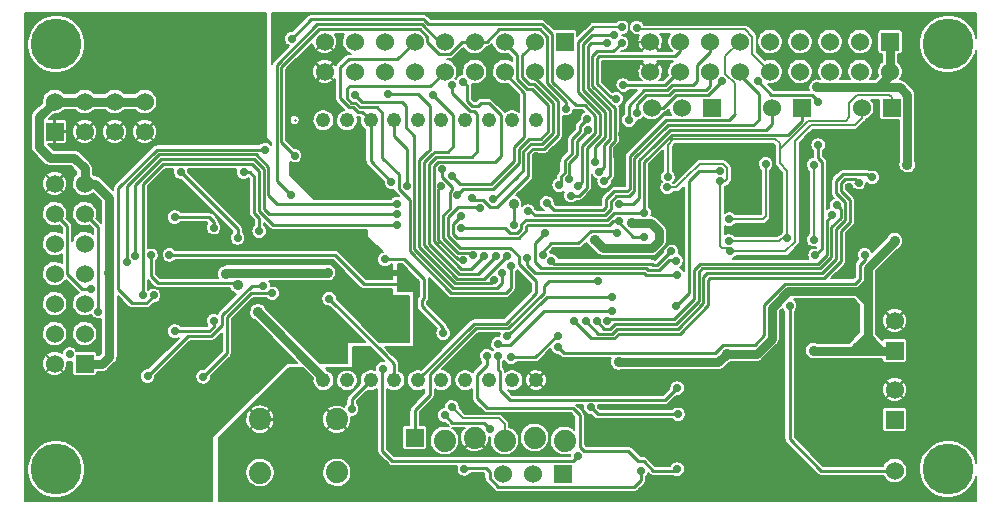
<source format=gbl>
G04 (created by PCBNEW (2013-mar-13)-testing) date Wed 07 Aug 2013 02:02:25 PM PDT*
%MOIN*%
G04 Gerber Fmt 3.4, Leading zero omitted, Abs format*
%FSLAX34Y34*%
G01*
G70*
G90*
G04 APERTURE LIST*
%ADD10C,0.005906*%
%ADD11R,0.060000X0.060000*%
%ADD12C,0.060000*%
%ADD13C,0.074000*%
%ADD14C,0.169291*%
%ADD15C,0.048189*%
%ADD16C,0.027992*%
%ADD17C,0.035000*%
%ADD18C,0.010000*%
%ADD19C,0.030000*%
%ADD20C,0.007992*%
%ADD21C,0.020000*%
%ADD22C,0.031181*%
G04 APERTURE END LIST*
G54D10*
G54D11*
X74400Y-42500D03*
G54D12*
X74400Y-41500D03*
G54D11*
X74400Y-44800D03*
G54D12*
X74400Y-43800D03*
G54D11*
X63350Y-46600D03*
G54D12*
X62350Y-46600D03*
X61350Y-46600D03*
G54D13*
X53246Y-44785D03*
X55804Y-44790D03*
X53246Y-46565D03*
X55804Y-46560D03*
G54D12*
X74400Y-46500D03*
G54D10*
G36*
X63700Y-31900D02*
X63700Y-32500D01*
X63100Y-32500D01*
X63100Y-31900D01*
X63700Y-31900D01*
X63700Y-31900D01*
G37*
G54D12*
X63400Y-33200D03*
X62400Y-32200D03*
X62400Y-33200D03*
X61400Y-32200D03*
X61400Y-33200D03*
X60400Y-32200D03*
X60400Y-33200D03*
X59400Y-32200D03*
X59400Y-33200D03*
X58400Y-32200D03*
X58400Y-33200D03*
X57400Y-32200D03*
X57400Y-33200D03*
X56400Y-32200D03*
X56400Y-33200D03*
X55400Y-32200D03*
X55400Y-33200D03*
G54D10*
G36*
X74550Y-31900D02*
X74550Y-32500D01*
X73950Y-32500D01*
X73950Y-31900D01*
X74550Y-31900D01*
X74550Y-31900D01*
G37*
G54D12*
X74250Y-33200D03*
X73250Y-32200D03*
X73250Y-33200D03*
X72250Y-32200D03*
X72250Y-33200D03*
X71250Y-32200D03*
X71250Y-33200D03*
X70250Y-32200D03*
X70250Y-33200D03*
X69250Y-32200D03*
X69250Y-33200D03*
X68250Y-32200D03*
X68250Y-33200D03*
X67250Y-32200D03*
X67250Y-33200D03*
X66250Y-32200D03*
X66250Y-33200D03*
G54D11*
X58400Y-45400D03*
G54D13*
X59400Y-45500D03*
X60400Y-45400D03*
X61400Y-45500D03*
X62400Y-45400D03*
X63400Y-45500D03*
G54D11*
X71300Y-34400D03*
G54D12*
X70300Y-34400D03*
G54D11*
X74300Y-34400D03*
G54D12*
X73300Y-34400D03*
G54D14*
X46456Y-46456D03*
X46456Y-32283D03*
G54D11*
X68300Y-34400D03*
G54D12*
X67300Y-34400D03*
X66300Y-34400D03*
G54D14*
X76181Y-46456D03*
X76181Y-32283D03*
G54D11*
X46400Y-35200D03*
G54D12*
X46400Y-34200D03*
X47400Y-35200D03*
X47400Y-34200D03*
X48400Y-35200D03*
X48400Y-34200D03*
X49400Y-35200D03*
X49400Y-34200D03*
G54D11*
X47400Y-42933D03*
G54D12*
X46400Y-42933D03*
X47400Y-41933D03*
X46400Y-41933D03*
X47400Y-40933D03*
X46400Y-40933D03*
X47400Y-39933D03*
X46400Y-39933D03*
X47400Y-38933D03*
X46400Y-38933D03*
X47400Y-37933D03*
X46400Y-37933D03*
X47400Y-36933D03*
X46400Y-36933D03*
G54D15*
X55358Y-34824D03*
X56145Y-34824D03*
X56932Y-34824D03*
X57720Y-34824D03*
X58507Y-34824D03*
X59295Y-34824D03*
X60082Y-34824D03*
X60869Y-34824D03*
X61657Y-34824D03*
X62444Y-34824D03*
X55358Y-43485D03*
X56145Y-43485D03*
X56932Y-43485D03*
X57720Y-43485D03*
X58507Y-43485D03*
X59295Y-43485D03*
X60082Y-43485D03*
X60869Y-43485D03*
X61657Y-43485D03*
X62444Y-43485D03*
G54D16*
X46900Y-42620D03*
X61700Y-38320D03*
G54D17*
X61700Y-37610D03*
X64400Y-38800D03*
X65660Y-38260D03*
X71700Y-42500D03*
X74825Y-36300D03*
G54D16*
X49605Y-39325D03*
G54D17*
X52525Y-40325D03*
X53180Y-41220D03*
X65200Y-42875D03*
X74400Y-38840D03*
X68800Y-42600D03*
X71825Y-33725D03*
G54D16*
X65350Y-33650D03*
X65540Y-34820D03*
X65800Y-34575D03*
X65120Y-34100D03*
X57800Y-38300D03*
X49350Y-40660D03*
X49500Y-43350D03*
X53350Y-40330D03*
X53660Y-40590D03*
X51350Y-43375D03*
X53220Y-38520D03*
X52700Y-36550D03*
X52500Y-38740D03*
X50600Y-36540D03*
X57800Y-37950D03*
X49080Y-39330D03*
X48810Y-39560D03*
X57800Y-37600D03*
X47860Y-41200D03*
X47600Y-40430D03*
X59350Y-41925D03*
X57400Y-39460D03*
X53425Y-35800D03*
X54300Y-32100D03*
X63840Y-37010D03*
X49700Y-40660D03*
X62960Y-39500D03*
X66950Y-39190D03*
X66840Y-36720D03*
X68870Y-38850D03*
X70820Y-38760D03*
X68910Y-39190D03*
X66815Y-37060D03*
X68565Y-36860D03*
X67110Y-39500D03*
X62750Y-38570D03*
X63175Y-42000D03*
X67100Y-41025D03*
X61620Y-42720D03*
X68580Y-36520D03*
X61175Y-42675D03*
X67150Y-43750D03*
X67150Y-46450D03*
X60800Y-42675D03*
X57334Y-43108D03*
X63840Y-46000D03*
X64270Y-44390D03*
X67175Y-44625D03*
X64530Y-40175D03*
X64160Y-34770D03*
X63220Y-36990D03*
X63560Y-36790D03*
X64170Y-35150D03*
X59400Y-44650D03*
X60920Y-45120D03*
X59640Y-44380D03*
X64400Y-36220D03*
X65040Y-31980D03*
X64720Y-36850D03*
X65300Y-32250D03*
X64825Y-41500D03*
X72325Y-37975D03*
X61600Y-39675D03*
X59830Y-37320D03*
X65320Y-31725D03*
X65805Y-31730D03*
X63600Y-37330D03*
X60720Y-39340D03*
X60020Y-33540D03*
X61100Y-39340D03*
X59650Y-33660D03*
X61475Y-39350D03*
X59000Y-33975D03*
X57525Y-33950D03*
X61050Y-40150D03*
X63725Y-41525D03*
X73200Y-36900D03*
X64100Y-41525D03*
X73650Y-36725D03*
X62810Y-37580D03*
X62175Y-37850D03*
X59650Y-36670D03*
X61020Y-37460D03*
X60320Y-37420D03*
X64800Y-32250D03*
X64560Y-36540D03*
X65140Y-38580D03*
X62680Y-39300D03*
X64475Y-41525D03*
X72475Y-37650D03*
X62140Y-39400D03*
X67150Y-39970D03*
X59950Y-38400D03*
X66050Y-37900D03*
X59950Y-38000D03*
X65200Y-37625D03*
X65200Y-38175D03*
X66050Y-38700D03*
X56400Y-33975D03*
X63175Y-42375D03*
X73400Y-39300D03*
X61325Y-39925D03*
X71700Y-36300D03*
X71700Y-38800D03*
X69840Y-33520D03*
X68655Y-33525D03*
X71850Y-34200D03*
X71850Y-35650D03*
X71750Y-39325D03*
X70900Y-41000D03*
X60350Y-39325D03*
X59330Y-36460D03*
X57630Y-36890D03*
X55550Y-40770D03*
X54285Y-37325D03*
X63440Y-34430D03*
X54400Y-36000D03*
X60030Y-39490D03*
X59286Y-37022D03*
X58140Y-37020D03*
X60570Y-37750D03*
X50625Y-39575D03*
X50900Y-40525D03*
X52960Y-42140D03*
X53490Y-43250D03*
X52225Y-37250D03*
X50075Y-37250D03*
X49175Y-42125D03*
X56630Y-43080D03*
X60400Y-34080D03*
X61520Y-34300D03*
X60890Y-32700D03*
X57990Y-44665D03*
X66920Y-38840D03*
X63075Y-39175D03*
X55900Y-36050D03*
X65770Y-33040D03*
X73200Y-35770D03*
X63110Y-36360D03*
X65320Y-35275D03*
X65170Y-36160D03*
X62075Y-37500D03*
X62450Y-36025D03*
X70425Y-36950D03*
X70345Y-37595D03*
X69350Y-37750D03*
X69025Y-36950D03*
X67645Y-35900D03*
X58415Y-40285D03*
X50230Y-39310D03*
X68890Y-38120D03*
X70100Y-36270D03*
X60060Y-46440D03*
X65950Y-46500D03*
X50400Y-38050D03*
X51700Y-38400D03*
X64975Y-40700D03*
X61480Y-42020D03*
X51700Y-41500D03*
X50400Y-41850D03*
X64975Y-41175D03*
X61180Y-42280D03*
X56300Y-44450D03*
G54D17*
X52100Y-39950D03*
X48225Y-39925D03*
X55500Y-39900D03*
G54D18*
X54401Y-34824D02*
X54401Y-34805D01*
G54D19*
X55358Y-43485D02*
X55358Y-43398D01*
X55358Y-43398D02*
X53180Y-41220D01*
G54D18*
X61700Y-38320D02*
X61700Y-38210D01*
X61700Y-37610D02*
X61700Y-38210D01*
G54D19*
X65660Y-38260D02*
X66280Y-38260D01*
X64679Y-39079D02*
X64400Y-38800D01*
X66312Y-39079D02*
X64679Y-39079D01*
X66540Y-38851D02*
X66312Y-39079D01*
X66540Y-38520D02*
X66540Y-38851D01*
X66280Y-38260D02*
X66540Y-38520D01*
X73500Y-42500D02*
X73500Y-42000D01*
X73500Y-42000D02*
X73000Y-42500D01*
X73000Y-42500D02*
X73150Y-42350D01*
X73150Y-42350D02*
X73150Y-42500D01*
X74400Y-42500D02*
X73500Y-42500D01*
X73500Y-42500D02*
X73150Y-42500D01*
X73150Y-42500D02*
X71700Y-42500D01*
X73500Y-40875D02*
X73500Y-42000D01*
X73500Y-42000D02*
X73500Y-42050D01*
X73500Y-42050D02*
X73950Y-42500D01*
X73950Y-42500D02*
X74400Y-42500D01*
G54D18*
X49605Y-39325D02*
X49605Y-40005D01*
X52450Y-40250D02*
X52525Y-40325D01*
X49850Y-40250D02*
X52450Y-40250D01*
X49605Y-40005D02*
X49850Y-40250D01*
X53180Y-41220D02*
X53205Y-41245D01*
G54D19*
X73125Y-40525D02*
X73150Y-40525D01*
X73150Y-40525D02*
X73500Y-40875D01*
X73500Y-40875D02*
X73500Y-40875D01*
X73125Y-40525D02*
X73175Y-40525D01*
X73175Y-40525D02*
X73200Y-40525D01*
X73200Y-40525D02*
X73500Y-40225D01*
X73500Y-40525D02*
X73125Y-40525D01*
X73125Y-40525D02*
X70850Y-40525D01*
X70850Y-40525D02*
X70300Y-41075D01*
X73850Y-33725D02*
X74575Y-33725D01*
X74825Y-36275D02*
X74825Y-33975D01*
X74575Y-33725D02*
X74825Y-33975D01*
X68800Y-42600D02*
X68525Y-42875D01*
X68525Y-42875D02*
X65200Y-42875D01*
X74400Y-38840D02*
X74400Y-38850D01*
X74400Y-38850D02*
X73500Y-39750D01*
X73500Y-39750D02*
X73500Y-40225D01*
X69800Y-42600D02*
X68800Y-42600D01*
X70300Y-41075D02*
X70300Y-42100D01*
X70300Y-42100D02*
X69800Y-42600D01*
X73500Y-40875D02*
X73500Y-40800D01*
X73500Y-40725D02*
X73500Y-40525D01*
X73500Y-40800D02*
X73500Y-40725D01*
X73500Y-40525D02*
X73500Y-40500D01*
X73500Y-40500D02*
X73500Y-40225D01*
X71825Y-33725D02*
X73850Y-33725D01*
X74250Y-33200D02*
X74250Y-33325D01*
X74250Y-33325D02*
X73850Y-33725D01*
X74250Y-33200D02*
X74250Y-33275D01*
X74250Y-33200D02*
X74250Y-32200D01*
G54D18*
X65350Y-33650D02*
X65354Y-33654D01*
X65354Y-33654D02*
X66745Y-33654D01*
X66745Y-33654D02*
X67250Y-33150D01*
X67250Y-33150D02*
X67250Y-33150D01*
X68250Y-32150D02*
X68250Y-32550D01*
X65540Y-34333D02*
X65540Y-34820D01*
X66058Y-33814D02*
X65540Y-34333D01*
X66812Y-33814D02*
X66058Y-33814D01*
X66967Y-33659D02*
X66812Y-33814D01*
X67675Y-33659D02*
X66967Y-33659D01*
X67825Y-33509D02*
X67675Y-33659D01*
X67825Y-32975D02*
X67825Y-33509D01*
X68250Y-32550D02*
X67825Y-32975D01*
X65850Y-34250D02*
X65800Y-34300D01*
X68250Y-33689D02*
X68120Y-33819D01*
X68120Y-33819D02*
X67033Y-33819D01*
X67033Y-33819D02*
X66878Y-33975D01*
X66878Y-33975D02*
X66125Y-33975D01*
X66125Y-33975D02*
X65850Y-34250D01*
X68250Y-33689D02*
X68250Y-33150D01*
X65800Y-34300D02*
X65800Y-34575D01*
G54D20*
X65076Y-34056D02*
X65120Y-34100D01*
X65076Y-34056D02*
X64940Y-34056D01*
G54D18*
X67250Y-32150D02*
X67250Y-32525D01*
X64490Y-33607D02*
X64940Y-34056D01*
X64490Y-32744D02*
X64490Y-33607D01*
X64550Y-32685D02*
X64490Y-32744D01*
X67089Y-32685D02*
X64550Y-32685D01*
X67250Y-32525D02*
X67089Y-32685D01*
X64940Y-34056D02*
X64933Y-34050D01*
X53670Y-38300D02*
X57800Y-38300D01*
X53210Y-37840D02*
X53670Y-38300D01*
X53210Y-36520D02*
X53210Y-37840D01*
X57775Y-38325D02*
X57800Y-38300D01*
X49350Y-40660D02*
X49350Y-36930D01*
X52970Y-36280D02*
X53210Y-36520D01*
X50000Y-36280D02*
X52970Y-36280D01*
X49350Y-36930D02*
X50000Y-36280D01*
G54D20*
X49350Y-40660D02*
X49345Y-40655D01*
G54D18*
X51000Y-42010D02*
X50839Y-42010D01*
X50839Y-42010D02*
X49500Y-43350D01*
X51000Y-42010D02*
X51616Y-42010D01*
X52970Y-40330D02*
X53350Y-40330D01*
X51975Y-41325D02*
X52970Y-40330D01*
X51975Y-41651D02*
X51975Y-41325D01*
X51616Y-42010D02*
X51975Y-41651D01*
X52135Y-41600D02*
X52135Y-41391D01*
X52135Y-41391D02*
X52936Y-40590D01*
X52936Y-40590D02*
X53660Y-40590D01*
X52135Y-42589D02*
X52135Y-41600D01*
X51350Y-43375D02*
X52135Y-42589D01*
X52700Y-36550D02*
X52900Y-36550D01*
X52900Y-36550D02*
X53050Y-36700D01*
X53050Y-36700D02*
X53050Y-37906D01*
X53050Y-37906D02*
X53220Y-38076D01*
X53220Y-38076D02*
X53220Y-38520D01*
X52500Y-38440D02*
X52500Y-38740D01*
X50600Y-36540D02*
X52500Y-38440D01*
X49080Y-36973D02*
X49933Y-36119D01*
X49933Y-36119D02*
X53036Y-36119D01*
X53036Y-36119D02*
X53370Y-36453D01*
X53370Y-36453D02*
X53370Y-37773D01*
X53370Y-37773D02*
X53546Y-37950D01*
X53546Y-37950D02*
X57800Y-37950D01*
X49080Y-36973D02*
X49080Y-39330D01*
X48810Y-39560D02*
X48810Y-37016D01*
X48810Y-37016D02*
X49867Y-35959D01*
X49867Y-35959D02*
X49933Y-35959D01*
X53530Y-36387D02*
X53530Y-37300D01*
X53102Y-35959D02*
X53530Y-36387D01*
X49867Y-35959D02*
X49933Y-35959D01*
X49933Y-35959D02*
X53102Y-35959D01*
X53830Y-37600D02*
X57800Y-37600D01*
X53530Y-37300D02*
X53830Y-37600D01*
X57800Y-37600D02*
X57775Y-37625D01*
X47860Y-38540D02*
X47860Y-38393D01*
X47860Y-41200D02*
X47860Y-38540D01*
X47860Y-38393D02*
X47400Y-37933D01*
X47920Y-41140D02*
X47860Y-41200D01*
X46819Y-39939D02*
X46819Y-38352D01*
X46819Y-39939D02*
X47310Y-40430D01*
X47310Y-40430D02*
X47600Y-40430D01*
X46819Y-38352D02*
X46400Y-37933D01*
X57508Y-39460D02*
X57400Y-39460D01*
X57400Y-39460D02*
X58043Y-39460D01*
X58043Y-39460D02*
X58541Y-39958D01*
X59350Y-41730D02*
X59350Y-41925D01*
X58640Y-41020D02*
X59350Y-41730D01*
X58704Y-40750D02*
X58704Y-40755D01*
X58704Y-40120D02*
X58704Y-40750D01*
X58541Y-39958D02*
X58704Y-40120D01*
X58704Y-40755D02*
X58640Y-40820D01*
X58640Y-40820D02*
X58640Y-41020D01*
X58700Y-31456D02*
X54943Y-31456D01*
X49460Y-40920D02*
X48980Y-40920D01*
X48980Y-40920D02*
X48520Y-40460D01*
X48520Y-40460D02*
X48520Y-37080D01*
X48520Y-37080D02*
X49800Y-35799D01*
X49800Y-35799D02*
X52520Y-35799D01*
X49700Y-40680D02*
X49700Y-40660D01*
X49700Y-40680D02*
X49460Y-40920D01*
X52520Y-35799D02*
X52594Y-35799D01*
X53424Y-35799D02*
X52594Y-35799D01*
X53425Y-35800D02*
X53424Y-35799D01*
X54943Y-31456D02*
X54300Y-32100D01*
X58707Y-31464D02*
X58754Y-31511D01*
X61163Y-31619D02*
X58862Y-31619D01*
X62980Y-31963D02*
X62636Y-31619D01*
X62636Y-31619D02*
X61163Y-31619D01*
X62980Y-32210D02*
X62980Y-31963D01*
X58862Y-31619D02*
X58754Y-31511D01*
X58754Y-31511D02*
X58700Y-31456D01*
X58700Y-31456D02*
X58707Y-31464D01*
X63979Y-35695D02*
X63979Y-36870D01*
X63979Y-36870D02*
X63840Y-37010D01*
X63979Y-35695D02*
X64425Y-35250D01*
X63825Y-34325D02*
X63775Y-34325D01*
X64425Y-35250D02*
X64425Y-34675D01*
X64425Y-34675D02*
X64075Y-34325D01*
X64075Y-34325D02*
X63825Y-34325D01*
X63775Y-34325D02*
X62980Y-33530D01*
X62980Y-33530D02*
X62980Y-32210D01*
X62980Y-32210D02*
X62980Y-32180D01*
G54D20*
X49700Y-40660D02*
X49690Y-40650D01*
G54D18*
X63059Y-39599D02*
X62960Y-39500D01*
X66360Y-39660D02*
X66299Y-39599D01*
X66950Y-39190D02*
X66480Y-39660D01*
X66480Y-39660D02*
X66360Y-39660D01*
X66299Y-39599D02*
X63059Y-39599D01*
G54D20*
X70570Y-35925D02*
X70570Y-35792D01*
X70570Y-35792D02*
X71527Y-34834D01*
X70570Y-35590D02*
X70430Y-35450D01*
X70570Y-36250D02*
X70570Y-35925D01*
X70570Y-35925D02*
X70570Y-35590D01*
X74300Y-34050D02*
X74300Y-34400D01*
X74225Y-33975D02*
X74300Y-34050D01*
X73149Y-33975D02*
X74225Y-33975D01*
X72875Y-34250D02*
X73149Y-33975D01*
X72875Y-34725D02*
X72875Y-34250D01*
X72765Y-34834D02*
X72875Y-34725D01*
X71527Y-34834D02*
X72765Y-34834D01*
X66840Y-35640D02*
X66840Y-36720D01*
X67029Y-35450D02*
X66840Y-35640D01*
X70430Y-35450D02*
X67029Y-35450D01*
X70820Y-38760D02*
X70640Y-38760D01*
X70550Y-38850D02*
X70640Y-38760D01*
X68870Y-38850D02*
X70550Y-38850D01*
X70820Y-38760D02*
X70820Y-36500D01*
X70820Y-36500D02*
X70570Y-36250D01*
X68800Y-39080D02*
X68660Y-39080D01*
X68660Y-39080D02*
X68580Y-39000D01*
X68910Y-39190D02*
X68800Y-39080D01*
X70760Y-39190D02*
X68910Y-39190D01*
X68580Y-36875D02*
X68580Y-39000D01*
X68580Y-36875D02*
X68565Y-36860D01*
X67462Y-36725D02*
X67460Y-36725D01*
X67462Y-36725D02*
X67917Y-36270D01*
X67917Y-36270D02*
X68680Y-36270D01*
X68680Y-36270D02*
X68830Y-36420D01*
X68830Y-36420D02*
X68830Y-36790D01*
X68830Y-36790D02*
X68760Y-36860D01*
X68565Y-36860D02*
X68760Y-36860D01*
X67125Y-37060D02*
X66815Y-37060D01*
X67460Y-36725D02*
X67125Y-37060D01*
X73300Y-34400D02*
X73300Y-34750D01*
X71075Y-38875D02*
X70760Y-39190D01*
X71075Y-35500D02*
X71075Y-38875D01*
X71400Y-35175D02*
X71075Y-35500D01*
X71600Y-34975D02*
X71400Y-35175D01*
X73075Y-34975D02*
X71600Y-34975D01*
X73300Y-34750D02*
X73075Y-34975D01*
G54D18*
X66173Y-39820D02*
X66113Y-39760D01*
X66113Y-39760D02*
X62640Y-39760D01*
X66896Y-39470D02*
X66546Y-39820D01*
X66546Y-39820D02*
X66173Y-39820D01*
X67110Y-39500D02*
X67080Y-39470D01*
X67080Y-39470D02*
X66896Y-39470D01*
X62640Y-39760D02*
X62620Y-39760D01*
X62410Y-39550D02*
X62620Y-39760D01*
X62410Y-38910D02*
X62410Y-39550D01*
X62750Y-38570D02*
X62410Y-38910D01*
X62430Y-42720D02*
X63150Y-42000D01*
X63150Y-42000D02*
X63175Y-42000D01*
X67100Y-41025D02*
X67550Y-40575D01*
X67550Y-40575D02*
X67550Y-36850D01*
X67550Y-36850D02*
X67880Y-36520D01*
X68580Y-36520D02*
X67880Y-36520D01*
X61620Y-42720D02*
X62430Y-42720D01*
X68580Y-36520D02*
X68480Y-36520D01*
X63640Y-44136D02*
X61586Y-44136D01*
X61175Y-43125D02*
X61175Y-42675D01*
X61260Y-43210D02*
X61175Y-43125D01*
X61260Y-43810D02*
X61260Y-43210D01*
X61586Y-44136D02*
X61260Y-43810D01*
X66763Y-44136D02*
X63640Y-44136D01*
X63640Y-44136D02*
X63613Y-44136D01*
X67150Y-43750D02*
X66763Y-44136D01*
X60800Y-42675D02*
X60800Y-42990D01*
X67150Y-46450D02*
X67100Y-46500D01*
X67100Y-46500D02*
X66350Y-46500D01*
X66350Y-46500D02*
X66036Y-46186D01*
X66036Y-46186D02*
X65863Y-46186D01*
X65863Y-46186D02*
X65516Y-45839D01*
X65516Y-45839D02*
X64039Y-45839D01*
X64039Y-45839D02*
X63900Y-45700D01*
X63900Y-45700D02*
X63900Y-44650D01*
X63670Y-44420D02*
X63900Y-44650D01*
X60820Y-44420D02*
X63670Y-44420D01*
X60480Y-44080D02*
X60820Y-44420D01*
X60480Y-43310D02*
X60480Y-44080D01*
X60800Y-42990D02*
X60480Y-43310D01*
X57325Y-45845D02*
X57325Y-43117D01*
X57655Y-46175D02*
X57325Y-45845D01*
X58430Y-46175D02*
X63665Y-46175D01*
X63665Y-46175D02*
X63840Y-46000D01*
X58430Y-46175D02*
X57655Y-46175D01*
X57325Y-43117D02*
X57334Y-43108D01*
X63820Y-46020D02*
X63840Y-46000D01*
X64270Y-44390D02*
X64505Y-44625D01*
X64505Y-44625D02*
X67175Y-44625D01*
X58400Y-45400D02*
X58400Y-44490D01*
X62700Y-40350D02*
X62875Y-40175D01*
X61513Y-41760D02*
X62700Y-40573D01*
X62700Y-40573D02*
X62700Y-40350D01*
X62875Y-40175D02*
X64530Y-40175D01*
X58925Y-43275D02*
X60440Y-41760D01*
X60440Y-41760D02*
X61513Y-41760D01*
X58900Y-43300D02*
X58925Y-43275D01*
X58900Y-43990D02*
X58900Y-43300D01*
X58400Y-44490D02*
X58900Y-43990D01*
X63399Y-36183D02*
X63659Y-35923D01*
X63659Y-35923D02*
X63659Y-35434D01*
X63659Y-35434D02*
X63910Y-35183D01*
X63910Y-35183D02*
X63910Y-35020D01*
X63910Y-35020D02*
X64160Y-34770D01*
X63399Y-36580D02*
X63399Y-36370D01*
X63290Y-36689D02*
X63399Y-36580D01*
X63399Y-36370D02*
X63399Y-36183D01*
X63290Y-36920D02*
X63290Y-36689D01*
X63220Y-36990D02*
X63290Y-36920D01*
X63560Y-36790D02*
X63560Y-36249D01*
X63819Y-35500D02*
X64170Y-35150D01*
X63819Y-35990D02*
X63819Y-35500D01*
X63560Y-36249D02*
X63819Y-35990D01*
X63560Y-36790D02*
X63520Y-36750D01*
X59660Y-44910D02*
X59400Y-44650D01*
X60710Y-44910D02*
X59660Y-44910D01*
X60920Y-45120D02*
X60710Y-44910D01*
G54D20*
X61400Y-45500D02*
X61400Y-44950D01*
X61400Y-44950D02*
X61209Y-44759D01*
X60009Y-44759D02*
X59640Y-44380D01*
X61209Y-44759D02*
X60009Y-44759D01*
G54D18*
X64400Y-35728D02*
X64745Y-35382D01*
X64745Y-35382D02*
X64745Y-34542D01*
X64745Y-34542D02*
X64010Y-33807D01*
X64010Y-33807D02*
X64010Y-32291D01*
X64010Y-32291D02*
X64321Y-31980D01*
X64400Y-36220D02*
X64400Y-35728D01*
X64321Y-31980D02*
X65040Y-31980D01*
X64900Y-36650D02*
X64900Y-36670D01*
X64900Y-36650D02*
X64900Y-35681D01*
X64900Y-35681D02*
X65065Y-35515D01*
X65065Y-35515D02*
X65065Y-34409D01*
X64900Y-36670D02*
X64720Y-36850D01*
X64475Y-32525D02*
X65025Y-32525D01*
X65065Y-34409D02*
X64330Y-33674D01*
X64330Y-33674D02*
X64330Y-32669D01*
X64330Y-32669D02*
X64475Y-32525D01*
X65025Y-32525D02*
X65300Y-32250D01*
X64875Y-41450D02*
X64825Y-41500D01*
X67050Y-41450D02*
X64875Y-41450D01*
X67710Y-40789D02*
X67050Y-41450D01*
X67710Y-39814D02*
X67710Y-40789D01*
X67925Y-39600D02*
X67710Y-39814D01*
X71850Y-39600D02*
X67925Y-39600D01*
X72135Y-39314D02*
X71850Y-39600D01*
X72135Y-38164D02*
X72135Y-39314D01*
X72325Y-37975D02*
X72135Y-38164D01*
X57145Y-34385D02*
X56583Y-34385D01*
X57330Y-36070D02*
X57885Y-36625D01*
X57885Y-36625D02*
X57885Y-37125D01*
X57885Y-37125D02*
X58232Y-37472D01*
X58232Y-37472D02*
X58232Y-38775D01*
X58232Y-39195D02*
X58232Y-38775D01*
X59618Y-40581D02*
X58232Y-39195D01*
X61443Y-40581D02*
X59618Y-40581D01*
X61600Y-40425D02*
X61443Y-40581D01*
X61600Y-39675D02*
X61600Y-40425D01*
X57330Y-34570D02*
X57330Y-35280D01*
X57145Y-34385D02*
X57330Y-34570D01*
X57330Y-35280D02*
X57330Y-36070D01*
X56140Y-33760D02*
X56170Y-33730D01*
X56140Y-34090D02*
X56140Y-33760D01*
X56280Y-34230D02*
X56140Y-34090D01*
X56428Y-34230D02*
X56280Y-34230D01*
X56583Y-34385D02*
X56428Y-34230D01*
X58925Y-33675D02*
X59400Y-33200D01*
X56225Y-33675D02*
X58925Y-33675D01*
X56170Y-33730D02*
X56225Y-33675D01*
X61869Y-36185D02*
X61869Y-36252D01*
X59830Y-37320D02*
X59840Y-37330D01*
X59840Y-37330D02*
X59840Y-37280D01*
X59840Y-37280D02*
X60010Y-37110D01*
X61011Y-37110D02*
X60010Y-37110D01*
X61640Y-36481D02*
X61011Y-37110D01*
X61400Y-32240D02*
X61820Y-32660D01*
X61820Y-32660D02*
X61820Y-33446D01*
X61820Y-33446D02*
X62158Y-33785D01*
X62158Y-33785D02*
X62328Y-33785D01*
X62328Y-33785D02*
X62859Y-34315D01*
X62859Y-34315D02*
X62859Y-35187D01*
X62859Y-35187D02*
X62597Y-35449D01*
X62597Y-35449D02*
X62207Y-35449D01*
X62207Y-35449D02*
X61869Y-35787D01*
X61869Y-35787D02*
X61869Y-36185D01*
X61400Y-32240D02*
X61400Y-32200D01*
X61869Y-36252D02*
X61640Y-36481D01*
G54D20*
X65315Y-31720D02*
X65320Y-31725D01*
X65805Y-31730D02*
X65865Y-31790D01*
X66165Y-31790D02*
X65865Y-31790D01*
X64355Y-31720D02*
X65140Y-31720D01*
G54D18*
X63850Y-32225D02*
X64355Y-31720D01*
X63850Y-33873D02*
X63850Y-32225D01*
X64585Y-34608D02*
X63850Y-33873D01*
X64585Y-35316D02*
X64585Y-34608D01*
X64140Y-35761D02*
X64585Y-35316D01*
G54D20*
X65140Y-31720D02*
X65315Y-31720D01*
X69660Y-32610D02*
X70250Y-33200D01*
X69660Y-32030D02*
X69660Y-32610D01*
X69420Y-31790D02*
X69660Y-32030D01*
X66085Y-31790D02*
X66165Y-31790D01*
X66165Y-31790D02*
X69420Y-31790D01*
G54D18*
X64140Y-36835D02*
X64140Y-37070D01*
X64140Y-36835D02*
X64140Y-35761D01*
X63880Y-37330D02*
X63600Y-37330D01*
X64140Y-37070D02*
X63880Y-37330D01*
X63600Y-37330D02*
X63600Y-37339D01*
X60140Y-33980D02*
X60140Y-33660D01*
X60140Y-33980D02*
X60140Y-34180D01*
X60140Y-34180D02*
X60300Y-34340D01*
X60300Y-34340D02*
X60510Y-34340D01*
X60510Y-34340D02*
X60598Y-34251D01*
X60720Y-39340D02*
X60280Y-39780D01*
X60280Y-39780D02*
X59950Y-39780D01*
X59950Y-39780D02*
X59034Y-38863D01*
X59034Y-38863D02*
X59034Y-36362D01*
X59196Y-36200D02*
X59034Y-36362D01*
X61070Y-36200D02*
X59196Y-36200D01*
X61270Y-36000D02*
X61070Y-36200D01*
X61270Y-34632D02*
X61270Y-36000D01*
X60888Y-34251D02*
X61270Y-34632D01*
X60598Y-34251D02*
X60888Y-34251D01*
X60140Y-33660D02*
X60020Y-33540D01*
X60020Y-33540D02*
X60030Y-33540D01*
X60020Y-33540D02*
X60020Y-33550D01*
X60050Y-33570D02*
X60020Y-33540D01*
X59650Y-33660D02*
X59650Y-33916D01*
X61100Y-39340D02*
X60499Y-39940D01*
X60499Y-39940D02*
X59883Y-39940D01*
X59883Y-39940D02*
X58873Y-38930D01*
X58873Y-38930D02*
X58873Y-36296D01*
X59130Y-36039D02*
X58873Y-36296D01*
X60300Y-36039D02*
X59130Y-36039D01*
X60480Y-35859D02*
X60300Y-36039D01*
X60480Y-34600D02*
X60480Y-35859D01*
X60380Y-34500D02*
X60480Y-34600D01*
X60233Y-34500D02*
X60380Y-34500D01*
X59650Y-33916D02*
X60233Y-34500D01*
X59000Y-33975D02*
X59005Y-33975D01*
X58713Y-36229D02*
X58990Y-35953D01*
X58713Y-38996D02*
X58713Y-36229D01*
X59817Y-40100D02*
X58713Y-38996D01*
X60724Y-40100D02*
X59817Y-40100D01*
X61475Y-39350D02*
X60724Y-40100D01*
X59064Y-35879D02*
X58990Y-35953D01*
X59500Y-35879D02*
X59064Y-35879D01*
X59690Y-35689D02*
X59500Y-35879D01*
X59690Y-34660D02*
X59690Y-35689D01*
X59005Y-33975D02*
X59690Y-34660D01*
X58990Y-33985D02*
X59000Y-33975D01*
X57525Y-33950D02*
X58510Y-33950D01*
X58553Y-36163D02*
X58829Y-35887D01*
X58553Y-39062D02*
X58553Y-38750D01*
X59751Y-40260D02*
X58553Y-39062D01*
X60939Y-40260D02*
X59751Y-40260D01*
X61050Y-40150D02*
X60939Y-40260D01*
X58553Y-38750D02*
X58553Y-36163D01*
X58900Y-35816D02*
X58829Y-35887D01*
X58900Y-34340D02*
X58900Y-35816D01*
X58510Y-33950D02*
X58900Y-34340D01*
X73200Y-36900D02*
X73189Y-36900D01*
X64295Y-42095D02*
X63725Y-41525D01*
X65057Y-42095D02*
X64295Y-42095D01*
X65222Y-41930D02*
X65057Y-42095D01*
X67249Y-41930D02*
X65222Y-41930D01*
X68190Y-40988D02*
X67249Y-41930D01*
X68190Y-40150D02*
X68190Y-40988D01*
X68260Y-40080D02*
X68190Y-40150D01*
X72049Y-40080D02*
X68260Y-40080D01*
X72615Y-39513D02*
X72049Y-40080D01*
X72615Y-38512D02*
X72615Y-39513D01*
X72920Y-38207D02*
X72615Y-38512D01*
X72920Y-37493D02*
X72920Y-38207D01*
X72610Y-37183D02*
X72920Y-37493D01*
X72610Y-36916D02*
X72610Y-37183D01*
X72741Y-36785D02*
X72610Y-36916D01*
X73075Y-36785D02*
X72741Y-36785D01*
X73189Y-36900D02*
X73075Y-36785D01*
G54D20*
X73200Y-36900D02*
X73199Y-36900D01*
X73200Y-36900D02*
X73085Y-36900D01*
G54D18*
X73200Y-36900D02*
X73225Y-36925D01*
X73650Y-36725D02*
X73575Y-36725D01*
X72760Y-38141D02*
X72455Y-38445D01*
X72455Y-38445D02*
X72455Y-39447D01*
X72455Y-39447D02*
X71982Y-39920D01*
X71982Y-39920D02*
X68160Y-39920D01*
X68160Y-39920D02*
X68030Y-40050D01*
X68030Y-40050D02*
X68030Y-40922D01*
X68030Y-40922D02*
X67182Y-41770D01*
X67182Y-41770D02*
X65156Y-41770D01*
X65156Y-41770D02*
X64991Y-41935D01*
X64991Y-41935D02*
X64510Y-41935D01*
X64510Y-41935D02*
X64100Y-41525D01*
X72760Y-37560D02*
X72760Y-38141D01*
X72450Y-37250D02*
X72760Y-37560D01*
X72450Y-36850D02*
X72450Y-37250D01*
X72675Y-36625D02*
X72450Y-36850D01*
X73475Y-36625D02*
X72675Y-36625D01*
X73575Y-36725D02*
X73475Y-36625D01*
X73650Y-36725D02*
X73600Y-36675D01*
X62810Y-37580D02*
X62810Y-37589D01*
X65053Y-37189D02*
X65290Y-37189D01*
X64779Y-37463D02*
X65053Y-37189D01*
X64779Y-37717D02*
X64779Y-37463D01*
X64667Y-37829D02*
X64779Y-37717D01*
X63050Y-37829D02*
X64667Y-37829D01*
X62810Y-37589D02*
X63050Y-37829D01*
X68655Y-34819D02*
X68865Y-34819D01*
X68865Y-34819D02*
X69070Y-34615D01*
G54D20*
X69070Y-34615D02*
X69070Y-33595D01*
X69070Y-33595D02*
X68755Y-33280D01*
X68755Y-33280D02*
X68755Y-32695D01*
X68755Y-32695D02*
X69250Y-32200D01*
G54D18*
X65569Y-36018D02*
X66768Y-34819D01*
X65225Y-37189D02*
X65290Y-37189D01*
X65290Y-37189D02*
X65483Y-37189D01*
X66768Y-34819D02*
X68655Y-34819D01*
X65569Y-37104D02*
X65569Y-36018D01*
X65483Y-37189D02*
X65569Y-37104D01*
X65225Y-37189D02*
X65233Y-37189D01*
X62175Y-37850D02*
X62260Y-37850D01*
X69000Y-34979D02*
X69695Y-34979D01*
X68875Y-34979D02*
X66834Y-34979D01*
X69000Y-34979D02*
X68875Y-34979D01*
X66834Y-34979D02*
X65729Y-36084D01*
X65729Y-36084D02*
X65729Y-37170D01*
X65729Y-37170D02*
X65550Y-37350D01*
X69875Y-34800D02*
X69875Y-34076D01*
X69695Y-34979D02*
X69875Y-34800D01*
X65120Y-37350D02*
X65550Y-37350D01*
X64940Y-37530D02*
X65120Y-37350D01*
X64940Y-37783D02*
X64940Y-37530D01*
X64733Y-37989D02*
X64940Y-37783D01*
X62400Y-37989D02*
X64733Y-37989D01*
X62260Y-37850D02*
X62400Y-37989D01*
X62226Y-37825D02*
X62251Y-37850D01*
X62200Y-37825D02*
X62226Y-37825D01*
X62175Y-37850D02*
X62200Y-37825D01*
X69875Y-33930D02*
X69250Y-33305D01*
X69250Y-33305D02*
X69250Y-33200D01*
X69875Y-34076D02*
X69875Y-33930D01*
X61400Y-33200D02*
X61400Y-33253D01*
X60010Y-36949D02*
X59975Y-36949D01*
X61479Y-36415D02*
X60945Y-36949D01*
X60945Y-36949D02*
X60010Y-36949D01*
X61709Y-36185D02*
X61479Y-36415D01*
X61709Y-35720D02*
X61709Y-36185D01*
X62060Y-35370D02*
X61709Y-35720D01*
X62060Y-33913D02*
X62060Y-35370D01*
X61400Y-33253D02*
X62060Y-33913D01*
X59975Y-36949D02*
X59929Y-36949D01*
X59929Y-36949D02*
X59650Y-36670D01*
X59975Y-36949D02*
X59974Y-36949D01*
X61400Y-33205D02*
X61400Y-33200D01*
X62400Y-32200D02*
X62400Y-32230D01*
X61050Y-37460D02*
X61800Y-36709D01*
X61050Y-37460D02*
X61020Y-37460D01*
X62029Y-36480D02*
X61800Y-36709D01*
X62029Y-35853D02*
X62029Y-36480D01*
X62273Y-35609D02*
X62029Y-35853D01*
X62663Y-35609D02*
X62273Y-35609D01*
X63019Y-35253D02*
X62663Y-35609D01*
X63019Y-34249D02*
X63019Y-35253D01*
X62395Y-33624D02*
X63019Y-34249D01*
X62224Y-33624D02*
X62395Y-33624D01*
X61980Y-33380D02*
X62224Y-33624D01*
X61980Y-32650D02*
X61980Y-33380D01*
X62400Y-32230D02*
X61980Y-32650D01*
X61020Y-37460D02*
X61030Y-37460D01*
X62400Y-33200D02*
X62400Y-33403D01*
X60320Y-37420D02*
X60380Y-37480D01*
X60380Y-37480D02*
X60670Y-37480D01*
X60670Y-37480D02*
X60915Y-37725D01*
X60915Y-37725D02*
X61150Y-37725D01*
X61150Y-37725D02*
X61960Y-36914D01*
X62190Y-36685D02*
X61960Y-36914D01*
X62190Y-35920D02*
X62190Y-36685D01*
X62340Y-35770D02*
X62190Y-35920D01*
X62730Y-35770D02*
X62340Y-35770D01*
X63180Y-35320D02*
X62730Y-35770D01*
X63180Y-34183D02*
X63180Y-35320D01*
X62400Y-33403D02*
X63180Y-34183D01*
X64905Y-34475D02*
X64170Y-33740D01*
X64170Y-33740D02*
X64170Y-32357D01*
X64170Y-32357D02*
X64278Y-32250D01*
X64278Y-32250D02*
X64800Y-32250D01*
X63860Y-38920D02*
X62960Y-38920D01*
X64280Y-38500D02*
X63860Y-38920D01*
X65060Y-38500D02*
X64280Y-38500D01*
X65140Y-38580D02*
X65060Y-38500D01*
X62960Y-38920D02*
X62680Y-39200D01*
X62680Y-39200D02*
X62680Y-39300D01*
X62680Y-39200D02*
X62680Y-39300D01*
X64714Y-36360D02*
X64714Y-36385D01*
X64714Y-36385D02*
X64560Y-36540D01*
X64714Y-36360D02*
X64714Y-36360D01*
X64714Y-36360D02*
X64714Y-35639D01*
X64714Y-35639D02*
X64905Y-35449D01*
X64905Y-35449D02*
X64905Y-34475D01*
X64560Y-36540D02*
X64560Y-36535D01*
X64725Y-41775D02*
X64475Y-41525D01*
X64925Y-41775D02*
X64725Y-41775D01*
X65089Y-41610D02*
X64925Y-41775D01*
X67116Y-41610D02*
X65089Y-41610D01*
X67870Y-40856D02*
X67116Y-41610D01*
X67870Y-39881D02*
X67870Y-40856D01*
X67991Y-39760D02*
X67870Y-39881D01*
X71916Y-39760D02*
X67991Y-39760D01*
X72295Y-39381D02*
X71916Y-39760D01*
X72295Y-38379D02*
X72295Y-39381D01*
X72600Y-38075D02*
X72295Y-38379D01*
X72600Y-37775D02*
X72600Y-38075D01*
X72475Y-37650D02*
X72600Y-37775D01*
X62420Y-39920D02*
X62410Y-39920D01*
X62410Y-39920D02*
X62140Y-39650D01*
X62140Y-39650D02*
X62140Y-39400D01*
X66040Y-39920D02*
X62420Y-39920D01*
X66100Y-39980D02*
X66040Y-39920D01*
X67139Y-39980D02*
X66100Y-39980D01*
X67150Y-39970D02*
X67139Y-39980D01*
X66050Y-37900D02*
X65050Y-37900D01*
X61410Y-38400D02*
X59950Y-38400D01*
X61590Y-38580D02*
X61410Y-38400D01*
X61810Y-38580D02*
X61590Y-38580D01*
X61960Y-38430D02*
X61810Y-38580D01*
X61960Y-38290D02*
X61960Y-38430D01*
X62100Y-38150D02*
X61960Y-38290D01*
X64800Y-38150D02*
X62100Y-38150D01*
X65050Y-37900D02*
X64800Y-38150D01*
X71300Y-34400D02*
X71300Y-34850D01*
X66050Y-36217D02*
X66050Y-37900D01*
X66967Y-35300D02*
X66050Y-36217D01*
X70850Y-35300D02*
X66967Y-35300D01*
X71300Y-34850D02*
X70850Y-35300D01*
X65200Y-38175D02*
X65001Y-38175D01*
X59675Y-38275D02*
X59950Y-38000D01*
X59675Y-38598D02*
X59675Y-38275D01*
X59816Y-38740D02*
X59675Y-38598D01*
X61876Y-38740D02*
X59816Y-38740D01*
X62120Y-38496D02*
X61876Y-38740D01*
X62120Y-38356D02*
X62120Y-38496D01*
X62166Y-38310D02*
X62120Y-38356D01*
X64866Y-38310D02*
X62166Y-38310D01*
X65001Y-38175D02*
X64866Y-38310D01*
X66901Y-35139D02*
X66372Y-35667D01*
X70300Y-34939D02*
X70100Y-35139D01*
X70100Y-35139D02*
X66901Y-35139D01*
X65889Y-36151D02*
X65889Y-37410D01*
X65889Y-37410D02*
X65675Y-37625D01*
X65675Y-37625D02*
X65200Y-37625D01*
X70300Y-34939D02*
X70300Y-34400D01*
X66372Y-35667D02*
X65889Y-36151D01*
X65200Y-38175D02*
X65200Y-38225D01*
X66050Y-38700D02*
X65675Y-38700D01*
X65200Y-38225D02*
X65675Y-38700D01*
X58393Y-35403D02*
X58393Y-35343D01*
X58393Y-37250D02*
X58393Y-35443D01*
X56650Y-34225D02*
X56400Y-33975D01*
X57650Y-34225D02*
X56650Y-34225D01*
X58393Y-35443D02*
X58393Y-35403D01*
X57985Y-34225D02*
X57650Y-34225D01*
X58110Y-34350D02*
X57985Y-34225D01*
X58110Y-35060D02*
X58110Y-34350D01*
X58393Y-35343D02*
X58110Y-35060D01*
X68675Y-42300D02*
X68400Y-42575D01*
X68400Y-42575D02*
X63375Y-42575D01*
X63375Y-42575D02*
X63175Y-42375D01*
X73400Y-39300D02*
X73400Y-39475D01*
X70039Y-41992D02*
X69731Y-42300D01*
X70039Y-40967D02*
X70039Y-41992D01*
X70742Y-40264D02*
X70039Y-40967D01*
X73092Y-40264D02*
X70742Y-40264D01*
X73239Y-40117D02*
X73092Y-40264D01*
X73239Y-39635D02*
X73239Y-40117D01*
X73400Y-39475D02*
X73239Y-39635D01*
X69731Y-42300D02*
X68675Y-42300D01*
X58393Y-37225D02*
X58393Y-37250D01*
X58393Y-37250D02*
X58393Y-38675D01*
X61325Y-39925D02*
X61325Y-40250D01*
X61325Y-40250D02*
X61154Y-40420D01*
X61154Y-40420D02*
X59684Y-40420D01*
X59684Y-40420D02*
X58393Y-39129D01*
X58393Y-39129D02*
X58393Y-38675D01*
G54D20*
X71700Y-36300D02*
X71700Y-38800D01*
G54D18*
X70295Y-33975D02*
X70300Y-33975D01*
X69840Y-33520D02*
X70295Y-33975D01*
X68641Y-33525D02*
X68655Y-33525D01*
X68186Y-33980D02*
X68641Y-33525D01*
X71975Y-36200D02*
X71975Y-38775D01*
X71635Y-33975D02*
X71850Y-34190D01*
X71850Y-34190D02*
X71850Y-34200D01*
X71850Y-35650D02*
X71850Y-36075D01*
X71850Y-36075D02*
X71975Y-36200D01*
X70300Y-33975D02*
X71635Y-33975D01*
X71975Y-39100D02*
X71750Y-39325D01*
X71975Y-39100D02*
X71975Y-38775D01*
X71975Y-38775D02*
X71975Y-38800D01*
X66680Y-34400D02*
X67100Y-33980D01*
X66300Y-34400D02*
X66680Y-34400D01*
X67100Y-33980D02*
X68186Y-33980D01*
X74400Y-46500D02*
X71950Y-46500D01*
X70900Y-45450D02*
X70900Y-41000D01*
X71950Y-46500D02*
X70900Y-45450D01*
X55914Y-33060D02*
X55914Y-34091D01*
X55914Y-33060D02*
X56200Y-32775D01*
X56200Y-32775D02*
X57825Y-32775D01*
X58400Y-32200D02*
X57825Y-32775D01*
X56654Y-34545D02*
X56932Y-34824D01*
X56517Y-34545D02*
X56654Y-34545D01*
X56362Y-34390D02*
X56517Y-34545D01*
X56213Y-34390D02*
X56362Y-34390D01*
X55914Y-34091D02*
X56213Y-34390D01*
X56932Y-36182D02*
X56932Y-36192D01*
X56932Y-34824D02*
X56932Y-36117D01*
X59354Y-38731D02*
X59354Y-37993D01*
X60350Y-39325D02*
X60257Y-39232D01*
X60257Y-39232D02*
X59855Y-39232D01*
X59855Y-39232D02*
X59354Y-38731D01*
X59330Y-36710D02*
X59330Y-36460D01*
X59660Y-37040D02*
X59330Y-36710D01*
X59660Y-37130D02*
X59660Y-37040D01*
X59570Y-37220D02*
X59660Y-37130D01*
X59570Y-37778D02*
X59570Y-37220D01*
X59354Y-37993D02*
X59570Y-37778D01*
X56932Y-36182D02*
X56932Y-36117D01*
X56932Y-36192D02*
X57630Y-36890D01*
X57720Y-43485D02*
X57720Y-42940D01*
X55550Y-40770D02*
X57401Y-42621D01*
X57720Y-42940D02*
X57401Y-42621D01*
X53799Y-36699D02*
X53799Y-36839D01*
X59216Y-32200D02*
X58641Y-31624D01*
X58641Y-31624D02*
X55163Y-31624D01*
X55163Y-31624D02*
X53799Y-32988D01*
X53799Y-32988D02*
X53799Y-36699D01*
X59400Y-32200D02*
X59216Y-32200D01*
X53799Y-36839D02*
X54285Y-37325D01*
X63440Y-34430D02*
X63440Y-34216D01*
X63440Y-34216D02*
X62820Y-33596D01*
X59985Y-32200D02*
X60400Y-32200D01*
X59220Y-32615D02*
X58820Y-32215D01*
X59570Y-32615D02*
X59220Y-32615D01*
X59985Y-32200D02*
X59570Y-32615D01*
X60810Y-32200D02*
X60400Y-32200D01*
X61230Y-31780D02*
X60810Y-32200D01*
X62570Y-31780D02*
X61230Y-31780D01*
X62820Y-32030D02*
X62570Y-31780D01*
X62820Y-33590D02*
X62820Y-32030D01*
X53960Y-35190D02*
X53960Y-35560D01*
X55230Y-31785D02*
X53960Y-33055D01*
X58575Y-31785D02*
X55230Y-31785D01*
X58820Y-32030D02*
X58575Y-31785D01*
X58820Y-32215D02*
X58820Y-32030D01*
X53960Y-33055D02*
X53960Y-35190D01*
X53960Y-35560D02*
X54400Y-36000D01*
X62401Y-34824D02*
X62401Y-34912D01*
X60030Y-39490D02*
X59981Y-39441D01*
X59981Y-39441D02*
X59838Y-39441D01*
X59838Y-39441D02*
X59194Y-38797D01*
X59194Y-38797D02*
X59194Y-37113D01*
X59194Y-37113D02*
X59286Y-37022D01*
X58140Y-37020D02*
X58140Y-35770D01*
X57720Y-35350D02*
X57720Y-34824D01*
X58140Y-35770D02*
X57720Y-35350D01*
X58140Y-37020D02*
X58130Y-37010D01*
X58487Y-43485D02*
X60373Y-41599D01*
X60373Y-41599D02*
X61447Y-41599D01*
X61447Y-41599D02*
X62460Y-40586D01*
X58487Y-43485D02*
X58401Y-43485D01*
X62460Y-40196D02*
X62460Y-40586D01*
X61875Y-39611D02*
X62460Y-40196D01*
X61875Y-39350D02*
X61875Y-39611D01*
X61596Y-39071D02*
X61875Y-39350D01*
X59921Y-39071D02*
X61596Y-39071D01*
X59514Y-38664D02*
X59921Y-39071D01*
X59514Y-38060D02*
X59514Y-38664D01*
X59850Y-37725D02*
X59514Y-38060D01*
X60545Y-37725D02*
X59850Y-37725D01*
X60570Y-37750D02*
X60545Y-37725D01*
X58401Y-43485D02*
X58414Y-43485D01*
G54D21*
X57478Y-39912D02*
X58020Y-39912D01*
X58020Y-39912D02*
X58036Y-39928D01*
G54D20*
X52960Y-42720D02*
X52960Y-42140D01*
X53490Y-43250D02*
X52960Y-42720D01*
G54D18*
X58415Y-42585D02*
X58415Y-42939D01*
G54D20*
X58415Y-40285D02*
X58415Y-42585D01*
G54D18*
X58114Y-44541D02*
X57990Y-44665D01*
X58114Y-43240D02*
X58114Y-44541D01*
X58415Y-42939D02*
X58114Y-43240D01*
X54935Y-44785D02*
X55045Y-44785D01*
X53246Y-44785D02*
X54935Y-44785D01*
X56600Y-43110D02*
X56630Y-43080D01*
X55890Y-43110D02*
X56600Y-43110D01*
X55750Y-43250D02*
X55890Y-43110D01*
X55750Y-44080D02*
X55750Y-43250D01*
X55045Y-44785D02*
X55750Y-44080D01*
X56630Y-43080D02*
X56610Y-43060D01*
G54D20*
X60400Y-34080D02*
X60800Y-34080D01*
X60800Y-34080D02*
X60890Y-33990D01*
X60890Y-33990D02*
X60890Y-34020D01*
X61150Y-34300D02*
X61520Y-34300D01*
X60890Y-34040D02*
X61150Y-34300D01*
X60890Y-34020D02*
X60890Y-34040D01*
X60890Y-33680D02*
X60890Y-33990D01*
X60890Y-33760D02*
X60890Y-33680D01*
X60890Y-33680D02*
X60890Y-32700D01*
X66250Y-32200D02*
X65650Y-32200D01*
X66650Y-31482D02*
X66654Y-31486D01*
X65702Y-31482D02*
X66650Y-31482D01*
X65562Y-31622D02*
X65702Y-31482D01*
X65562Y-32112D02*
X65562Y-31622D01*
X65650Y-32200D02*
X65562Y-32112D01*
G54D18*
X63075Y-39175D02*
X63135Y-39175D01*
X66420Y-39339D02*
X66920Y-38840D01*
X63300Y-39339D02*
X66420Y-39339D01*
X63135Y-39175D02*
X63300Y-39339D01*
X54825Y-33775D02*
X55400Y-33200D01*
X54825Y-34975D02*
X54825Y-33775D01*
X55900Y-36050D02*
X54825Y-34975D01*
G54D20*
X65770Y-33040D02*
X65325Y-33040D01*
X65325Y-33040D02*
X64950Y-33415D01*
X64950Y-33415D02*
X64950Y-33590D01*
X64950Y-33590D02*
X65410Y-34050D01*
X65410Y-34050D02*
X65410Y-34185D01*
X65410Y-34185D02*
X65270Y-34325D01*
X65270Y-34325D02*
X65270Y-35225D01*
X65270Y-35225D02*
X65320Y-35275D01*
G54D18*
X62475Y-36025D02*
X62450Y-36025D01*
X63110Y-36360D02*
X62810Y-36360D01*
X62810Y-36360D02*
X62475Y-36025D01*
G54D20*
X65320Y-35473D02*
X65320Y-35275D01*
X65050Y-35743D02*
X65320Y-35473D01*
X65050Y-36040D02*
X65050Y-35743D01*
X65170Y-36160D02*
X65050Y-36040D01*
X62075Y-37500D02*
X62450Y-37125D01*
X62450Y-37125D02*
X62450Y-36025D01*
X70425Y-36950D02*
X70425Y-36955D01*
X70355Y-37535D02*
X70355Y-37585D01*
X70355Y-37585D02*
X70345Y-37595D01*
G54D18*
X69025Y-36950D02*
X69050Y-36950D01*
G54D20*
X67645Y-35900D02*
X67640Y-35900D01*
G54D18*
X58415Y-40285D02*
X56715Y-40285D01*
X58415Y-40285D02*
X58416Y-40283D01*
X58416Y-40283D02*
X58393Y-40283D01*
X56715Y-40285D02*
X55740Y-39310D01*
X55740Y-39310D02*
X50230Y-39310D01*
X50230Y-39310D02*
X50235Y-39315D01*
G54D20*
X68890Y-38120D02*
X70005Y-38120D01*
X70100Y-38025D02*
X70100Y-36270D01*
X70005Y-38120D02*
X70100Y-38025D01*
G54D18*
X60780Y-46420D02*
X60900Y-46540D01*
X60080Y-46420D02*
X60780Y-46420D01*
X60060Y-46440D02*
X60080Y-46420D01*
X65950Y-46500D02*
X65950Y-46810D01*
X60900Y-46760D02*
X60900Y-46540D01*
X61180Y-47040D02*
X60900Y-46760D01*
X65720Y-47040D02*
X61180Y-47040D01*
X65950Y-46810D02*
X65720Y-47040D01*
X51700Y-38200D02*
X51700Y-38400D01*
X51550Y-38050D02*
X51700Y-38200D01*
X50400Y-38050D02*
X51550Y-38050D01*
X64975Y-40700D02*
X62800Y-40700D01*
X62800Y-40700D02*
X62700Y-40800D01*
X61480Y-42020D02*
X62700Y-40800D01*
X51700Y-41700D02*
X51700Y-41500D01*
X51550Y-41850D02*
X51700Y-41700D01*
X50400Y-41850D02*
X51550Y-41850D01*
X62700Y-41180D02*
X64975Y-41175D01*
X61580Y-42300D02*
X62700Y-41180D01*
X61200Y-42300D02*
X61580Y-42300D01*
X61180Y-42280D02*
X61200Y-42300D01*
X56300Y-44118D02*
X56932Y-43485D01*
X56300Y-44450D02*
X56300Y-44118D01*
G54D22*
X47400Y-36933D02*
X47400Y-36425D01*
X45875Y-34725D02*
X46400Y-34200D01*
X45875Y-35700D02*
X45875Y-34725D01*
X46250Y-36075D02*
X45875Y-35700D01*
X47050Y-36075D02*
X46250Y-36075D01*
X47400Y-36425D02*
X47050Y-36075D01*
X46400Y-34200D02*
X47400Y-34200D01*
X47400Y-34200D02*
X48400Y-34200D01*
X48400Y-34200D02*
X49400Y-34200D01*
X48225Y-39925D02*
X48225Y-37400D01*
X47758Y-36933D02*
X47400Y-36933D01*
X48225Y-37400D02*
X47758Y-36933D01*
X47991Y-42933D02*
X47400Y-42933D01*
X48225Y-42700D02*
X47991Y-42933D01*
X48225Y-39925D02*
X48225Y-42700D01*
X52150Y-39900D02*
X55500Y-39900D01*
X52100Y-39950D02*
X52150Y-39900D01*
G54D10*
G36*
X57868Y-37348D02*
X57827Y-37340D01*
X57776Y-37339D01*
X57726Y-37349D01*
X57679Y-37368D01*
X57636Y-37396D01*
X57602Y-37430D01*
X55718Y-37430D01*
X55718Y-34788D01*
X55705Y-34719D01*
X55678Y-34653D01*
X55669Y-34641D01*
X55669Y-33484D01*
X55400Y-33214D01*
X55385Y-33228D01*
X55385Y-33200D01*
X55115Y-32930D01*
X55052Y-32960D01*
X55012Y-33032D01*
X54987Y-33111D01*
X54978Y-33193D01*
X54984Y-33275D01*
X55007Y-33355D01*
X55045Y-33428D01*
X55052Y-33439D01*
X55115Y-33469D01*
X55385Y-33200D01*
X55385Y-33228D01*
X55130Y-33484D01*
X55160Y-33547D01*
X55232Y-33587D01*
X55311Y-33612D01*
X55393Y-33621D01*
X55475Y-33615D01*
X55555Y-33592D01*
X55628Y-33554D01*
X55639Y-33547D01*
X55669Y-33484D01*
X55669Y-34641D01*
X55639Y-34595D01*
X55589Y-34544D01*
X55530Y-34505D01*
X55465Y-34477D01*
X55395Y-34463D01*
X55325Y-34463D01*
X55255Y-34476D01*
X55190Y-34502D01*
X55130Y-34541D01*
X55080Y-34591D01*
X55040Y-34649D01*
X55012Y-34714D01*
X54997Y-34783D01*
X54996Y-34854D01*
X55009Y-34924D01*
X55035Y-34989D01*
X55073Y-35049D01*
X55123Y-35100D01*
X55181Y-35140D01*
X55246Y-35169D01*
X55315Y-35184D01*
X55385Y-35185D01*
X55455Y-35173D01*
X55521Y-35147D01*
X55581Y-35109D01*
X55632Y-35061D01*
X55673Y-35003D01*
X55702Y-34938D01*
X55717Y-34869D01*
X55718Y-34788D01*
X55718Y-37430D01*
X55036Y-37430D01*
X54239Y-36633D01*
X54239Y-36205D01*
X54272Y-36227D01*
X54319Y-36248D01*
X54369Y-36259D01*
X54420Y-36260D01*
X54470Y-36251D01*
X54517Y-36233D01*
X54560Y-36205D01*
X54597Y-36170D01*
X54627Y-36128D01*
X54647Y-36082D01*
X54659Y-36032D01*
X54659Y-35974D01*
X54649Y-35924D01*
X54630Y-35877D01*
X54602Y-35834D01*
X54571Y-35803D01*
X54571Y-34824D01*
X54571Y-34805D01*
X54568Y-34772D01*
X54558Y-34740D01*
X54542Y-34711D01*
X54521Y-34685D01*
X54496Y-34664D01*
X54467Y-34648D01*
X54435Y-34638D01*
X54402Y-34635D01*
X54369Y-34638D01*
X54337Y-34647D01*
X54308Y-34663D01*
X54282Y-34683D01*
X54261Y-34709D01*
X54245Y-34738D01*
X54235Y-34769D01*
X54231Y-34802D01*
X54231Y-34805D01*
X54231Y-34824D01*
X54234Y-34857D01*
X54244Y-34888D01*
X54259Y-34918D01*
X54280Y-34943D01*
X54306Y-34965D01*
X54335Y-34980D01*
X54367Y-34990D01*
X54400Y-34994D01*
X54433Y-34991D01*
X54465Y-34981D01*
X54494Y-34966D01*
X54520Y-34945D01*
X54541Y-34920D01*
X54557Y-34891D01*
X54567Y-34859D01*
X54571Y-34826D01*
X54571Y-34824D01*
X54571Y-35803D01*
X54566Y-35798D01*
X54524Y-35770D01*
X54477Y-35750D01*
X54427Y-35740D01*
X54380Y-35740D01*
X54129Y-35489D01*
X54129Y-35190D01*
X54129Y-33125D01*
X54984Y-32270D01*
X54984Y-32275D01*
X55007Y-32355D01*
X55045Y-32428D01*
X55052Y-32439D01*
X55115Y-32469D01*
X55385Y-32200D01*
X55380Y-32194D01*
X55394Y-32180D01*
X55400Y-32185D01*
X55405Y-32180D01*
X55419Y-32194D01*
X55414Y-32200D01*
X55684Y-32469D01*
X55747Y-32439D01*
X55787Y-32367D01*
X55812Y-32288D01*
X55821Y-32206D01*
X55815Y-32124D01*
X55792Y-32044D01*
X55754Y-31971D01*
X55747Y-31960D01*
X55736Y-31954D01*
X56058Y-31954D01*
X56030Y-31996D01*
X55997Y-32072D01*
X55980Y-32152D01*
X55979Y-32235D01*
X55994Y-32316D01*
X56024Y-32392D01*
X56069Y-32462D01*
X56126Y-32521D01*
X56194Y-32568D01*
X56269Y-32601D01*
X56287Y-32605D01*
X56200Y-32605D01*
X56184Y-32606D01*
X56168Y-32608D01*
X56167Y-32608D01*
X56167Y-32608D01*
X56151Y-32612D01*
X56136Y-32617D01*
X56136Y-32617D01*
X56135Y-32617D01*
X56121Y-32625D01*
X56107Y-32632D01*
X56106Y-32633D01*
X56105Y-32633D01*
X56093Y-32643D01*
X56081Y-32653D01*
X56080Y-32654D01*
X56080Y-32654D01*
X56080Y-32654D01*
X56079Y-32654D01*
X55794Y-32940D01*
X55784Y-32952D01*
X55774Y-32964D01*
X55774Y-32965D01*
X55773Y-32965D01*
X55766Y-32979D01*
X55762Y-32986D01*
X55754Y-32971D01*
X55747Y-32960D01*
X55684Y-32930D01*
X55669Y-32944D01*
X55669Y-32915D01*
X55669Y-32484D01*
X55400Y-32214D01*
X55130Y-32484D01*
X55160Y-32547D01*
X55232Y-32587D01*
X55311Y-32612D01*
X55393Y-32621D01*
X55475Y-32615D01*
X55555Y-32592D01*
X55628Y-32554D01*
X55639Y-32547D01*
X55669Y-32484D01*
X55669Y-32915D01*
X55639Y-32852D01*
X55567Y-32812D01*
X55488Y-32787D01*
X55406Y-32778D01*
X55324Y-32784D01*
X55244Y-32807D01*
X55171Y-32845D01*
X55160Y-32852D01*
X55130Y-32915D01*
X55400Y-33185D01*
X55669Y-32915D01*
X55669Y-32944D01*
X55414Y-33200D01*
X55684Y-33469D01*
X55744Y-33440D01*
X55744Y-34091D01*
X55746Y-34106D01*
X55747Y-34122D01*
X55748Y-34123D01*
X55748Y-34124D01*
X55752Y-34139D01*
X55757Y-34154D01*
X55757Y-34155D01*
X55757Y-34156D01*
X55765Y-34169D01*
X55772Y-34183D01*
X55772Y-34184D01*
X55773Y-34185D01*
X55783Y-34197D01*
X55792Y-34209D01*
X55794Y-34211D01*
X55794Y-34211D01*
X55794Y-34211D01*
X55794Y-34211D01*
X56056Y-34473D01*
X56043Y-34476D01*
X55977Y-34502D01*
X55918Y-34541D01*
X55867Y-34591D01*
X55827Y-34649D01*
X55799Y-34714D01*
X55785Y-34783D01*
X55784Y-34854D01*
X55796Y-34924D01*
X55822Y-34989D01*
X55861Y-35049D01*
X55910Y-35100D01*
X55968Y-35140D01*
X56033Y-35169D01*
X56102Y-35184D01*
X56173Y-35185D01*
X56242Y-35173D01*
X56308Y-35147D01*
X56368Y-35109D01*
X56419Y-35061D01*
X56460Y-35003D01*
X56489Y-34938D01*
X56505Y-34869D01*
X56506Y-34788D01*
X56492Y-34719D01*
X56489Y-34712D01*
X56499Y-34713D01*
X56514Y-34715D01*
X56516Y-34715D01*
X56516Y-34715D01*
X56516Y-34715D01*
X56517Y-34715D01*
X56583Y-34715D01*
X56586Y-34718D01*
X56572Y-34783D01*
X56571Y-34854D01*
X56584Y-34924D01*
X56610Y-34989D01*
X56648Y-35049D01*
X56697Y-35100D01*
X56755Y-35140D01*
X56762Y-35143D01*
X56762Y-36117D01*
X56762Y-36182D01*
X56762Y-36192D01*
X56764Y-36208D01*
X56765Y-36224D01*
X56766Y-36224D01*
X56766Y-36225D01*
X56770Y-36240D01*
X56775Y-36255D01*
X56775Y-36256D01*
X56775Y-36257D01*
X56783Y-36271D01*
X56790Y-36285D01*
X56790Y-36286D01*
X56791Y-36286D01*
X56801Y-36299D01*
X56811Y-36311D01*
X56812Y-36312D01*
X56812Y-36312D01*
X56812Y-36312D01*
X56812Y-36312D01*
X57370Y-36870D01*
X57369Y-36911D01*
X57379Y-36961D01*
X57397Y-37009D01*
X57425Y-37052D01*
X57460Y-37088D01*
X57502Y-37117D01*
X57549Y-37138D01*
X57599Y-37149D01*
X57650Y-37150D01*
X57700Y-37141D01*
X57716Y-37135D01*
X57716Y-37140D01*
X57718Y-37156D01*
X57718Y-37157D01*
X57718Y-37157D01*
X57722Y-37173D01*
X57727Y-37188D01*
X57727Y-37188D01*
X57727Y-37189D01*
X57735Y-37203D01*
X57742Y-37217D01*
X57743Y-37218D01*
X57743Y-37219D01*
X57753Y-37231D01*
X57763Y-37243D01*
X57764Y-37244D01*
X57764Y-37244D01*
X57764Y-37244D01*
X57764Y-37245D01*
X57868Y-37348D01*
X57868Y-37348D01*
G37*
G54D20*
X57868Y-37348D02*
X57827Y-37340D01*
X57776Y-37339D01*
X57726Y-37349D01*
X57679Y-37368D01*
X57636Y-37396D01*
X57602Y-37430D01*
X55718Y-37430D01*
X55718Y-34788D01*
X55705Y-34719D01*
X55678Y-34653D01*
X55669Y-34641D01*
X55669Y-33484D01*
X55400Y-33214D01*
X55385Y-33228D01*
X55385Y-33200D01*
X55115Y-32930D01*
X55052Y-32960D01*
X55012Y-33032D01*
X54987Y-33111D01*
X54978Y-33193D01*
X54984Y-33275D01*
X55007Y-33355D01*
X55045Y-33428D01*
X55052Y-33439D01*
X55115Y-33469D01*
X55385Y-33200D01*
X55385Y-33228D01*
X55130Y-33484D01*
X55160Y-33547D01*
X55232Y-33587D01*
X55311Y-33612D01*
X55393Y-33621D01*
X55475Y-33615D01*
X55555Y-33592D01*
X55628Y-33554D01*
X55639Y-33547D01*
X55669Y-33484D01*
X55669Y-34641D01*
X55639Y-34595D01*
X55589Y-34544D01*
X55530Y-34505D01*
X55465Y-34477D01*
X55395Y-34463D01*
X55325Y-34463D01*
X55255Y-34476D01*
X55190Y-34502D01*
X55130Y-34541D01*
X55080Y-34591D01*
X55040Y-34649D01*
X55012Y-34714D01*
X54997Y-34783D01*
X54996Y-34854D01*
X55009Y-34924D01*
X55035Y-34989D01*
X55073Y-35049D01*
X55123Y-35100D01*
X55181Y-35140D01*
X55246Y-35169D01*
X55315Y-35184D01*
X55385Y-35185D01*
X55455Y-35173D01*
X55521Y-35147D01*
X55581Y-35109D01*
X55632Y-35061D01*
X55673Y-35003D01*
X55702Y-34938D01*
X55717Y-34869D01*
X55718Y-34788D01*
X55718Y-37430D01*
X55036Y-37430D01*
X54239Y-36633D01*
X54239Y-36205D01*
X54272Y-36227D01*
X54319Y-36248D01*
X54369Y-36259D01*
X54420Y-36260D01*
X54470Y-36251D01*
X54517Y-36233D01*
X54560Y-36205D01*
X54597Y-36170D01*
X54627Y-36128D01*
X54647Y-36082D01*
X54659Y-36032D01*
X54659Y-35974D01*
X54649Y-35924D01*
X54630Y-35877D01*
X54602Y-35834D01*
X54571Y-35803D01*
X54571Y-34824D01*
X54571Y-34805D01*
X54568Y-34772D01*
X54558Y-34740D01*
X54542Y-34711D01*
X54521Y-34685D01*
X54496Y-34664D01*
X54467Y-34648D01*
X54435Y-34638D01*
X54402Y-34635D01*
X54369Y-34638D01*
X54337Y-34647D01*
X54308Y-34663D01*
X54282Y-34683D01*
X54261Y-34709D01*
X54245Y-34738D01*
X54235Y-34769D01*
X54231Y-34802D01*
X54231Y-34805D01*
X54231Y-34824D01*
X54234Y-34857D01*
X54244Y-34888D01*
X54259Y-34918D01*
X54280Y-34943D01*
X54306Y-34965D01*
X54335Y-34980D01*
X54367Y-34990D01*
X54400Y-34994D01*
X54433Y-34991D01*
X54465Y-34981D01*
X54494Y-34966D01*
X54520Y-34945D01*
X54541Y-34920D01*
X54557Y-34891D01*
X54567Y-34859D01*
X54571Y-34826D01*
X54571Y-34824D01*
X54571Y-35803D01*
X54566Y-35798D01*
X54524Y-35770D01*
X54477Y-35750D01*
X54427Y-35740D01*
X54380Y-35740D01*
X54129Y-35489D01*
X54129Y-35190D01*
X54129Y-33125D01*
X54984Y-32270D01*
X54984Y-32275D01*
X55007Y-32355D01*
X55045Y-32428D01*
X55052Y-32439D01*
X55115Y-32469D01*
X55385Y-32200D01*
X55380Y-32194D01*
X55394Y-32180D01*
X55400Y-32185D01*
X55405Y-32180D01*
X55419Y-32194D01*
X55414Y-32200D01*
X55684Y-32469D01*
X55747Y-32439D01*
X55787Y-32367D01*
X55812Y-32288D01*
X55821Y-32206D01*
X55815Y-32124D01*
X55792Y-32044D01*
X55754Y-31971D01*
X55747Y-31960D01*
X55736Y-31954D01*
X56058Y-31954D01*
X56030Y-31996D01*
X55997Y-32072D01*
X55980Y-32152D01*
X55979Y-32235D01*
X55994Y-32316D01*
X56024Y-32392D01*
X56069Y-32462D01*
X56126Y-32521D01*
X56194Y-32568D01*
X56269Y-32601D01*
X56287Y-32605D01*
X56200Y-32605D01*
X56184Y-32606D01*
X56168Y-32608D01*
X56167Y-32608D01*
X56167Y-32608D01*
X56151Y-32612D01*
X56136Y-32617D01*
X56136Y-32617D01*
X56135Y-32617D01*
X56121Y-32625D01*
X56107Y-32632D01*
X56106Y-32633D01*
X56105Y-32633D01*
X56093Y-32643D01*
X56081Y-32653D01*
X56080Y-32654D01*
X56080Y-32654D01*
X56080Y-32654D01*
X56079Y-32654D01*
X55794Y-32940D01*
X55784Y-32952D01*
X55774Y-32964D01*
X55774Y-32965D01*
X55773Y-32965D01*
X55766Y-32979D01*
X55762Y-32986D01*
X55754Y-32971D01*
X55747Y-32960D01*
X55684Y-32930D01*
X55669Y-32944D01*
X55669Y-32915D01*
X55669Y-32484D01*
X55400Y-32214D01*
X55130Y-32484D01*
X55160Y-32547D01*
X55232Y-32587D01*
X55311Y-32612D01*
X55393Y-32621D01*
X55475Y-32615D01*
X55555Y-32592D01*
X55628Y-32554D01*
X55639Y-32547D01*
X55669Y-32484D01*
X55669Y-32915D01*
X55639Y-32852D01*
X55567Y-32812D01*
X55488Y-32787D01*
X55406Y-32778D01*
X55324Y-32784D01*
X55244Y-32807D01*
X55171Y-32845D01*
X55160Y-32852D01*
X55130Y-32915D01*
X55400Y-33185D01*
X55669Y-32915D01*
X55669Y-32944D01*
X55414Y-33200D01*
X55684Y-33469D01*
X55744Y-33440D01*
X55744Y-34091D01*
X55746Y-34106D01*
X55747Y-34122D01*
X55748Y-34123D01*
X55748Y-34124D01*
X55752Y-34139D01*
X55757Y-34154D01*
X55757Y-34155D01*
X55757Y-34156D01*
X55765Y-34169D01*
X55772Y-34183D01*
X55772Y-34184D01*
X55773Y-34185D01*
X55783Y-34197D01*
X55792Y-34209D01*
X55794Y-34211D01*
X55794Y-34211D01*
X55794Y-34211D01*
X55794Y-34211D01*
X56056Y-34473D01*
X56043Y-34476D01*
X55977Y-34502D01*
X55918Y-34541D01*
X55867Y-34591D01*
X55827Y-34649D01*
X55799Y-34714D01*
X55785Y-34783D01*
X55784Y-34854D01*
X55796Y-34924D01*
X55822Y-34989D01*
X55861Y-35049D01*
X55910Y-35100D01*
X55968Y-35140D01*
X56033Y-35169D01*
X56102Y-35184D01*
X56173Y-35185D01*
X56242Y-35173D01*
X56308Y-35147D01*
X56368Y-35109D01*
X56419Y-35061D01*
X56460Y-35003D01*
X56489Y-34938D01*
X56505Y-34869D01*
X56506Y-34788D01*
X56492Y-34719D01*
X56489Y-34712D01*
X56499Y-34713D01*
X56514Y-34715D01*
X56516Y-34715D01*
X56516Y-34715D01*
X56516Y-34715D01*
X56517Y-34715D01*
X56583Y-34715D01*
X56586Y-34718D01*
X56572Y-34783D01*
X56571Y-34854D01*
X56584Y-34924D01*
X56610Y-34989D01*
X56648Y-35049D01*
X56697Y-35100D01*
X56755Y-35140D01*
X56762Y-35143D01*
X56762Y-36117D01*
X56762Y-36182D01*
X56762Y-36192D01*
X56764Y-36208D01*
X56765Y-36224D01*
X56766Y-36224D01*
X56766Y-36225D01*
X56770Y-36240D01*
X56775Y-36255D01*
X56775Y-36256D01*
X56775Y-36257D01*
X56783Y-36271D01*
X56790Y-36285D01*
X56790Y-36286D01*
X56791Y-36286D01*
X56801Y-36299D01*
X56811Y-36311D01*
X56812Y-36312D01*
X56812Y-36312D01*
X56812Y-36312D01*
X56812Y-36312D01*
X57370Y-36870D01*
X57369Y-36911D01*
X57379Y-36961D01*
X57397Y-37009D01*
X57425Y-37052D01*
X57460Y-37088D01*
X57502Y-37117D01*
X57549Y-37138D01*
X57599Y-37149D01*
X57650Y-37150D01*
X57700Y-37141D01*
X57716Y-37135D01*
X57716Y-37140D01*
X57718Y-37156D01*
X57718Y-37157D01*
X57718Y-37157D01*
X57722Y-37173D01*
X57727Y-37188D01*
X57727Y-37188D01*
X57727Y-37189D01*
X57735Y-37203D01*
X57742Y-37217D01*
X57743Y-37218D01*
X57743Y-37219D01*
X57753Y-37231D01*
X57763Y-37243D01*
X57764Y-37244D01*
X57764Y-37244D01*
X57764Y-37244D01*
X57764Y-37245D01*
X57868Y-37348D01*
G54D10*
G36*
X61369Y-46605D02*
X61355Y-46619D01*
X61350Y-46614D01*
X61344Y-46619D01*
X61330Y-46605D01*
X61335Y-46600D01*
X61330Y-46594D01*
X61344Y-46580D01*
X61350Y-46585D01*
X61355Y-46580D01*
X61369Y-46594D01*
X61364Y-46600D01*
X61369Y-46605D01*
X61369Y-46605D01*
G37*
G54D20*
X61369Y-46605D02*
X61355Y-46619D01*
X61350Y-46614D01*
X61344Y-46619D01*
X61330Y-46605D01*
X61335Y-46600D01*
X61330Y-46594D01*
X61344Y-46580D01*
X61350Y-46585D01*
X61355Y-46580D01*
X61369Y-46594D01*
X61364Y-46600D01*
X61369Y-46605D01*
G54D10*
G36*
X61890Y-34546D02*
X61888Y-34544D01*
X61829Y-34505D01*
X61764Y-34477D01*
X61695Y-34463D01*
X61624Y-34463D01*
X61554Y-34476D01*
X61489Y-34502D01*
X61430Y-34541D01*
X61419Y-34552D01*
X61412Y-34539D01*
X61411Y-34539D01*
X61411Y-34538D01*
X61401Y-34526D01*
X61391Y-34513D01*
X61390Y-34512D01*
X61390Y-34512D01*
X61390Y-34512D01*
X61390Y-34512D01*
X61008Y-34131D01*
X60996Y-34121D01*
X60984Y-34111D01*
X60983Y-34110D01*
X60983Y-34110D01*
X60969Y-34102D01*
X60955Y-34095D01*
X60954Y-34094D01*
X60954Y-34094D01*
X60939Y-34089D01*
X60924Y-34085D01*
X60923Y-34084D01*
X60922Y-34084D01*
X60906Y-34083D01*
X60891Y-34081D01*
X60889Y-34081D01*
X60889Y-34081D01*
X60889Y-34081D01*
X60888Y-34081D01*
X60598Y-34081D01*
X60583Y-34082D01*
X60567Y-34084D01*
X60566Y-34084D01*
X60565Y-34084D01*
X60550Y-34089D01*
X60535Y-34093D01*
X60534Y-34093D01*
X60534Y-34094D01*
X60520Y-34101D01*
X60506Y-34108D01*
X60505Y-34109D01*
X60504Y-34109D01*
X60492Y-34119D01*
X60480Y-34129D01*
X60479Y-34130D01*
X60479Y-34130D01*
X60479Y-34130D01*
X60478Y-34131D01*
X60439Y-34170D01*
X60370Y-34170D01*
X60309Y-34109D01*
X60309Y-33980D01*
X60309Y-33660D01*
X60308Y-33644D01*
X60306Y-33628D01*
X60306Y-33627D01*
X60306Y-33627D01*
X60302Y-33611D01*
X60301Y-33608D01*
X60350Y-33618D01*
X60432Y-33620D01*
X60513Y-33606D01*
X60590Y-33576D01*
X60659Y-33532D01*
X60719Y-33475D01*
X60766Y-33408D01*
X60800Y-33333D01*
X60818Y-33252D01*
X60819Y-33158D01*
X60803Y-33078D01*
X60772Y-33001D01*
X60726Y-32933D01*
X60668Y-32874D01*
X60600Y-32828D01*
X60524Y-32796D01*
X60444Y-32780D01*
X60361Y-32779D01*
X60280Y-32795D01*
X60204Y-32826D01*
X60135Y-32871D01*
X60076Y-32928D01*
X60030Y-32996D01*
X59997Y-33072D01*
X59980Y-33152D01*
X59979Y-33235D01*
X59988Y-33281D01*
X59946Y-33289D01*
X59899Y-33308D01*
X59856Y-33336D01*
X59819Y-33372D01*
X59791Y-33414D01*
X59782Y-33435D01*
X59774Y-33430D01*
X59756Y-33422D01*
X59766Y-33408D01*
X59800Y-33333D01*
X59818Y-33252D01*
X59819Y-33158D01*
X59803Y-33078D01*
X59772Y-33001D01*
X59726Y-32933D01*
X59668Y-32874D01*
X59600Y-32828D01*
X59524Y-32796D01*
X59465Y-32784D01*
X59570Y-32784D01*
X59585Y-32783D01*
X59601Y-32781D01*
X59602Y-32781D01*
X59602Y-32781D01*
X59618Y-32777D01*
X59633Y-32772D01*
X59633Y-32772D01*
X59634Y-32772D01*
X59648Y-32764D01*
X59662Y-32757D01*
X59663Y-32756D01*
X59664Y-32756D01*
X59676Y-32746D01*
X59688Y-32736D01*
X59689Y-32735D01*
X59689Y-32735D01*
X59689Y-32735D01*
X59690Y-32735D01*
X60027Y-32397D01*
X60069Y-32462D01*
X60126Y-32521D01*
X60194Y-32568D01*
X60269Y-32601D01*
X60350Y-32618D01*
X60432Y-32620D01*
X60513Y-32606D01*
X60590Y-32576D01*
X60659Y-32532D01*
X60719Y-32475D01*
X60766Y-32408D01*
X60784Y-32369D01*
X60810Y-32369D01*
X60825Y-32368D01*
X60841Y-32366D01*
X60842Y-32366D01*
X60842Y-32366D01*
X60858Y-32362D01*
X60873Y-32357D01*
X60873Y-32357D01*
X60874Y-32357D01*
X60888Y-32349D01*
X60902Y-32342D01*
X60903Y-32341D01*
X60904Y-32341D01*
X60916Y-32331D01*
X60928Y-32321D01*
X60929Y-32320D01*
X60929Y-32320D01*
X60929Y-32320D01*
X60930Y-32320D01*
X60985Y-32265D01*
X60994Y-32316D01*
X61024Y-32392D01*
X61069Y-32462D01*
X61126Y-32521D01*
X61194Y-32568D01*
X61269Y-32601D01*
X61350Y-32618D01*
X61432Y-32620D01*
X61513Y-32606D01*
X61522Y-32602D01*
X61650Y-32730D01*
X61650Y-32862D01*
X61600Y-32828D01*
X61524Y-32796D01*
X61444Y-32780D01*
X61361Y-32779D01*
X61280Y-32795D01*
X61204Y-32826D01*
X61135Y-32871D01*
X61076Y-32928D01*
X61030Y-32996D01*
X60997Y-33072D01*
X60980Y-33152D01*
X60979Y-33235D01*
X60994Y-33316D01*
X61024Y-33392D01*
X61069Y-33462D01*
X61126Y-33521D01*
X61194Y-33568D01*
X61269Y-33601D01*
X61350Y-33618D01*
X61432Y-33620D01*
X61512Y-33606D01*
X61890Y-33983D01*
X61890Y-34546D01*
X61890Y-34546D01*
G37*
G54D20*
X61890Y-34546D02*
X61888Y-34544D01*
X61829Y-34505D01*
X61764Y-34477D01*
X61695Y-34463D01*
X61624Y-34463D01*
X61554Y-34476D01*
X61489Y-34502D01*
X61430Y-34541D01*
X61419Y-34552D01*
X61412Y-34539D01*
X61411Y-34539D01*
X61411Y-34538D01*
X61401Y-34526D01*
X61391Y-34513D01*
X61390Y-34512D01*
X61390Y-34512D01*
X61390Y-34512D01*
X61390Y-34512D01*
X61008Y-34131D01*
X60996Y-34121D01*
X60984Y-34111D01*
X60983Y-34110D01*
X60983Y-34110D01*
X60969Y-34102D01*
X60955Y-34095D01*
X60954Y-34094D01*
X60954Y-34094D01*
X60939Y-34089D01*
X60924Y-34085D01*
X60923Y-34084D01*
X60922Y-34084D01*
X60906Y-34083D01*
X60891Y-34081D01*
X60889Y-34081D01*
X60889Y-34081D01*
X60889Y-34081D01*
X60888Y-34081D01*
X60598Y-34081D01*
X60583Y-34082D01*
X60567Y-34084D01*
X60566Y-34084D01*
X60565Y-34084D01*
X60550Y-34089D01*
X60535Y-34093D01*
X60534Y-34093D01*
X60534Y-34094D01*
X60520Y-34101D01*
X60506Y-34108D01*
X60505Y-34109D01*
X60504Y-34109D01*
X60492Y-34119D01*
X60480Y-34129D01*
X60479Y-34130D01*
X60479Y-34130D01*
X60479Y-34130D01*
X60478Y-34131D01*
X60439Y-34170D01*
X60370Y-34170D01*
X60309Y-34109D01*
X60309Y-33980D01*
X60309Y-33660D01*
X60308Y-33644D01*
X60306Y-33628D01*
X60306Y-33627D01*
X60306Y-33627D01*
X60302Y-33611D01*
X60301Y-33608D01*
X60350Y-33618D01*
X60432Y-33620D01*
X60513Y-33606D01*
X60590Y-33576D01*
X60659Y-33532D01*
X60719Y-33475D01*
X60766Y-33408D01*
X60800Y-33333D01*
X60818Y-33252D01*
X60819Y-33158D01*
X60803Y-33078D01*
X60772Y-33001D01*
X60726Y-32933D01*
X60668Y-32874D01*
X60600Y-32828D01*
X60524Y-32796D01*
X60444Y-32780D01*
X60361Y-32779D01*
X60280Y-32795D01*
X60204Y-32826D01*
X60135Y-32871D01*
X60076Y-32928D01*
X60030Y-32996D01*
X59997Y-33072D01*
X59980Y-33152D01*
X59979Y-33235D01*
X59988Y-33281D01*
X59946Y-33289D01*
X59899Y-33308D01*
X59856Y-33336D01*
X59819Y-33372D01*
X59791Y-33414D01*
X59782Y-33435D01*
X59774Y-33430D01*
X59756Y-33422D01*
X59766Y-33408D01*
X59800Y-33333D01*
X59818Y-33252D01*
X59819Y-33158D01*
X59803Y-33078D01*
X59772Y-33001D01*
X59726Y-32933D01*
X59668Y-32874D01*
X59600Y-32828D01*
X59524Y-32796D01*
X59465Y-32784D01*
X59570Y-32784D01*
X59585Y-32783D01*
X59601Y-32781D01*
X59602Y-32781D01*
X59602Y-32781D01*
X59618Y-32777D01*
X59633Y-32772D01*
X59633Y-32772D01*
X59634Y-32772D01*
X59648Y-32764D01*
X59662Y-32757D01*
X59663Y-32756D01*
X59664Y-32756D01*
X59676Y-32746D01*
X59688Y-32736D01*
X59689Y-32735D01*
X59689Y-32735D01*
X59689Y-32735D01*
X59690Y-32735D01*
X60027Y-32397D01*
X60069Y-32462D01*
X60126Y-32521D01*
X60194Y-32568D01*
X60269Y-32601D01*
X60350Y-32618D01*
X60432Y-32620D01*
X60513Y-32606D01*
X60590Y-32576D01*
X60659Y-32532D01*
X60719Y-32475D01*
X60766Y-32408D01*
X60784Y-32369D01*
X60810Y-32369D01*
X60825Y-32368D01*
X60841Y-32366D01*
X60842Y-32366D01*
X60842Y-32366D01*
X60858Y-32362D01*
X60873Y-32357D01*
X60873Y-32357D01*
X60874Y-32357D01*
X60888Y-32349D01*
X60902Y-32342D01*
X60903Y-32341D01*
X60904Y-32341D01*
X60916Y-32331D01*
X60928Y-32321D01*
X60929Y-32320D01*
X60929Y-32320D01*
X60929Y-32320D01*
X60930Y-32320D01*
X60985Y-32265D01*
X60994Y-32316D01*
X61024Y-32392D01*
X61069Y-32462D01*
X61126Y-32521D01*
X61194Y-32568D01*
X61269Y-32601D01*
X61350Y-32618D01*
X61432Y-32620D01*
X61513Y-32606D01*
X61522Y-32602D01*
X61650Y-32730D01*
X61650Y-32862D01*
X61600Y-32828D01*
X61524Y-32796D01*
X61444Y-32780D01*
X61361Y-32779D01*
X61280Y-32795D01*
X61204Y-32826D01*
X61135Y-32871D01*
X61076Y-32928D01*
X61030Y-32996D01*
X60997Y-33072D01*
X60980Y-33152D01*
X60979Y-33235D01*
X60994Y-33316D01*
X61024Y-33392D01*
X61069Y-33462D01*
X61126Y-33521D01*
X61194Y-33568D01*
X61269Y-33601D01*
X61350Y-33618D01*
X61432Y-33620D01*
X61512Y-33606D01*
X61890Y-33983D01*
X61890Y-34546D01*
G54D10*
G36*
X63730Y-45137D02*
X63713Y-45120D01*
X63634Y-45066D01*
X63545Y-45029D01*
X63451Y-45010D01*
X63355Y-45009D01*
X63261Y-45027D01*
X63171Y-45063D01*
X63091Y-45116D01*
X63022Y-45183D01*
X62968Y-45262D01*
X62930Y-45351D01*
X62910Y-45445D01*
X62909Y-45541D01*
X62926Y-45635D01*
X62962Y-45725D01*
X63014Y-45805D01*
X63080Y-45874D01*
X63159Y-45929D01*
X63247Y-45968D01*
X63341Y-45988D01*
X63437Y-45990D01*
X63532Y-45974D01*
X63584Y-45954D01*
X63580Y-45970D01*
X63580Y-46005D01*
X62889Y-46005D01*
X62889Y-45351D01*
X62871Y-45257D01*
X62834Y-45168D01*
X62781Y-45088D01*
X62713Y-45020D01*
X62634Y-44966D01*
X62545Y-44929D01*
X62451Y-44910D01*
X62355Y-44909D01*
X62261Y-44927D01*
X62171Y-44963D01*
X62091Y-45016D01*
X62022Y-45083D01*
X61968Y-45162D01*
X61930Y-45251D01*
X61910Y-45345D01*
X61909Y-45441D01*
X61926Y-45535D01*
X61962Y-45625D01*
X62014Y-45705D01*
X62080Y-45774D01*
X62159Y-45829D01*
X62247Y-45868D01*
X62341Y-45888D01*
X62437Y-45890D01*
X62532Y-45874D01*
X62621Y-45839D01*
X62703Y-45787D01*
X62772Y-45721D01*
X62828Y-45643D01*
X62867Y-45555D01*
X62888Y-45461D01*
X62889Y-45351D01*
X62889Y-46005D01*
X61889Y-46005D01*
X61889Y-45451D01*
X61871Y-45357D01*
X61834Y-45268D01*
X61781Y-45188D01*
X61713Y-45120D01*
X61634Y-45066D01*
X61559Y-45035D01*
X61559Y-44950D01*
X61558Y-44935D01*
X61557Y-44920D01*
X61556Y-44919D01*
X61556Y-44918D01*
X61552Y-44904D01*
X61548Y-44890D01*
X61548Y-44889D01*
X61547Y-44889D01*
X61540Y-44876D01*
X61534Y-44862D01*
X61533Y-44862D01*
X61533Y-44861D01*
X61523Y-44850D01*
X61514Y-44838D01*
X61513Y-44837D01*
X61513Y-44837D01*
X61513Y-44837D01*
X61513Y-44836D01*
X61322Y-44646D01*
X61311Y-44637D01*
X61300Y-44627D01*
X61299Y-44627D01*
X61298Y-44627D01*
X61285Y-44620D01*
X61272Y-44612D01*
X61272Y-44612D01*
X61271Y-44612D01*
X61257Y-44607D01*
X61243Y-44603D01*
X61242Y-44603D01*
X61241Y-44603D01*
X61226Y-44601D01*
X61212Y-44600D01*
X61210Y-44600D01*
X61210Y-44600D01*
X61210Y-44600D01*
X61209Y-44599D01*
X60077Y-44599D01*
X59898Y-44416D01*
X59899Y-44412D01*
X59899Y-44354D01*
X59889Y-44304D01*
X59870Y-44257D01*
X59842Y-44214D01*
X59806Y-44178D01*
X59764Y-44150D01*
X59717Y-44130D01*
X59667Y-44120D01*
X59616Y-44119D01*
X59566Y-44129D01*
X59519Y-44148D01*
X59476Y-44176D01*
X59439Y-44212D01*
X59411Y-44254D01*
X59391Y-44301D01*
X59380Y-44350D01*
X59379Y-44390D01*
X59376Y-44389D01*
X59326Y-44399D01*
X59279Y-44418D01*
X59236Y-44446D01*
X59199Y-44482D01*
X59171Y-44524D01*
X59151Y-44571D01*
X59140Y-44620D01*
X59139Y-44671D01*
X59149Y-44721D01*
X59167Y-44769D01*
X59195Y-44812D01*
X59230Y-44848D01*
X59272Y-44877D01*
X59319Y-44898D01*
X59369Y-44909D01*
X59420Y-44910D01*
X59420Y-44910D01*
X59537Y-45028D01*
X59451Y-45010D01*
X59355Y-45009D01*
X59261Y-45027D01*
X59171Y-45063D01*
X59091Y-45116D01*
X59022Y-45183D01*
X58968Y-45262D01*
X58930Y-45351D01*
X58910Y-45445D01*
X58909Y-45541D01*
X58926Y-45635D01*
X58962Y-45725D01*
X59014Y-45805D01*
X59080Y-45874D01*
X59159Y-45929D01*
X59247Y-45968D01*
X59341Y-45988D01*
X59437Y-45990D01*
X59532Y-45974D01*
X59621Y-45939D01*
X59703Y-45887D01*
X59772Y-45821D01*
X59828Y-45743D01*
X59867Y-45655D01*
X59888Y-45561D01*
X59889Y-45451D01*
X59871Y-45357D01*
X59834Y-45268D01*
X59781Y-45188D01*
X59713Y-45120D01*
X59652Y-45079D01*
X59657Y-45079D01*
X59659Y-45079D01*
X59659Y-45079D01*
X59659Y-45079D01*
X59660Y-45079D01*
X60065Y-45079D01*
X60066Y-45080D01*
X59995Y-45118D01*
X59948Y-45203D01*
X59919Y-45294D01*
X59907Y-45390D01*
X59915Y-45486D01*
X59941Y-45579D01*
X59985Y-45665D01*
X59995Y-45681D01*
X60066Y-45719D01*
X60385Y-45400D01*
X60380Y-45394D01*
X60394Y-45380D01*
X60400Y-45385D01*
X60405Y-45380D01*
X60419Y-45394D01*
X60414Y-45400D01*
X60733Y-45719D01*
X60804Y-45681D01*
X60851Y-45596D01*
X60880Y-45505D01*
X60892Y-45409D01*
X60889Y-45379D01*
X60924Y-45380D01*
X60910Y-45445D01*
X60909Y-45541D01*
X60926Y-45635D01*
X60962Y-45725D01*
X61014Y-45805D01*
X61080Y-45874D01*
X61159Y-45929D01*
X61247Y-45968D01*
X61341Y-45988D01*
X61437Y-45990D01*
X61532Y-45974D01*
X61621Y-45939D01*
X61703Y-45887D01*
X61772Y-45821D01*
X61828Y-45743D01*
X61867Y-45655D01*
X61888Y-45561D01*
X61889Y-45451D01*
X61889Y-46005D01*
X60719Y-46005D01*
X60719Y-45733D01*
X60400Y-45414D01*
X60385Y-45428D01*
X60080Y-45733D01*
X60118Y-45804D01*
X60203Y-45851D01*
X60294Y-45880D01*
X60390Y-45892D01*
X60486Y-45884D01*
X60579Y-45858D01*
X60665Y-45814D01*
X60681Y-45804D01*
X60719Y-45733D01*
X60719Y-46005D01*
X58430Y-46005D01*
X57725Y-46005D01*
X57494Y-45774D01*
X57494Y-43768D01*
X57543Y-43802D01*
X57608Y-43830D01*
X57677Y-43845D01*
X57748Y-43847D01*
X57817Y-43834D01*
X57883Y-43809D01*
X57943Y-43771D01*
X57994Y-43722D01*
X58035Y-43664D01*
X58064Y-43600D01*
X58079Y-43531D01*
X58081Y-43450D01*
X58067Y-43380D01*
X58040Y-43315D01*
X58001Y-43256D01*
X57951Y-43206D01*
X57892Y-43166D01*
X57890Y-43165D01*
X57890Y-42940D01*
X57888Y-42924D01*
X57887Y-42909D01*
X57887Y-42908D01*
X57886Y-42907D01*
X57882Y-42892D01*
X57878Y-42877D01*
X57877Y-42876D01*
X57877Y-42875D01*
X57869Y-42861D01*
X57862Y-42847D01*
X57862Y-42847D01*
X57861Y-42846D01*
X57851Y-42834D01*
X57842Y-42821D01*
X57840Y-42820D01*
X57840Y-42820D01*
X57840Y-42820D01*
X57840Y-42820D01*
X57521Y-42501D01*
X57521Y-42501D01*
X57410Y-42389D01*
X58389Y-42389D01*
X58389Y-40510D01*
X57839Y-40510D01*
X57839Y-39629D01*
X57973Y-39629D01*
X58421Y-40078D01*
X58421Y-40078D01*
X58421Y-40078D01*
X58534Y-40190D01*
X58534Y-40685D01*
X58519Y-40699D01*
X58509Y-40712D01*
X58499Y-40724D01*
X58499Y-40724D01*
X58498Y-40725D01*
X58491Y-40739D01*
X58483Y-40753D01*
X58483Y-40753D01*
X58483Y-40754D01*
X58478Y-40769D01*
X58473Y-40784D01*
X58473Y-40785D01*
X58473Y-40786D01*
X58471Y-40802D01*
X58470Y-40817D01*
X58470Y-40819D01*
X58470Y-40819D01*
X58470Y-40819D01*
X58470Y-40820D01*
X58470Y-41020D01*
X58471Y-41035D01*
X58473Y-41051D01*
X58473Y-41052D01*
X58473Y-41052D01*
X58477Y-41068D01*
X58482Y-41083D01*
X58482Y-41083D01*
X58482Y-41084D01*
X58490Y-41098D01*
X58497Y-41112D01*
X58498Y-41113D01*
X58498Y-41114D01*
X58508Y-41126D01*
X58518Y-41138D01*
X58519Y-41139D01*
X58519Y-41139D01*
X58519Y-41139D01*
X58519Y-41140D01*
X59144Y-41764D01*
X59121Y-41799D01*
X59101Y-41846D01*
X59090Y-41895D01*
X59089Y-41946D01*
X59099Y-41996D01*
X59117Y-42044D01*
X59145Y-42087D01*
X59180Y-42123D01*
X59222Y-42152D01*
X59269Y-42173D01*
X59319Y-42184D01*
X59370Y-42185D01*
X59420Y-42176D01*
X59467Y-42158D01*
X59510Y-42130D01*
X59547Y-42095D01*
X59577Y-42053D01*
X59597Y-42007D01*
X59609Y-41957D01*
X59609Y-41899D01*
X59599Y-41849D01*
X59580Y-41802D01*
X59552Y-41759D01*
X59519Y-41726D01*
X59518Y-41714D01*
X59516Y-41698D01*
X59516Y-41697D01*
X59516Y-41697D01*
X59512Y-41681D01*
X59507Y-41666D01*
X59507Y-41666D01*
X59507Y-41665D01*
X59499Y-41651D01*
X59492Y-41637D01*
X59491Y-41636D01*
X59491Y-41635D01*
X59481Y-41623D01*
X59471Y-41611D01*
X59470Y-41610D01*
X59470Y-41610D01*
X59470Y-41610D01*
X59470Y-41609D01*
X58809Y-40949D01*
X58809Y-40890D01*
X58824Y-40875D01*
X58834Y-40863D01*
X58844Y-40851D01*
X58845Y-40850D01*
X58845Y-40850D01*
X58853Y-40836D01*
X58860Y-40822D01*
X58860Y-40821D01*
X58861Y-40820D01*
X58865Y-40805D01*
X58870Y-40790D01*
X58870Y-40789D01*
X58870Y-40789D01*
X58872Y-40773D01*
X58874Y-40757D01*
X58874Y-40756D01*
X58874Y-40756D01*
X58874Y-40756D01*
X58874Y-40755D01*
X58874Y-40750D01*
X58874Y-40120D01*
X58872Y-40104D01*
X58871Y-40089D01*
X58871Y-40088D01*
X58871Y-40087D01*
X58866Y-40072D01*
X58865Y-40068D01*
X59498Y-40701D01*
X59510Y-40711D01*
X59522Y-40721D01*
X59523Y-40721D01*
X59523Y-40722D01*
X59537Y-40729D01*
X59551Y-40737D01*
X59552Y-40737D01*
X59553Y-40738D01*
X59568Y-40742D01*
X59582Y-40747D01*
X59583Y-40747D01*
X59584Y-40747D01*
X59600Y-40749D01*
X59615Y-40751D01*
X59617Y-40751D01*
X59617Y-40751D01*
X59617Y-40751D01*
X59618Y-40751D01*
X61443Y-40751D01*
X61459Y-40749D01*
X61475Y-40748D01*
X61475Y-40747D01*
X61476Y-40747D01*
X61491Y-40743D01*
X61506Y-40738D01*
X61507Y-40738D01*
X61508Y-40738D01*
X61522Y-40730D01*
X61536Y-40723D01*
X61537Y-40723D01*
X61537Y-40722D01*
X61549Y-40712D01*
X61562Y-40702D01*
X61563Y-40701D01*
X61563Y-40701D01*
X61563Y-40701D01*
X61563Y-40701D01*
X61720Y-40545D01*
X61730Y-40532D01*
X61740Y-40520D01*
X61740Y-40520D01*
X61741Y-40519D01*
X61748Y-40505D01*
X61756Y-40491D01*
X61756Y-40491D01*
X61756Y-40490D01*
X61761Y-40475D01*
X61766Y-40460D01*
X61766Y-40459D01*
X61766Y-40458D01*
X61768Y-40442D01*
X61769Y-40427D01*
X61769Y-40425D01*
X61769Y-40425D01*
X61769Y-40425D01*
X61769Y-40425D01*
X61769Y-39872D01*
X61797Y-39845D01*
X61827Y-39803D01*
X61827Y-39803D01*
X62290Y-40266D01*
X62290Y-40516D01*
X61376Y-41429D01*
X60373Y-41429D01*
X60357Y-41431D01*
X60342Y-41432D01*
X60341Y-41433D01*
X60340Y-41433D01*
X60325Y-41437D01*
X60310Y-41442D01*
X60309Y-41442D01*
X60308Y-41442D01*
X60295Y-41450D01*
X60281Y-41457D01*
X60280Y-41457D01*
X60279Y-41458D01*
X60267Y-41468D01*
X60255Y-41477D01*
X60253Y-41479D01*
X60253Y-41479D01*
X60253Y-41479D01*
X60253Y-41479D01*
X58597Y-43135D01*
X58545Y-43125D01*
X58474Y-43124D01*
X58405Y-43137D01*
X58339Y-43164D01*
X58280Y-43203D01*
X58229Y-43252D01*
X58189Y-43310D01*
X58162Y-43375D01*
X58147Y-43445D01*
X58146Y-43515D01*
X58159Y-43585D01*
X58185Y-43651D01*
X58223Y-43710D01*
X58272Y-43761D01*
X58330Y-43802D01*
X58395Y-43830D01*
X58464Y-43845D01*
X58535Y-43847D01*
X58605Y-43834D01*
X58671Y-43809D01*
X58730Y-43771D01*
X58730Y-43919D01*
X58279Y-44369D01*
X58269Y-44382D01*
X58259Y-44394D01*
X58259Y-44394D01*
X58258Y-44395D01*
X58251Y-44409D01*
X58243Y-44423D01*
X58243Y-44423D01*
X58243Y-44424D01*
X58238Y-44439D01*
X58233Y-44454D01*
X58233Y-44455D01*
X58233Y-44456D01*
X58231Y-44472D01*
X58230Y-44487D01*
X58230Y-44489D01*
X58230Y-44489D01*
X58230Y-44489D01*
X58230Y-44490D01*
X58230Y-44980D01*
X58088Y-44980D01*
X58065Y-44984D01*
X58043Y-44993D01*
X58023Y-45006D01*
X58006Y-45023D01*
X57993Y-45043D01*
X57984Y-45065D01*
X57980Y-45088D01*
X57980Y-45111D01*
X57980Y-45711D01*
X57984Y-45734D01*
X57993Y-45756D01*
X58006Y-45776D01*
X58023Y-45793D01*
X58043Y-45806D01*
X58065Y-45815D01*
X58088Y-45819D01*
X58111Y-45819D01*
X58711Y-45819D01*
X58734Y-45815D01*
X58756Y-45806D01*
X58776Y-45793D01*
X58793Y-45776D01*
X58806Y-45756D01*
X58815Y-45734D01*
X58819Y-45711D01*
X58819Y-45688D01*
X58819Y-45088D01*
X58815Y-45065D01*
X58806Y-45043D01*
X58793Y-45023D01*
X58776Y-45006D01*
X58756Y-44993D01*
X58734Y-44984D01*
X58711Y-44980D01*
X58688Y-44980D01*
X58569Y-44980D01*
X58569Y-44560D01*
X59020Y-44110D01*
X59030Y-44098D01*
X59040Y-44085D01*
X59040Y-44085D01*
X59041Y-44084D01*
X59048Y-44070D01*
X59056Y-44056D01*
X59056Y-44056D01*
X59056Y-44055D01*
X59061Y-44040D01*
X59066Y-44025D01*
X59066Y-44024D01*
X59066Y-44023D01*
X59068Y-44007D01*
X59069Y-43992D01*
X59069Y-43990D01*
X59069Y-43990D01*
X59069Y-43990D01*
X59069Y-43990D01*
X59069Y-43768D01*
X59118Y-43802D01*
X59183Y-43830D01*
X59252Y-43845D01*
X59322Y-43847D01*
X59392Y-43834D01*
X59458Y-43809D01*
X59518Y-43771D01*
X59569Y-43722D01*
X59610Y-43664D01*
X59639Y-43600D01*
X59654Y-43531D01*
X59655Y-43450D01*
X59642Y-43380D01*
X59615Y-43315D01*
X59576Y-43256D01*
X59526Y-43206D01*
X59467Y-43166D01*
X59402Y-43139D01*
X59332Y-43125D01*
X59315Y-43124D01*
X60510Y-41929D01*
X61235Y-41929D01*
X61231Y-41941D01*
X61220Y-41990D01*
X61220Y-42022D01*
X61207Y-42020D01*
X61156Y-42019D01*
X61106Y-42029D01*
X61059Y-42048D01*
X61016Y-42076D01*
X60979Y-42112D01*
X60951Y-42154D01*
X60931Y-42201D01*
X60920Y-42250D01*
X60919Y-42301D01*
X60929Y-42351D01*
X60947Y-42399D01*
X60975Y-42442D01*
X61007Y-42475D01*
X60987Y-42494D01*
X60966Y-42473D01*
X60924Y-42445D01*
X60877Y-42425D01*
X60827Y-42415D01*
X60776Y-42414D01*
X60726Y-42424D01*
X60679Y-42443D01*
X60636Y-42471D01*
X60599Y-42507D01*
X60571Y-42549D01*
X60551Y-42596D01*
X60540Y-42645D01*
X60539Y-42696D01*
X60549Y-42746D01*
X60567Y-42794D01*
X60595Y-42837D01*
X60630Y-42873D01*
X60630Y-42919D01*
X60359Y-43189D01*
X60349Y-43202D01*
X60339Y-43214D01*
X60339Y-43214D01*
X60338Y-43215D01*
X60333Y-43226D01*
X60313Y-43206D01*
X60254Y-43166D01*
X60189Y-43139D01*
X60120Y-43125D01*
X60049Y-43124D01*
X59980Y-43137D01*
X59914Y-43164D01*
X59855Y-43203D01*
X59804Y-43252D01*
X59764Y-43310D01*
X59736Y-43375D01*
X59722Y-43445D01*
X59721Y-43515D01*
X59733Y-43585D01*
X59760Y-43651D01*
X59798Y-43710D01*
X59847Y-43761D01*
X59905Y-43802D01*
X59970Y-43830D01*
X60039Y-43845D01*
X60110Y-43847D01*
X60179Y-43834D01*
X60245Y-43809D01*
X60305Y-43771D01*
X60310Y-43767D01*
X60310Y-44080D01*
X60311Y-44095D01*
X60313Y-44111D01*
X60313Y-44112D01*
X60313Y-44112D01*
X60317Y-44128D01*
X60322Y-44143D01*
X60322Y-44143D01*
X60322Y-44144D01*
X60330Y-44158D01*
X60337Y-44172D01*
X60338Y-44173D01*
X60338Y-44174D01*
X60348Y-44186D01*
X60358Y-44198D01*
X60359Y-44199D01*
X60359Y-44199D01*
X60359Y-44199D01*
X60359Y-44200D01*
X60699Y-44540D01*
X60712Y-44550D01*
X60724Y-44560D01*
X60724Y-44560D01*
X60725Y-44561D01*
X60739Y-44568D01*
X60753Y-44576D01*
X60753Y-44576D01*
X60754Y-44576D01*
X60769Y-44581D01*
X60784Y-44586D01*
X60785Y-44586D01*
X60786Y-44586D01*
X60802Y-44588D01*
X60817Y-44589D01*
X60819Y-44589D01*
X60819Y-44589D01*
X60819Y-44589D01*
X60820Y-44589D01*
X63599Y-44589D01*
X63730Y-44720D01*
X63730Y-45137D01*
X63730Y-45137D01*
G37*
G54D20*
X63730Y-45137D02*
X63713Y-45120D01*
X63634Y-45066D01*
X63545Y-45029D01*
X63451Y-45010D01*
X63355Y-45009D01*
X63261Y-45027D01*
X63171Y-45063D01*
X63091Y-45116D01*
X63022Y-45183D01*
X62968Y-45262D01*
X62930Y-45351D01*
X62910Y-45445D01*
X62909Y-45541D01*
X62926Y-45635D01*
X62962Y-45725D01*
X63014Y-45805D01*
X63080Y-45874D01*
X63159Y-45929D01*
X63247Y-45968D01*
X63341Y-45988D01*
X63437Y-45990D01*
X63532Y-45974D01*
X63584Y-45954D01*
X63580Y-45970D01*
X63580Y-46005D01*
X62889Y-46005D01*
X62889Y-45351D01*
X62871Y-45257D01*
X62834Y-45168D01*
X62781Y-45088D01*
X62713Y-45020D01*
X62634Y-44966D01*
X62545Y-44929D01*
X62451Y-44910D01*
X62355Y-44909D01*
X62261Y-44927D01*
X62171Y-44963D01*
X62091Y-45016D01*
X62022Y-45083D01*
X61968Y-45162D01*
X61930Y-45251D01*
X61910Y-45345D01*
X61909Y-45441D01*
X61926Y-45535D01*
X61962Y-45625D01*
X62014Y-45705D01*
X62080Y-45774D01*
X62159Y-45829D01*
X62247Y-45868D01*
X62341Y-45888D01*
X62437Y-45890D01*
X62532Y-45874D01*
X62621Y-45839D01*
X62703Y-45787D01*
X62772Y-45721D01*
X62828Y-45643D01*
X62867Y-45555D01*
X62888Y-45461D01*
X62889Y-45351D01*
X62889Y-46005D01*
X61889Y-46005D01*
X61889Y-45451D01*
X61871Y-45357D01*
X61834Y-45268D01*
X61781Y-45188D01*
X61713Y-45120D01*
X61634Y-45066D01*
X61559Y-45035D01*
X61559Y-44950D01*
X61558Y-44935D01*
X61557Y-44920D01*
X61556Y-44919D01*
X61556Y-44918D01*
X61552Y-44904D01*
X61548Y-44890D01*
X61548Y-44889D01*
X61547Y-44889D01*
X61540Y-44876D01*
X61534Y-44862D01*
X61533Y-44862D01*
X61533Y-44861D01*
X61523Y-44850D01*
X61514Y-44838D01*
X61513Y-44837D01*
X61513Y-44837D01*
X61513Y-44837D01*
X61513Y-44836D01*
X61322Y-44646D01*
X61311Y-44637D01*
X61300Y-44627D01*
X61299Y-44627D01*
X61298Y-44627D01*
X61285Y-44620D01*
X61272Y-44612D01*
X61272Y-44612D01*
X61271Y-44612D01*
X61257Y-44607D01*
X61243Y-44603D01*
X61242Y-44603D01*
X61241Y-44603D01*
X61226Y-44601D01*
X61212Y-44600D01*
X61210Y-44600D01*
X61210Y-44600D01*
X61210Y-44600D01*
X61209Y-44599D01*
X60077Y-44599D01*
X59898Y-44416D01*
X59899Y-44412D01*
X59899Y-44354D01*
X59889Y-44304D01*
X59870Y-44257D01*
X59842Y-44214D01*
X59806Y-44178D01*
X59764Y-44150D01*
X59717Y-44130D01*
X59667Y-44120D01*
X59616Y-44119D01*
X59566Y-44129D01*
X59519Y-44148D01*
X59476Y-44176D01*
X59439Y-44212D01*
X59411Y-44254D01*
X59391Y-44301D01*
X59380Y-44350D01*
X59379Y-44390D01*
X59376Y-44389D01*
X59326Y-44399D01*
X59279Y-44418D01*
X59236Y-44446D01*
X59199Y-44482D01*
X59171Y-44524D01*
X59151Y-44571D01*
X59140Y-44620D01*
X59139Y-44671D01*
X59149Y-44721D01*
X59167Y-44769D01*
X59195Y-44812D01*
X59230Y-44848D01*
X59272Y-44877D01*
X59319Y-44898D01*
X59369Y-44909D01*
X59420Y-44910D01*
X59420Y-44910D01*
X59537Y-45028D01*
X59451Y-45010D01*
X59355Y-45009D01*
X59261Y-45027D01*
X59171Y-45063D01*
X59091Y-45116D01*
X59022Y-45183D01*
X58968Y-45262D01*
X58930Y-45351D01*
X58910Y-45445D01*
X58909Y-45541D01*
X58926Y-45635D01*
X58962Y-45725D01*
X59014Y-45805D01*
X59080Y-45874D01*
X59159Y-45929D01*
X59247Y-45968D01*
X59341Y-45988D01*
X59437Y-45990D01*
X59532Y-45974D01*
X59621Y-45939D01*
X59703Y-45887D01*
X59772Y-45821D01*
X59828Y-45743D01*
X59867Y-45655D01*
X59888Y-45561D01*
X59889Y-45451D01*
X59871Y-45357D01*
X59834Y-45268D01*
X59781Y-45188D01*
X59713Y-45120D01*
X59652Y-45079D01*
X59657Y-45079D01*
X59659Y-45079D01*
X59659Y-45079D01*
X59659Y-45079D01*
X59660Y-45079D01*
X60065Y-45079D01*
X60066Y-45080D01*
X59995Y-45118D01*
X59948Y-45203D01*
X59919Y-45294D01*
X59907Y-45390D01*
X59915Y-45486D01*
X59941Y-45579D01*
X59985Y-45665D01*
X59995Y-45681D01*
X60066Y-45719D01*
X60385Y-45400D01*
X60380Y-45394D01*
X60394Y-45380D01*
X60400Y-45385D01*
X60405Y-45380D01*
X60419Y-45394D01*
X60414Y-45400D01*
X60733Y-45719D01*
X60804Y-45681D01*
X60851Y-45596D01*
X60880Y-45505D01*
X60892Y-45409D01*
X60889Y-45379D01*
X60924Y-45380D01*
X60910Y-45445D01*
X60909Y-45541D01*
X60926Y-45635D01*
X60962Y-45725D01*
X61014Y-45805D01*
X61080Y-45874D01*
X61159Y-45929D01*
X61247Y-45968D01*
X61341Y-45988D01*
X61437Y-45990D01*
X61532Y-45974D01*
X61621Y-45939D01*
X61703Y-45887D01*
X61772Y-45821D01*
X61828Y-45743D01*
X61867Y-45655D01*
X61888Y-45561D01*
X61889Y-45451D01*
X61889Y-46005D01*
X60719Y-46005D01*
X60719Y-45733D01*
X60400Y-45414D01*
X60385Y-45428D01*
X60080Y-45733D01*
X60118Y-45804D01*
X60203Y-45851D01*
X60294Y-45880D01*
X60390Y-45892D01*
X60486Y-45884D01*
X60579Y-45858D01*
X60665Y-45814D01*
X60681Y-45804D01*
X60719Y-45733D01*
X60719Y-46005D01*
X58430Y-46005D01*
X57725Y-46005D01*
X57494Y-45774D01*
X57494Y-43768D01*
X57543Y-43802D01*
X57608Y-43830D01*
X57677Y-43845D01*
X57748Y-43847D01*
X57817Y-43834D01*
X57883Y-43809D01*
X57943Y-43771D01*
X57994Y-43722D01*
X58035Y-43664D01*
X58064Y-43600D01*
X58079Y-43531D01*
X58081Y-43450D01*
X58067Y-43380D01*
X58040Y-43315D01*
X58001Y-43256D01*
X57951Y-43206D01*
X57892Y-43166D01*
X57890Y-43165D01*
X57890Y-42940D01*
X57888Y-42924D01*
X57887Y-42909D01*
X57887Y-42908D01*
X57886Y-42907D01*
X57882Y-42892D01*
X57878Y-42877D01*
X57877Y-42876D01*
X57877Y-42875D01*
X57869Y-42861D01*
X57862Y-42847D01*
X57862Y-42847D01*
X57861Y-42846D01*
X57851Y-42834D01*
X57842Y-42821D01*
X57840Y-42820D01*
X57840Y-42820D01*
X57840Y-42820D01*
X57840Y-42820D01*
X57521Y-42501D01*
X57521Y-42501D01*
X57410Y-42389D01*
X58389Y-42389D01*
X58389Y-40510D01*
X57839Y-40510D01*
X57839Y-39629D01*
X57973Y-39629D01*
X58421Y-40078D01*
X58421Y-40078D01*
X58421Y-40078D01*
X58534Y-40190D01*
X58534Y-40685D01*
X58519Y-40699D01*
X58509Y-40712D01*
X58499Y-40724D01*
X58499Y-40724D01*
X58498Y-40725D01*
X58491Y-40739D01*
X58483Y-40753D01*
X58483Y-40753D01*
X58483Y-40754D01*
X58478Y-40769D01*
X58473Y-40784D01*
X58473Y-40785D01*
X58473Y-40786D01*
X58471Y-40802D01*
X58470Y-40817D01*
X58470Y-40819D01*
X58470Y-40819D01*
X58470Y-40819D01*
X58470Y-40820D01*
X58470Y-41020D01*
X58471Y-41035D01*
X58473Y-41051D01*
X58473Y-41052D01*
X58473Y-41052D01*
X58477Y-41068D01*
X58482Y-41083D01*
X58482Y-41083D01*
X58482Y-41084D01*
X58490Y-41098D01*
X58497Y-41112D01*
X58498Y-41113D01*
X58498Y-41114D01*
X58508Y-41126D01*
X58518Y-41138D01*
X58519Y-41139D01*
X58519Y-41139D01*
X58519Y-41139D01*
X58519Y-41140D01*
X59144Y-41764D01*
X59121Y-41799D01*
X59101Y-41846D01*
X59090Y-41895D01*
X59089Y-41946D01*
X59099Y-41996D01*
X59117Y-42044D01*
X59145Y-42087D01*
X59180Y-42123D01*
X59222Y-42152D01*
X59269Y-42173D01*
X59319Y-42184D01*
X59370Y-42185D01*
X59420Y-42176D01*
X59467Y-42158D01*
X59510Y-42130D01*
X59547Y-42095D01*
X59577Y-42053D01*
X59597Y-42007D01*
X59609Y-41957D01*
X59609Y-41899D01*
X59599Y-41849D01*
X59580Y-41802D01*
X59552Y-41759D01*
X59519Y-41726D01*
X59518Y-41714D01*
X59516Y-41698D01*
X59516Y-41697D01*
X59516Y-41697D01*
X59512Y-41681D01*
X59507Y-41666D01*
X59507Y-41666D01*
X59507Y-41665D01*
X59499Y-41651D01*
X59492Y-41637D01*
X59491Y-41636D01*
X59491Y-41635D01*
X59481Y-41623D01*
X59471Y-41611D01*
X59470Y-41610D01*
X59470Y-41610D01*
X59470Y-41610D01*
X59470Y-41609D01*
X58809Y-40949D01*
X58809Y-40890D01*
X58824Y-40875D01*
X58834Y-40863D01*
X58844Y-40851D01*
X58845Y-40850D01*
X58845Y-40850D01*
X58853Y-40836D01*
X58860Y-40822D01*
X58860Y-40821D01*
X58861Y-40820D01*
X58865Y-40805D01*
X58870Y-40790D01*
X58870Y-40789D01*
X58870Y-40789D01*
X58872Y-40773D01*
X58874Y-40757D01*
X58874Y-40756D01*
X58874Y-40756D01*
X58874Y-40756D01*
X58874Y-40755D01*
X58874Y-40750D01*
X58874Y-40120D01*
X58872Y-40104D01*
X58871Y-40089D01*
X58871Y-40088D01*
X58871Y-40087D01*
X58866Y-40072D01*
X58865Y-40068D01*
X59498Y-40701D01*
X59510Y-40711D01*
X59522Y-40721D01*
X59523Y-40721D01*
X59523Y-40722D01*
X59537Y-40729D01*
X59551Y-40737D01*
X59552Y-40737D01*
X59553Y-40738D01*
X59568Y-40742D01*
X59582Y-40747D01*
X59583Y-40747D01*
X59584Y-40747D01*
X59600Y-40749D01*
X59615Y-40751D01*
X59617Y-40751D01*
X59617Y-40751D01*
X59617Y-40751D01*
X59618Y-40751D01*
X61443Y-40751D01*
X61459Y-40749D01*
X61475Y-40748D01*
X61475Y-40747D01*
X61476Y-40747D01*
X61491Y-40743D01*
X61506Y-40738D01*
X61507Y-40738D01*
X61508Y-40738D01*
X61522Y-40730D01*
X61536Y-40723D01*
X61537Y-40723D01*
X61537Y-40722D01*
X61549Y-40712D01*
X61562Y-40702D01*
X61563Y-40701D01*
X61563Y-40701D01*
X61563Y-40701D01*
X61563Y-40701D01*
X61720Y-40545D01*
X61730Y-40532D01*
X61740Y-40520D01*
X61740Y-40520D01*
X61741Y-40519D01*
X61748Y-40505D01*
X61756Y-40491D01*
X61756Y-40491D01*
X61756Y-40490D01*
X61761Y-40475D01*
X61766Y-40460D01*
X61766Y-40459D01*
X61766Y-40458D01*
X61768Y-40442D01*
X61769Y-40427D01*
X61769Y-40425D01*
X61769Y-40425D01*
X61769Y-40425D01*
X61769Y-40425D01*
X61769Y-39872D01*
X61797Y-39845D01*
X61827Y-39803D01*
X61827Y-39803D01*
X62290Y-40266D01*
X62290Y-40516D01*
X61376Y-41429D01*
X60373Y-41429D01*
X60357Y-41431D01*
X60342Y-41432D01*
X60341Y-41433D01*
X60340Y-41433D01*
X60325Y-41437D01*
X60310Y-41442D01*
X60309Y-41442D01*
X60308Y-41442D01*
X60295Y-41450D01*
X60281Y-41457D01*
X60280Y-41457D01*
X60279Y-41458D01*
X60267Y-41468D01*
X60255Y-41477D01*
X60253Y-41479D01*
X60253Y-41479D01*
X60253Y-41479D01*
X60253Y-41479D01*
X58597Y-43135D01*
X58545Y-43125D01*
X58474Y-43124D01*
X58405Y-43137D01*
X58339Y-43164D01*
X58280Y-43203D01*
X58229Y-43252D01*
X58189Y-43310D01*
X58162Y-43375D01*
X58147Y-43445D01*
X58146Y-43515D01*
X58159Y-43585D01*
X58185Y-43651D01*
X58223Y-43710D01*
X58272Y-43761D01*
X58330Y-43802D01*
X58395Y-43830D01*
X58464Y-43845D01*
X58535Y-43847D01*
X58605Y-43834D01*
X58671Y-43809D01*
X58730Y-43771D01*
X58730Y-43919D01*
X58279Y-44369D01*
X58269Y-44382D01*
X58259Y-44394D01*
X58259Y-44394D01*
X58258Y-44395D01*
X58251Y-44409D01*
X58243Y-44423D01*
X58243Y-44423D01*
X58243Y-44424D01*
X58238Y-44439D01*
X58233Y-44454D01*
X58233Y-44455D01*
X58233Y-44456D01*
X58231Y-44472D01*
X58230Y-44487D01*
X58230Y-44489D01*
X58230Y-44489D01*
X58230Y-44489D01*
X58230Y-44490D01*
X58230Y-44980D01*
X58088Y-44980D01*
X58065Y-44984D01*
X58043Y-44993D01*
X58023Y-45006D01*
X58006Y-45023D01*
X57993Y-45043D01*
X57984Y-45065D01*
X57980Y-45088D01*
X57980Y-45111D01*
X57980Y-45711D01*
X57984Y-45734D01*
X57993Y-45756D01*
X58006Y-45776D01*
X58023Y-45793D01*
X58043Y-45806D01*
X58065Y-45815D01*
X58088Y-45819D01*
X58111Y-45819D01*
X58711Y-45819D01*
X58734Y-45815D01*
X58756Y-45806D01*
X58776Y-45793D01*
X58793Y-45776D01*
X58806Y-45756D01*
X58815Y-45734D01*
X58819Y-45711D01*
X58819Y-45688D01*
X58819Y-45088D01*
X58815Y-45065D01*
X58806Y-45043D01*
X58793Y-45023D01*
X58776Y-45006D01*
X58756Y-44993D01*
X58734Y-44984D01*
X58711Y-44980D01*
X58688Y-44980D01*
X58569Y-44980D01*
X58569Y-44560D01*
X59020Y-44110D01*
X59030Y-44098D01*
X59040Y-44085D01*
X59040Y-44085D01*
X59041Y-44084D01*
X59048Y-44070D01*
X59056Y-44056D01*
X59056Y-44056D01*
X59056Y-44055D01*
X59061Y-44040D01*
X59066Y-44025D01*
X59066Y-44024D01*
X59066Y-44023D01*
X59068Y-44007D01*
X59069Y-43992D01*
X59069Y-43990D01*
X59069Y-43990D01*
X59069Y-43990D01*
X59069Y-43990D01*
X59069Y-43768D01*
X59118Y-43802D01*
X59183Y-43830D01*
X59252Y-43845D01*
X59322Y-43847D01*
X59392Y-43834D01*
X59458Y-43809D01*
X59518Y-43771D01*
X59569Y-43722D01*
X59610Y-43664D01*
X59639Y-43600D01*
X59654Y-43531D01*
X59655Y-43450D01*
X59642Y-43380D01*
X59615Y-43315D01*
X59576Y-43256D01*
X59526Y-43206D01*
X59467Y-43166D01*
X59402Y-43139D01*
X59332Y-43125D01*
X59315Y-43124D01*
X60510Y-41929D01*
X61235Y-41929D01*
X61231Y-41941D01*
X61220Y-41990D01*
X61220Y-42022D01*
X61207Y-42020D01*
X61156Y-42019D01*
X61106Y-42029D01*
X61059Y-42048D01*
X61016Y-42076D01*
X60979Y-42112D01*
X60951Y-42154D01*
X60931Y-42201D01*
X60920Y-42250D01*
X60919Y-42301D01*
X60929Y-42351D01*
X60947Y-42399D01*
X60975Y-42442D01*
X61007Y-42475D01*
X60987Y-42494D01*
X60966Y-42473D01*
X60924Y-42445D01*
X60877Y-42425D01*
X60827Y-42415D01*
X60776Y-42414D01*
X60726Y-42424D01*
X60679Y-42443D01*
X60636Y-42471D01*
X60599Y-42507D01*
X60571Y-42549D01*
X60551Y-42596D01*
X60540Y-42645D01*
X60539Y-42696D01*
X60549Y-42746D01*
X60567Y-42794D01*
X60595Y-42837D01*
X60630Y-42873D01*
X60630Y-42919D01*
X60359Y-43189D01*
X60349Y-43202D01*
X60339Y-43214D01*
X60339Y-43214D01*
X60338Y-43215D01*
X60333Y-43226D01*
X60313Y-43206D01*
X60254Y-43166D01*
X60189Y-43139D01*
X60120Y-43125D01*
X60049Y-43124D01*
X59980Y-43137D01*
X59914Y-43164D01*
X59855Y-43203D01*
X59804Y-43252D01*
X59764Y-43310D01*
X59736Y-43375D01*
X59722Y-43445D01*
X59721Y-43515D01*
X59733Y-43585D01*
X59760Y-43651D01*
X59798Y-43710D01*
X59847Y-43761D01*
X59905Y-43802D01*
X59970Y-43830D01*
X60039Y-43845D01*
X60110Y-43847D01*
X60179Y-43834D01*
X60245Y-43809D01*
X60305Y-43771D01*
X60310Y-43767D01*
X60310Y-44080D01*
X60311Y-44095D01*
X60313Y-44111D01*
X60313Y-44112D01*
X60313Y-44112D01*
X60317Y-44128D01*
X60322Y-44143D01*
X60322Y-44143D01*
X60322Y-44144D01*
X60330Y-44158D01*
X60337Y-44172D01*
X60338Y-44173D01*
X60338Y-44174D01*
X60348Y-44186D01*
X60358Y-44198D01*
X60359Y-44199D01*
X60359Y-44199D01*
X60359Y-44199D01*
X60359Y-44200D01*
X60699Y-44540D01*
X60712Y-44550D01*
X60724Y-44560D01*
X60724Y-44560D01*
X60725Y-44561D01*
X60739Y-44568D01*
X60753Y-44576D01*
X60753Y-44576D01*
X60754Y-44576D01*
X60769Y-44581D01*
X60784Y-44586D01*
X60785Y-44586D01*
X60786Y-44586D01*
X60802Y-44588D01*
X60817Y-44589D01*
X60819Y-44589D01*
X60819Y-44589D01*
X60819Y-44589D01*
X60820Y-44589D01*
X63599Y-44589D01*
X63730Y-44720D01*
X63730Y-45137D01*
G54D10*
G36*
X66961Y-34649D02*
X66768Y-34649D01*
X66752Y-34650D01*
X66737Y-34652D01*
X66736Y-34652D01*
X66735Y-34652D01*
X66720Y-34657D01*
X66705Y-34661D01*
X66704Y-34661D01*
X66703Y-34662D01*
X66689Y-34669D01*
X66675Y-34676D01*
X66675Y-34677D01*
X66674Y-34677D01*
X66662Y-34687D01*
X66650Y-34697D01*
X66648Y-34698D01*
X66648Y-34698D01*
X66648Y-34698D01*
X66648Y-34699D01*
X65449Y-35898D01*
X65439Y-35910D01*
X65429Y-35922D01*
X65428Y-35923D01*
X65428Y-35923D01*
X65420Y-35937D01*
X65413Y-35951D01*
X65412Y-35952D01*
X65412Y-35953D01*
X65407Y-35968D01*
X65403Y-35983D01*
X65403Y-35984D01*
X65402Y-35984D01*
X65401Y-36000D01*
X65399Y-36016D01*
X65399Y-36017D01*
X65399Y-36017D01*
X65399Y-36017D01*
X65399Y-36018D01*
X65399Y-37019D01*
X65290Y-37019D01*
X65233Y-37019D01*
X65225Y-37019D01*
X65053Y-37019D01*
X65038Y-37021D01*
X65022Y-37022D01*
X65021Y-37023D01*
X65020Y-37023D01*
X65005Y-37027D01*
X64990Y-37032D01*
X64989Y-37032D01*
X64988Y-37032D01*
X64975Y-37040D01*
X64961Y-37047D01*
X64960Y-37047D01*
X64959Y-37048D01*
X64947Y-37058D01*
X64935Y-37067D01*
X64933Y-37069D01*
X64933Y-37069D01*
X64933Y-37069D01*
X64933Y-37069D01*
X64659Y-37343D01*
X64649Y-37355D01*
X64639Y-37367D01*
X64639Y-37368D01*
X64638Y-37369D01*
X64631Y-37382D01*
X64623Y-37396D01*
X64623Y-37397D01*
X64622Y-37398D01*
X64618Y-37413D01*
X64613Y-37428D01*
X64613Y-37429D01*
X64613Y-37430D01*
X64611Y-37445D01*
X64609Y-37461D01*
X64609Y-37462D01*
X64609Y-37463D01*
X64609Y-37463D01*
X64609Y-37463D01*
X64609Y-37646D01*
X64596Y-37659D01*
X63120Y-37659D01*
X63069Y-37608D01*
X63069Y-37554D01*
X63059Y-37504D01*
X63040Y-37457D01*
X63012Y-37414D01*
X62976Y-37378D01*
X62934Y-37350D01*
X62887Y-37330D01*
X62837Y-37320D01*
X62786Y-37319D01*
X62736Y-37329D01*
X62689Y-37348D01*
X62646Y-37376D01*
X62609Y-37412D01*
X62581Y-37454D01*
X62561Y-37501D01*
X62550Y-37550D01*
X62549Y-37601D01*
X62559Y-37651D01*
X62577Y-37699D01*
X62605Y-37742D01*
X62640Y-37778D01*
X62682Y-37807D01*
X62709Y-37819D01*
X62470Y-37819D01*
X62424Y-37774D01*
X62405Y-37727D01*
X62377Y-37684D01*
X62341Y-37648D01*
X62299Y-37620D01*
X62252Y-37600D01*
X62202Y-37590D01*
X62151Y-37589D01*
X62101Y-37599D01*
X62054Y-37618D01*
X62011Y-37646D01*
X61989Y-37668D01*
X61993Y-37647D01*
X61994Y-37581D01*
X61983Y-37524D01*
X61961Y-37470D01*
X61929Y-37422D01*
X61888Y-37381D01*
X61840Y-37349D01*
X61788Y-37327D01*
X62080Y-37034D01*
X62080Y-37034D01*
X62080Y-37034D01*
X62310Y-36805D01*
X62320Y-36792D01*
X62330Y-36780D01*
X62330Y-36780D01*
X62331Y-36779D01*
X62338Y-36765D01*
X62346Y-36751D01*
X62346Y-36751D01*
X62346Y-36750D01*
X62351Y-36735D01*
X62356Y-36720D01*
X62356Y-36719D01*
X62356Y-36718D01*
X62358Y-36702D01*
X62359Y-36687D01*
X62359Y-36685D01*
X62359Y-36685D01*
X62359Y-36685D01*
X62359Y-36685D01*
X62359Y-35990D01*
X62410Y-35939D01*
X62730Y-35939D01*
X62745Y-35938D01*
X62761Y-35936D01*
X62762Y-35936D01*
X62762Y-35936D01*
X62778Y-35932D01*
X62793Y-35927D01*
X62793Y-35927D01*
X62794Y-35927D01*
X62808Y-35919D01*
X62822Y-35912D01*
X62823Y-35911D01*
X62824Y-35911D01*
X62836Y-35901D01*
X62848Y-35891D01*
X62849Y-35890D01*
X62849Y-35890D01*
X62849Y-35890D01*
X62850Y-35890D01*
X63300Y-35440D01*
X63310Y-35427D01*
X63320Y-35415D01*
X63320Y-35415D01*
X63321Y-35414D01*
X63328Y-35400D01*
X63336Y-35386D01*
X63336Y-35386D01*
X63336Y-35385D01*
X63341Y-35370D01*
X63346Y-35355D01*
X63346Y-35354D01*
X63346Y-35353D01*
X63348Y-35337D01*
X63349Y-35322D01*
X63349Y-35320D01*
X63349Y-35320D01*
X63349Y-35320D01*
X63349Y-35320D01*
X63349Y-34674D01*
X63359Y-34678D01*
X63409Y-34689D01*
X63460Y-34690D01*
X63510Y-34681D01*
X63557Y-34663D01*
X63600Y-34635D01*
X63637Y-34600D01*
X63667Y-34558D01*
X63687Y-34512D01*
X63696Y-34474D01*
X63708Y-34481D01*
X63708Y-34481D01*
X63709Y-34481D01*
X63724Y-34486D01*
X63739Y-34491D01*
X63740Y-34491D01*
X63741Y-34491D01*
X63757Y-34493D01*
X63772Y-34494D01*
X63774Y-34494D01*
X63774Y-34494D01*
X63774Y-34494D01*
X63775Y-34494D01*
X63825Y-34494D01*
X64004Y-34494D01*
X64045Y-34535D01*
X64039Y-34538D01*
X63996Y-34566D01*
X63959Y-34602D01*
X63931Y-34644D01*
X63911Y-34691D01*
X63900Y-34740D01*
X63899Y-34789D01*
X63789Y-34899D01*
X63779Y-34912D01*
X63769Y-34924D01*
X63769Y-34924D01*
X63768Y-34925D01*
X63761Y-34939D01*
X63753Y-34953D01*
X63753Y-34953D01*
X63753Y-34954D01*
X63748Y-34969D01*
X63743Y-34984D01*
X63743Y-34985D01*
X63743Y-34986D01*
X63741Y-35002D01*
X63740Y-35017D01*
X63740Y-35019D01*
X63740Y-35019D01*
X63740Y-35019D01*
X63740Y-35020D01*
X63740Y-35113D01*
X63539Y-35313D01*
X63529Y-35326D01*
X63519Y-35338D01*
X63518Y-35338D01*
X63518Y-35339D01*
X63510Y-35353D01*
X63503Y-35367D01*
X63502Y-35368D01*
X63502Y-35368D01*
X63497Y-35383D01*
X63493Y-35398D01*
X63493Y-35399D01*
X63492Y-35400D01*
X63491Y-35416D01*
X63489Y-35431D01*
X63489Y-35433D01*
X63489Y-35433D01*
X63489Y-35433D01*
X63489Y-35434D01*
X63489Y-35853D01*
X63279Y-36063D01*
X63269Y-36075D01*
X63259Y-36087D01*
X63259Y-36087D01*
X63258Y-36088D01*
X63251Y-36102D01*
X63243Y-36116D01*
X63243Y-36117D01*
X63242Y-36117D01*
X63238Y-36132D01*
X63233Y-36147D01*
X63233Y-36148D01*
X63233Y-36149D01*
X63231Y-36165D01*
X63229Y-36180D01*
X63229Y-36182D01*
X63229Y-36182D01*
X63229Y-36182D01*
X63229Y-36183D01*
X63229Y-36370D01*
X63229Y-36509D01*
X63169Y-36569D01*
X63159Y-36581D01*
X63149Y-36593D01*
X63149Y-36594D01*
X63148Y-36595D01*
X63141Y-36609D01*
X63133Y-36622D01*
X63133Y-36623D01*
X63133Y-36624D01*
X63128Y-36639D01*
X63123Y-36654D01*
X63123Y-36655D01*
X63123Y-36656D01*
X63121Y-36671D01*
X63120Y-36687D01*
X63120Y-36689D01*
X63120Y-36689D01*
X63120Y-36689D01*
X63120Y-36689D01*
X63120Y-36750D01*
X63099Y-36758D01*
X63056Y-36786D01*
X63019Y-36822D01*
X62991Y-36864D01*
X62971Y-36911D01*
X62960Y-36960D01*
X62959Y-37011D01*
X62969Y-37061D01*
X62987Y-37109D01*
X63015Y-37152D01*
X63050Y-37188D01*
X63092Y-37217D01*
X63139Y-37238D01*
X63189Y-37249D01*
X63240Y-37250D01*
X63290Y-37241D01*
X63337Y-37223D01*
X63374Y-37199D01*
X63371Y-37204D01*
X63351Y-37251D01*
X63340Y-37300D01*
X63339Y-37351D01*
X63349Y-37401D01*
X63367Y-37449D01*
X63395Y-37492D01*
X63430Y-37528D01*
X63472Y-37557D01*
X63519Y-37578D01*
X63569Y-37589D01*
X63620Y-37590D01*
X63670Y-37581D01*
X63717Y-37563D01*
X63760Y-37535D01*
X63797Y-37500D01*
X63798Y-37499D01*
X63880Y-37499D01*
X63895Y-37498D01*
X63911Y-37496D01*
X63912Y-37496D01*
X63912Y-37496D01*
X63928Y-37492D01*
X63943Y-37487D01*
X63943Y-37487D01*
X63944Y-37487D01*
X63958Y-37479D01*
X63972Y-37472D01*
X63973Y-37471D01*
X63974Y-37471D01*
X63986Y-37461D01*
X63998Y-37451D01*
X63999Y-37450D01*
X63999Y-37450D01*
X63999Y-37450D01*
X64000Y-37450D01*
X64260Y-37190D01*
X64270Y-37177D01*
X64280Y-37165D01*
X64280Y-37165D01*
X64281Y-37164D01*
X64288Y-37150D01*
X64296Y-37136D01*
X64296Y-37136D01*
X64296Y-37135D01*
X64301Y-37120D01*
X64306Y-37105D01*
X64306Y-37104D01*
X64306Y-37103D01*
X64308Y-37087D01*
X64309Y-37072D01*
X64309Y-37070D01*
X64309Y-37070D01*
X64309Y-37070D01*
X64309Y-37070D01*
X64309Y-36835D01*
X64309Y-36614D01*
X64327Y-36659D01*
X64355Y-36702D01*
X64390Y-36738D01*
X64432Y-36767D01*
X64468Y-36783D01*
X64460Y-36820D01*
X64459Y-36871D01*
X64469Y-36921D01*
X64487Y-36969D01*
X64515Y-37012D01*
X64550Y-37048D01*
X64592Y-37077D01*
X64639Y-37098D01*
X64689Y-37109D01*
X64740Y-37110D01*
X64790Y-37101D01*
X64837Y-37083D01*
X64880Y-37055D01*
X64917Y-37020D01*
X64947Y-36978D01*
X64967Y-36932D01*
X64979Y-36882D01*
X64979Y-36830D01*
X65020Y-36790D01*
X65030Y-36778D01*
X65040Y-36765D01*
X65040Y-36765D01*
X65041Y-36764D01*
X65048Y-36750D01*
X65056Y-36736D01*
X65056Y-36736D01*
X65056Y-36735D01*
X65061Y-36720D01*
X65066Y-36705D01*
X65066Y-36704D01*
X65066Y-36703D01*
X65068Y-36687D01*
X65069Y-36672D01*
X65069Y-36670D01*
X65069Y-36670D01*
X65069Y-36670D01*
X65069Y-36670D01*
X65069Y-36650D01*
X65069Y-35751D01*
X65186Y-35635D01*
X65196Y-35623D01*
X65206Y-35611D01*
X65206Y-35610D01*
X65207Y-35609D01*
X65214Y-35596D01*
X65222Y-35582D01*
X65222Y-35581D01*
X65222Y-35580D01*
X65227Y-35565D01*
X65232Y-35550D01*
X65232Y-35549D01*
X65232Y-35549D01*
X65234Y-35533D01*
X65235Y-35517D01*
X65235Y-35516D01*
X65235Y-35516D01*
X65235Y-35516D01*
X65235Y-35515D01*
X65235Y-34409D01*
X65234Y-34393D01*
X65232Y-34378D01*
X65232Y-34377D01*
X65232Y-34376D01*
X65228Y-34361D01*
X65223Y-34346D01*
X65223Y-34345D01*
X65223Y-34344D01*
X65220Y-34339D01*
X65237Y-34333D01*
X65280Y-34305D01*
X65317Y-34270D01*
X65347Y-34228D01*
X65367Y-34182D01*
X65379Y-34132D01*
X65379Y-34074D01*
X65369Y-34024D01*
X65350Y-33977D01*
X65322Y-33934D01*
X65290Y-33902D01*
X65319Y-33909D01*
X65370Y-33910D01*
X65420Y-33901D01*
X65467Y-33883D01*
X65510Y-33855D01*
X65543Y-33824D01*
X65808Y-33824D01*
X65419Y-34213D01*
X65409Y-34225D01*
X65399Y-34237D01*
X65399Y-34238D01*
X65398Y-34238D01*
X65391Y-34252D01*
X65383Y-34266D01*
X65383Y-34267D01*
X65383Y-34268D01*
X65378Y-34283D01*
X65373Y-34298D01*
X65373Y-34298D01*
X65373Y-34299D01*
X65371Y-34315D01*
X65370Y-34331D01*
X65370Y-34332D01*
X65370Y-34332D01*
X65370Y-34332D01*
X65370Y-34333D01*
X65370Y-34622D01*
X65339Y-34652D01*
X65311Y-34694D01*
X65291Y-34741D01*
X65280Y-34790D01*
X65279Y-34841D01*
X65289Y-34891D01*
X65307Y-34939D01*
X65335Y-34982D01*
X65370Y-35018D01*
X65412Y-35047D01*
X65459Y-35068D01*
X65509Y-35079D01*
X65560Y-35080D01*
X65610Y-35071D01*
X65657Y-35053D01*
X65700Y-35025D01*
X65737Y-34990D01*
X65767Y-34948D01*
X65787Y-34902D01*
X65799Y-34852D01*
X65799Y-34834D01*
X65820Y-34835D01*
X65870Y-34826D01*
X65917Y-34808D01*
X65960Y-34780D01*
X65997Y-34745D01*
X66019Y-34714D01*
X66026Y-34721D01*
X66094Y-34768D01*
X66169Y-34801D01*
X66250Y-34818D01*
X66332Y-34820D01*
X66413Y-34806D01*
X66490Y-34776D01*
X66559Y-34732D01*
X66619Y-34675D01*
X66666Y-34608D01*
X66684Y-34569D01*
X66695Y-34568D01*
X66711Y-34566D01*
X66712Y-34566D01*
X66712Y-34566D01*
X66728Y-34562D01*
X66743Y-34557D01*
X66743Y-34557D01*
X66744Y-34557D01*
X66758Y-34549D01*
X66772Y-34542D01*
X66773Y-34541D01*
X66774Y-34541D01*
X66786Y-34531D01*
X66798Y-34521D01*
X66799Y-34520D01*
X66799Y-34520D01*
X66799Y-34520D01*
X66800Y-34520D01*
X66880Y-34439D01*
X66894Y-34516D01*
X66924Y-34592D01*
X66961Y-34649D01*
X66961Y-34649D01*
G37*
G54D20*
X66961Y-34649D02*
X66768Y-34649D01*
X66752Y-34650D01*
X66737Y-34652D01*
X66736Y-34652D01*
X66735Y-34652D01*
X66720Y-34657D01*
X66705Y-34661D01*
X66704Y-34661D01*
X66703Y-34662D01*
X66689Y-34669D01*
X66675Y-34676D01*
X66675Y-34677D01*
X66674Y-34677D01*
X66662Y-34687D01*
X66650Y-34697D01*
X66648Y-34698D01*
X66648Y-34698D01*
X66648Y-34698D01*
X66648Y-34699D01*
X65449Y-35898D01*
X65439Y-35910D01*
X65429Y-35922D01*
X65428Y-35923D01*
X65428Y-35923D01*
X65420Y-35937D01*
X65413Y-35951D01*
X65412Y-35952D01*
X65412Y-35953D01*
X65407Y-35968D01*
X65403Y-35983D01*
X65403Y-35984D01*
X65402Y-35984D01*
X65401Y-36000D01*
X65399Y-36016D01*
X65399Y-36017D01*
X65399Y-36017D01*
X65399Y-36017D01*
X65399Y-36018D01*
X65399Y-37019D01*
X65290Y-37019D01*
X65233Y-37019D01*
X65225Y-37019D01*
X65053Y-37019D01*
X65038Y-37021D01*
X65022Y-37022D01*
X65021Y-37023D01*
X65020Y-37023D01*
X65005Y-37027D01*
X64990Y-37032D01*
X64989Y-37032D01*
X64988Y-37032D01*
X64975Y-37040D01*
X64961Y-37047D01*
X64960Y-37047D01*
X64959Y-37048D01*
X64947Y-37058D01*
X64935Y-37067D01*
X64933Y-37069D01*
X64933Y-37069D01*
X64933Y-37069D01*
X64933Y-37069D01*
X64659Y-37343D01*
X64649Y-37355D01*
X64639Y-37367D01*
X64639Y-37368D01*
X64638Y-37369D01*
X64631Y-37382D01*
X64623Y-37396D01*
X64623Y-37397D01*
X64622Y-37398D01*
X64618Y-37413D01*
X64613Y-37428D01*
X64613Y-37429D01*
X64613Y-37430D01*
X64611Y-37445D01*
X64609Y-37461D01*
X64609Y-37462D01*
X64609Y-37463D01*
X64609Y-37463D01*
X64609Y-37463D01*
X64609Y-37646D01*
X64596Y-37659D01*
X63120Y-37659D01*
X63069Y-37608D01*
X63069Y-37554D01*
X63059Y-37504D01*
X63040Y-37457D01*
X63012Y-37414D01*
X62976Y-37378D01*
X62934Y-37350D01*
X62887Y-37330D01*
X62837Y-37320D01*
X62786Y-37319D01*
X62736Y-37329D01*
X62689Y-37348D01*
X62646Y-37376D01*
X62609Y-37412D01*
X62581Y-37454D01*
X62561Y-37501D01*
X62550Y-37550D01*
X62549Y-37601D01*
X62559Y-37651D01*
X62577Y-37699D01*
X62605Y-37742D01*
X62640Y-37778D01*
X62682Y-37807D01*
X62709Y-37819D01*
X62470Y-37819D01*
X62424Y-37774D01*
X62405Y-37727D01*
X62377Y-37684D01*
X62341Y-37648D01*
X62299Y-37620D01*
X62252Y-37600D01*
X62202Y-37590D01*
X62151Y-37589D01*
X62101Y-37599D01*
X62054Y-37618D01*
X62011Y-37646D01*
X61989Y-37668D01*
X61993Y-37647D01*
X61994Y-37581D01*
X61983Y-37524D01*
X61961Y-37470D01*
X61929Y-37422D01*
X61888Y-37381D01*
X61840Y-37349D01*
X61788Y-37327D01*
X62080Y-37034D01*
X62080Y-37034D01*
X62080Y-37034D01*
X62310Y-36805D01*
X62320Y-36792D01*
X62330Y-36780D01*
X62330Y-36780D01*
X62331Y-36779D01*
X62338Y-36765D01*
X62346Y-36751D01*
X62346Y-36751D01*
X62346Y-36750D01*
X62351Y-36735D01*
X62356Y-36720D01*
X62356Y-36719D01*
X62356Y-36718D01*
X62358Y-36702D01*
X62359Y-36687D01*
X62359Y-36685D01*
X62359Y-36685D01*
X62359Y-36685D01*
X62359Y-36685D01*
X62359Y-35990D01*
X62410Y-35939D01*
X62730Y-35939D01*
X62745Y-35938D01*
X62761Y-35936D01*
X62762Y-35936D01*
X62762Y-35936D01*
X62778Y-35932D01*
X62793Y-35927D01*
X62793Y-35927D01*
X62794Y-35927D01*
X62808Y-35919D01*
X62822Y-35912D01*
X62823Y-35911D01*
X62824Y-35911D01*
X62836Y-35901D01*
X62848Y-35891D01*
X62849Y-35890D01*
X62849Y-35890D01*
X62849Y-35890D01*
X62850Y-35890D01*
X63300Y-35440D01*
X63310Y-35427D01*
X63320Y-35415D01*
X63320Y-35415D01*
X63321Y-35414D01*
X63328Y-35400D01*
X63336Y-35386D01*
X63336Y-35386D01*
X63336Y-35385D01*
X63341Y-35370D01*
X63346Y-35355D01*
X63346Y-35354D01*
X63346Y-35353D01*
X63348Y-35337D01*
X63349Y-35322D01*
X63349Y-35320D01*
X63349Y-35320D01*
X63349Y-35320D01*
X63349Y-35320D01*
X63349Y-34674D01*
X63359Y-34678D01*
X63409Y-34689D01*
X63460Y-34690D01*
X63510Y-34681D01*
X63557Y-34663D01*
X63600Y-34635D01*
X63637Y-34600D01*
X63667Y-34558D01*
X63687Y-34512D01*
X63696Y-34474D01*
X63708Y-34481D01*
X63708Y-34481D01*
X63709Y-34481D01*
X63724Y-34486D01*
X63739Y-34491D01*
X63740Y-34491D01*
X63741Y-34491D01*
X63757Y-34493D01*
X63772Y-34494D01*
X63774Y-34494D01*
X63774Y-34494D01*
X63774Y-34494D01*
X63775Y-34494D01*
X63825Y-34494D01*
X64004Y-34494D01*
X64045Y-34535D01*
X64039Y-34538D01*
X63996Y-34566D01*
X63959Y-34602D01*
X63931Y-34644D01*
X63911Y-34691D01*
X63900Y-34740D01*
X63899Y-34789D01*
X63789Y-34899D01*
X63779Y-34912D01*
X63769Y-34924D01*
X63769Y-34924D01*
X63768Y-34925D01*
X63761Y-34939D01*
X63753Y-34953D01*
X63753Y-34953D01*
X63753Y-34954D01*
X63748Y-34969D01*
X63743Y-34984D01*
X63743Y-34985D01*
X63743Y-34986D01*
X63741Y-35002D01*
X63740Y-35017D01*
X63740Y-35019D01*
X63740Y-35019D01*
X63740Y-35019D01*
X63740Y-35020D01*
X63740Y-35113D01*
X63539Y-35313D01*
X63529Y-35326D01*
X63519Y-35338D01*
X63518Y-35338D01*
X63518Y-35339D01*
X63510Y-35353D01*
X63503Y-35367D01*
X63502Y-35368D01*
X63502Y-35368D01*
X63497Y-35383D01*
X63493Y-35398D01*
X63493Y-35399D01*
X63492Y-35400D01*
X63491Y-35416D01*
X63489Y-35431D01*
X63489Y-35433D01*
X63489Y-35433D01*
X63489Y-35433D01*
X63489Y-35434D01*
X63489Y-35853D01*
X63279Y-36063D01*
X63269Y-36075D01*
X63259Y-36087D01*
X63259Y-36087D01*
X63258Y-36088D01*
X63251Y-36102D01*
X63243Y-36116D01*
X63243Y-36117D01*
X63242Y-36117D01*
X63238Y-36132D01*
X63233Y-36147D01*
X63233Y-36148D01*
X63233Y-36149D01*
X63231Y-36165D01*
X63229Y-36180D01*
X63229Y-36182D01*
X63229Y-36182D01*
X63229Y-36182D01*
X63229Y-36183D01*
X63229Y-36370D01*
X63229Y-36509D01*
X63169Y-36569D01*
X63159Y-36581D01*
X63149Y-36593D01*
X63149Y-36594D01*
X63148Y-36595D01*
X63141Y-36609D01*
X63133Y-36622D01*
X63133Y-36623D01*
X63133Y-36624D01*
X63128Y-36639D01*
X63123Y-36654D01*
X63123Y-36655D01*
X63123Y-36656D01*
X63121Y-36671D01*
X63120Y-36687D01*
X63120Y-36689D01*
X63120Y-36689D01*
X63120Y-36689D01*
X63120Y-36689D01*
X63120Y-36750D01*
X63099Y-36758D01*
X63056Y-36786D01*
X63019Y-36822D01*
X62991Y-36864D01*
X62971Y-36911D01*
X62960Y-36960D01*
X62959Y-37011D01*
X62969Y-37061D01*
X62987Y-37109D01*
X63015Y-37152D01*
X63050Y-37188D01*
X63092Y-37217D01*
X63139Y-37238D01*
X63189Y-37249D01*
X63240Y-37250D01*
X63290Y-37241D01*
X63337Y-37223D01*
X63374Y-37199D01*
X63371Y-37204D01*
X63351Y-37251D01*
X63340Y-37300D01*
X63339Y-37351D01*
X63349Y-37401D01*
X63367Y-37449D01*
X63395Y-37492D01*
X63430Y-37528D01*
X63472Y-37557D01*
X63519Y-37578D01*
X63569Y-37589D01*
X63620Y-37590D01*
X63670Y-37581D01*
X63717Y-37563D01*
X63760Y-37535D01*
X63797Y-37500D01*
X63798Y-37499D01*
X63880Y-37499D01*
X63895Y-37498D01*
X63911Y-37496D01*
X63912Y-37496D01*
X63912Y-37496D01*
X63928Y-37492D01*
X63943Y-37487D01*
X63943Y-37487D01*
X63944Y-37487D01*
X63958Y-37479D01*
X63972Y-37472D01*
X63973Y-37471D01*
X63974Y-37471D01*
X63986Y-37461D01*
X63998Y-37451D01*
X63999Y-37450D01*
X63999Y-37450D01*
X63999Y-37450D01*
X64000Y-37450D01*
X64260Y-37190D01*
X64270Y-37177D01*
X64280Y-37165D01*
X64280Y-37165D01*
X64281Y-37164D01*
X64288Y-37150D01*
X64296Y-37136D01*
X64296Y-37136D01*
X64296Y-37135D01*
X64301Y-37120D01*
X64306Y-37105D01*
X64306Y-37104D01*
X64306Y-37103D01*
X64308Y-37087D01*
X64309Y-37072D01*
X64309Y-37070D01*
X64309Y-37070D01*
X64309Y-37070D01*
X64309Y-37070D01*
X64309Y-36835D01*
X64309Y-36614D01*
X64327Y-36659D01*
X64355Y-36702D01*
X64390Y-36738D01*
X64432Y-36767D01*
X64468Y-36783D01*
X64460Y-36820D01*
X64459Y-36871D01*
X64469Y-36921D01*
X64487Y-36969D01*
X64515Y-37012D01*
X64550Y-37048D01*
X64592Y-37077D01*
X64639Y-37098D01*
X64689Y-37109D01*
X64740Y-37110D01*
X64790Y-37101D01*
X64837Y-37083D01*
X64880Y-37055D01*
X64917Y-37020D01*
X64947Y-36978D01*
X64967Y-36932D01*
X64979Y-36882D01*
X64979Y-36830D01*
X65020Y-36790D01*
X65030Y-36778D01*
X65040Y-36765D01*
X65040Y-36765D01*
X65041Y-36764D01*
X65048Y-36750D01*
X65056Y-36736D01*
X65056Y-36736D01*
X65056Y-36735D01*
X65061Y-36720D01*
X65066Y-36705D01*
X65066Y-36704D01*
X65066Y-36703D01*
X65068Y-36687D01*
X65069Y-36672D01*
X65069Y-36670D01*
X65069Y-36670D01*
X65069Y-36670D01*
X65069Y-36670D01*
X65069Y-36650D01*
X65069Y-35751D01*
X65186Y-35635D01*
X65196Y-35623D01*
X65206Y-35611D01*
X65206Y-35610D01*
X65207Y-35609D01*
X65214Y-35596D01*
X65222Y-35582D01*
X65222Y-35581D01*
X65222Y-35580D01*
X65227Y-35565D01*
X65232Y-35550D01*
X65232Y-35549D01*
X65232Y-35549D01*
X65234Y-35533D01*
X65235Y-35517D01*
X65235Y-35516D01*
X65235Y-35516D01*
X65235Y-35516D01*
X65235Y-35515D01*
X65235Y-34409D01*
X65234Y-34393D01*
X65232Y-34378D01*
X65232Y-34377D01*
X65232Y-34376D01*
X65228Y-34361D01*
X65223Y-34346D01*
X65223Y-34345D01*
X65223Y-34344D01*
X65220Y-34339D01*
X65237Y-34333D01*
X65280Y-34305D01*
X65317Y-34270D01*
X65347Y-34228D01*
X65367Y-34182D01*
X65379Y-34132D01*
X65379Y-34074D01*
X65369Y-34024D01*
X65350Y-33977D01*
X65322Y-33934D01*
X65290Y-33902D01*
X65319Y-33909D01*
X65370Y-33910D01*
X65420Y-33901D01*
X65467Y-33883D01*
X65510Y-33855D01*
X65543Y-33824D01*
X65808Y-33824D01*
X65419Y-34213D01*
X65409Y-34225D01*
X65399Y-34237D01*
X65399Y-34238D01*
X65398Y-34238D01*
X65391Y-34252D01*
X65383Y-34266D01*
X65383Y-34267D01*
X65383Y-34268D01*
X65378Y-34283D01*
X65373Y-34298D01*
X65373Y-34298D01*
X65373Y-34299D01*
X65371Y-34315D01*
X65370Y-34331D01*
X65370Y-34332D01*
X65370Y-34332D01*
X65370Y-34332D01*
X65370Y-34333D01*
X65370Y-34622D01*
X65339Y-34652D01*
X65311Y-34694D01*
X65291Y-34741D01*
X65280Y-34790D01*
X65279Y-34841D01*
X65289Y-34891D01*
X65307Y-34939D01*
X65335Y-34982D01*
X65370Y-35018D01*
X65412Y-35047D01*
X65459Y-35068D01*
X65509Y-35079D01*
X65560Y-35080D01*
X65610Y-35071D01*
X65657Y-35053D01*
X65700Y-35025D01*
X65737Y-34990D01*
X65767Y-34948D01*
X65787Y-34902D01*
X65799Y-34852D01*
X65799Y-34834D01*
X65820Y-34835D01*
X65870Y-34826D01*
X65917Y-34808D01*
X65960Y-34780D01*
X65997Y-34745D01*
X66019Y-34714D01*
X66026Y-34721D01*
X66094Y-34768D01*
X66169Y-34801D01*
X66250Y-34818D01*
X66332Y-34820D01*
X66413Y-34806D01*
X66490Y-34776D01*
X66559Y-34732D01*
X66619Y-34675D01*
X66666Y-34608D01*
X66684Y-34569D01*
X66695Y-34568D01*
X66711Y-34566D01*
X66712Y-34566D01*
X66712Y-34566D01*
X66728Y-34562D01*
X66743Y-34557D01*
X66743Y-34557D01*
X66744Y-34557D01*
X66758Y-34549D01*
X66772Y-34542D01*
X66773Y-34541D01*
X66774Y-34541D01*
X66786Y-34531D01*
X66798Y-34521D01*
X66799Y-34520D01*
X66799Y-34520D01*
X66799Y-34520D01*
X66800Y-34520D01*
X66880Y-34439D01*
X66894Y-34516D01*
X66924Y-34592D01*
X66961Y-34649D01*
G54D10*
G36*
X66970Y-32515D02*
X66505Y-32515D01*
X66519Y-32484D01*
X66250Y-32214D01*
X65980Y-32484D01*
X65994Y-32515D01*
X65274Y-32515D01*
X65280Y-32509D01*
X65320Y-32510D01*
X65370Y-32501D01*
X65417Y-32483D01*
X65460Y-32455D01*
X65497Y-32420D01*
X65527Y-32378D01*
X65547Y-32332D01*
X65559Y-32282D01*
X65559Y-32224D01*
X65549Y-32174D01*
X65530Y-32127D01*
X65502Y-32084D01*
X65466Y-32048D01*
X65424Y-32020D01*
X65377Y-32000D01*
X65327Y-31990D01*
X65299Y-31990D01*
X65299Y-31984D01*
X65340Y-31985D01*
X65390Y-31976D01*
X65437Y-31958D01*
X65480Y-31930D01*
X65517Y-31895D01*
X65547Y-31853D01*
X65561Y-31821D01*
X65572Y-31849D01*
X65600Y-31892D01*
X65635Y-31928D01*
X65677Y-31957D01*
X65724Y-31978D01*
X65774Y-31989D01*
X65825Y-31990D01*
X65875Y-31981D01*
X65895Y-31973D01*
X65862Y-32032D01*
X65837Y-32111D01*
X65828Y-32193D01*
X65834Y-32275D01*
X65857Y-32355D01*
X65895Y-32428D01*
X65902Y-32439D01*
X65965Y-32469D01*
X66235Y-32200D01*
X66230Y-32194D01*
X66244Y-32180D01*
X66250Y-32185D01*
X66255Y-32180D01*
X66269Y-32194D01*
X66264Y-32200D01*
X66534Y-32469D01*
X66597Y-32439D01*
X66637Y-32367D01*
X66662Y-32288D01*
X66671Y-32206D01*
X66665Y-32124D01*
X66642Y-32044D01*
X66604Y-31971D01*
X66597Y-31960D01*
X66575Y-31949D01*
X66912Y-31949D01*
X66880Y-31996D01*
X66847Y-32072D01*
X66830Y-32152D01*
X66829Y-32235D01*
X66844Y-32316D01*
X66874Y-32392D01*
X66919Y-32462D01*
X66970Y-32515D01*
X66970Y-32515D01*
G37*
G54D20*
X66970Y-32515D02*
X66505Y-32515D01*
X66519Y-32484D01*
X66250Y-32214D01*
X65980Y-32484D01*
X65994Y-32515D01*
X65274Y-32515D01*
X65280Y-32509D01*
X65320Y-32510D01*
X65370Y-32501D01*
X65417Y-32483D01*
X65460Y-32455D01*
X65497Y-32420D01*
X65527Y-32378D01*
X65547Y-32332D01*
X65559Y-32282D01*
X65559Y-32224D01*
X65549Y-32174D01*
X65530Y-32127D01*
X65502Y-32084D01*
X65466Y-32048D01*
X65424Y-32020D01*
X65377Y-32000D01*
X65327Y-31990D01*
X65299Y-31990D01*
X65299Y-31984D01*
X65340Y-31985D01*
X65390Y-31976D01*
X65437Y-31958D01*
X65480Y-31930D01*
X65517Y-31895D01*
X65547Y-31853D01*
X65561Y-31821D01*
X65572Y-31849D01*
X65600Y-31892D01*
X65635Y-31928D01*
X65677Y-31957D01*
X65724Y-31978D01*
X65774Y-31989D01*
X65825Y-31990D01*
X65875Y-31981D01*
X65895Y-31973D01*
X65862Y-32032D01*
X65837Y-32111D01*
X65828Y-32193D01*
X65834Y-32275D01*
X65857Y-32355D01*
X65895Y-32428D01*
X65902Y-32439D01*
X65965Y-32469D01*
X66235Y-32200D01*
X66230Y-32194D01*
X66244Y-32180D01*
X66250Y-32185D01*
X66255Y-32180D01*
X66269Y-32194D01*
X66264Y-32200D01*
X66534Y-32469D01*
X66597Y-32439D01*
X66637Y-32367D01*
X66662Y-32288D01*
X66671Y-32206D01*
X66665Y-32124D01*
X66642Y-32044D01*
X66604Y-31971D01*
X66597Y-31960D01*
X66575Y-31949D01*
X66912Y-31949D01*
X66880Y-31996D01*
X66847Y-32072D01*
X66830Y-32152D01*
X66829Y-32235D01*
X66844Y-32316D01*
X66874Y-32392D01*
X66919Y-32462D01*
X66970Y-32515D01*
G54D10*
G36*
X67010Y-32855D02*
X66985Y-32871D01*
X66926Y-32928D01*
X66880Y-32996D01*
X66847Y-33072D01*
X66830Y-33152D01*
X66829Y-33235D01*
X66844Y-33315D01*
X66675Y-33484D01*
X66671Y-33484D01*
X66548Y-33484D01*
X66534Y-33469D01*
X66597Y-33439D01*
X66637Y-33367D01*
X66662Y-33288D01*
X66671Y-33206D01*
X66665Y-33124D01*
X66642Y-33044D01*
X66604Y-32971D01*
X66597Y-32960D01*
X66534Y-32930D01*
X66264Y-33200D01*
X66269Y-33205D01*
X66255Y-33219D01*
X66250Y-33214D01*
X66244Y-33219D01*
X66235Y-33211D01*
X66230Y-33205D01*
X66235Y-33200D01*
X65965Y-32930D01*
X65902Y-32960D01*
X65862Y-33032D01*
X65837Y-33111D01*
X65828Y-33193D01*
X65834Y-33275D01*
X65857Y-33355D01*
X65895Y-33428D01*
X65902Y-33439D01*
X65965Y-33469D01*
X65951Y-33484D01*
X65552Y-33484D01*
X65516Y-33448D01*
X65474Y-33420D01*
X65427Y-33400D01*
X65377Y-33390D01*
X65326Y-33389D01*
X65276Y-33399D01*
X65229Y-33418D01*
X65186Y-33446D01*
X65149Y-33482D01*
X65121Y-33524D01*
X65101Y-33571D01*
X65090Y-33620D01*
X65089Y-33671D01*
X65099Y-33721D01*
X65117Y-33769D01*
X65145Y-33812D01*
X65178Y-33846D01*
X65147Y-33840D01*
X65096Y-33839D01*
X65046Y-33849D01*
X64999Y-33868D01*
X64994Y-33871D01*
X64660Y-33537D01*
X64660Y-32855D01*
X66009Y-32855D01*
X65980Y-32915D01*
X66250Y-33185D01*
X66519Y-32915D01*
X66490Y-32855D01*
X67010Y-32855D01*
X67010Y-32855D01*
G37*
G54D20*
X67010Y-32855D02*
X66985Y-32871D01*
X66926Y-32928D01*
X66880Y-32996D01*
X66847Y-33072D01*
X66830Y-33152D01*
X66829Y-33235D01*
X66844Y-33315D01*
X66675Y-33484D01*
X66671Y-33484D01*
X66548Y-33484D01*
X66534Y-33469D01*
X66597Y-33439D01*
X66637Y-33367D01*
X66662Y-33288D01*
X66671Y-33206D01*
X66665Y-33124D01*
X66642Y-33044D01*
X66604Y-32971D01*
X66597Y-32960D01*
X66534Y-32930D01*
X66264Y-33200D01*
X66269Y-33205D01*
X66255Y-33219D01*
X66250Y-33214D01*
X66244Y-33219D01*
X66235Y-33211D01*
X66230Y-33205D01*
X66235Y-33200D01*
X65965Y-32930D01*
X65902Y-32960D01*
X65862Y-33032D01*
X65837Y-33111D01*
X65828Y-33193D01*
X65834Y-33275D01*
X65857Y-33355D01*
X65895Y-33428D01*
X65902Y-33439D01*
X65965Y-33469D01*
X65951Y-33484D01*
X65552Y-33484D01*
X65516Y-33448D01*
X65474Y-33420D01*
X65427Y-33400D01*
X65377Y-33390D01*
X65326Y-33389D01*
X65276Y-33399D01*
X65229Y-33418D01*
X65186Y-33446D01*
X65149Y-33482D01*
X65121Y-33524D01*
X65101Y-33571D01*
X65090Y-33620D01*
X65089Y-33671D01*
X65099Y-33721D01*
X65117Y-33769D01*
X65145Y-33812D01*
X65178Y-33846D01*
X65147Y-33840D01*
X65096Y-33839D01*
X65046Y-33849D01*
X64999Y-33868D01*
X64994Y-33871D01*
X64660Y-33537D01*
X64660Y-32855D01*
X66009Y-32855D01*
X65980Y-32915D01*
X66250Y-33185D01*
X66519Y-32915D01*
X66490Y-32855D01*
X67010Y-32855D01*
G54D10*
G36*
X67380Y-39846D02*
X67352Y-39804D01*
X67316Y-39768D01*
X67274Y-39740D01*
X67239Y-39725D01*
X67270Y-39705D01*
X67307Y-39670D01*
X67337Y-39628D01*
X67357Y-39582D01*
X67369Y-39532D01*
X67369Y-39474D01*
X67359Y-39424D01*
X67340Y-39377D01*
X67312Y-39334D01*
X67276Y-39298D01*
X67234Y-39270D01*
X67201Y-39256D01*
X67209Y-39222D01*
X67209Y-39164D01*
X67199Y-39114D01*
X67180Y-39067D01*
X67152Y-39024D01*
X67116Y-38988D01*
X67074Y-38960D01*
X67027Y-38940D01*
X66977Y-38930D01*
X66926Y-38929D01*
X66876Y-38939D01*
X66829Y-38958D01*
X66786Y-38986D01*
X66749Y-39022D01*
X66721Y-39064D01*
X66701Y-39111D01*
X66690Y-39160D01*
X66689Y-39209D01*
X66420Y-39479D01*
X66419Y-39479D01*
X66407Y-39469D01*
X66395Y-39459D01*
X66394Y-39459D01*
X66394Y-39458D01*
X66380Y-39451D01*
X66366Y-39443D01*
X66365Y-39443D01*
X66365Y-39442D01*
X66350Y-39438D01*
X66335Y-39433D01*
X66334Y-39433D01*
X66333Y-39433D01*
X66317Y-39431D01*
X66302Y-39429D01*
X66300Y-39429D01*
X66300Y-39429D01*
X66300Y-39429D01*
X66299Y-39429D01*
X63211Y-39429D01*
X63209Y-39424D01*
X63190Y-39377D01*
X63162Y-39334D01*
X63126Y-39298D01*
X63084Y-39270D01*
X63037Y-39250D01*
X62987Y-39240D01*
X62936Y-39239D01*
X62933Y-39240D01*
X62929Y-39224D01*
X62919Y-39200D01*
X63030Y-39089D01*
X63860Y-39089D01*
X63875Y-39088D01*
X63891Y-39086D01*
X63892Y-39086D01*
X63892Y-39086D01*
X63908Y-39082D01*
X63923Y-39077D01*
X63923Y-39077D01*
X63924Y-39077D01*
X63938Y-39069D01*
X63952Y-39062D01*
X63953Y-39061D01*
X63954Y-39061D01*
X63966Y-39051D01*
X63978Y-39041D01*
X63979Y-39040D01*
X63979Y-39040D01*
X63979Y-39040D01*
X63980Y-39040D01*
X64121Y-38898D01*
X64136Y-38935D01*
X64167Y-38984D01*
X64207Y-39025D01*
X64255Y-39058D01*
X64293Y-39075D01*
X64488Y-39270D01*
X64507Y-39286D01*
X64527Y-39302D01*
X64528Y-39302D01*
X64529Y-39303D01*
X64551Y-39315D01*
X64573Y-39327D01*
X64574Y-39328D01*
X64575Y-39328D01*
X64599Y-39335D01*
X64623Y-39343D01*
X64624Y-39343D01*
X64626Y-39344D01*
X64650Y-39346D01*
X64675Y-39349D01*
X64678Y-39349D01*
X64678Y-39349D01*
X64678Y-39349D01*
X64679Y-39349D01*
X66312Y-39349D01*
X66337Y-39346D01*
X66362Y-39344D01*
X66363Y-39344D01*
X66364Y-39344D01*
X66388Y-39337D01*
X66412Y-39330D01*
X66413Y-39329D01*
X66415Y-39329D01*
X66437Y-39317D01*
X66459Y-39305D01*
X66460Y-39304D01*
X66461Y-39304D01*
X66481Y-39288D01*
X66500Y-39273D01*
X66502Y-39271D01*
X66502Y-39271D01*
X66502Y-39270D01*
X66503Y-39270D01*
X66730Y-39042D01*
X66746Y-39023D01*
X66762Y-39004D01*
X66763Y-39003D01*
X66764Y-39002D01*
X66776Y-38980D01*
X66788Y-38958D01*
X66788Y-38956D01*
X66789Y-38955D01*
X66796Y-38931D01*
X66803Y-38908D01*
X66804Y-38906D01*
X66804Y-38905D01*
X66807Y-38880D01*
X66809Y-38855D01*
X66809Y-38852D01*
X66809Y-38852D01*
X66809Y-38852D01*
X66809Y-38851D01*
X66809Y-38520D01*
X66807Y-38495D01*
X66805Y-38470D01*
X66804Y-38468D01*
X66804Y-38467D01*
X66797Y-38443D01*
X66790Y-38419D01*
X66789Y-38418D01*
X66789Y-38417D01*
X66777Y-38395D01*
X66766Y-38373D01*
X66765Y-38371D01*
X66764Y-38370D01*
X66749Y-38351D01*
X66733Y-38331D01*
X66731Y-38329D01*
X66731Y-38329D01*
X66731Y-38329D01*
X66730Y-38329D01*
X66470Y-38069D01*
X66451Y-38053D01*
X66432Y-38037D01*
X66431Y-38036D01*
X66430Y-38035D01*
X66408Y-38023D01*
X66386Y-38011D01*
X66384Y-38011D01*
X66383Y-38010D01*
X66359Y-38003D01*
X66336Y-37996D01*
X66334Y-37995D01*
X66333Y-37995D01*
X66308Y-37992D01*
X66293Y-37991D01*
X66297Y-37982D01*
X66309Y-37932D01*
X66309Y-37874D01*
X66299Y-37824D01*
X66280Y-37777D01*
X66252Y-37734D01*
X66219Y-37702D01*
X66219Y-36287D01*
X66680Y-35827D01*
X66680Y-36514D01*
X66676Y-36516D01*
X66639Y-36552D01*
X66611Y-36594D01*
X66591Y-36641D01*
X66580Y-36690D01*
X66579Y-36741D01*
X66589Y-36791D01*
X66607Y-36839D01*
X66631Y-36876D01*
X66614Y-36892D01*
X66586Y-36934D01*
X66566Y-36981D01*
X66555Y-37030D01*
X66554Y-37081D01*
X66564Y-37131D01*
X66582Y-37179D01*
X66610Y-37222D01*
X66645Y-37258D01*
X66687Y-37287D01*
X66734Y-37308D01*
X66784Y-37319D01*
X66835Y-37320D01*
X66885Y-37311D01*
X66932Y-37293D01*
X66975Y-37265D01*
X67012Y-37230D01*
X67020Y-37219D01*
X67125Y-37219D01*
X67139Y-37218D01*
X67154Y-37217D01*
X67155Y-37216D01*
X67156Y-37216D01*
X67170Y-37212D01*
X67184Y-37208D01*
X67185Y-37208D01*
X67185Y-37207D01*
X67198Y-37200D01*
X67212Y-37194D01*
X67212Y-37193D01*
X67213Y-37193D01*
X67224Y-37183D01*
X67236Y-37174D01*
X67237Y-37173D01*
X67237Y-37173D01*
X67237Y-37173D01*
X67238Y-37173D01*
X67380Y-37030D01*
X67380Y-39846D01*
X67380Y-39846D01*
G37*
G54D20*
X67380Y-39846D02*
X67352Y-39804D01*
X67316Y-39768D01*
X67274Y-39740D01*
X67239Y-39725D01*
X67270Y-39705D01*
X67307Y-39670D01*
X67337Y-39628D01*
X67357Y-39582D01*
X67369Y-39532D01*
X67369Y-39474D01*
X67359Y-39424D01*
X67340Y-39377D01*
X67312Y-39334D01*
X67276Y-39298D01*
X67234Y-39270D01*
X67201Y-39256D01*
X67209Y-39222D01*
X67209Y-39164D01*
X67199Y-39114D01*
X67180Y-39067D01*
X67152Y-39024D01*
X67116Y-38988D01*
X67074Y-38960D01*
X67027Y-38940D01*
X66977Y-38930D01*
X66926Y-38929D01*
X66876Y-38939D01*
X66829Y-38958D01*
X66786Y-38986D01*
X66749Y-39022D01*
X66721Y-39064D01*
X66701Y-39111D01*
X66690Y-39160D01*
X66689Y-39209D01*
X66420Y-39479D01*
X66419Y-39479D01*
X66407Y-39469D01*
X66395Y-39459D01*
X66394Y-39459D01*
X66394Y-39458D01*
X66380Y-39451D01*
X66366Y-39443D01*
X66365Y-39443D01*
X66365Y-39442D01*
X66350Y-39438D01*
X66335Y-39433D01*
X66334Y-39433D01*
X66333Y-39433D01*
X66317Y-39431D01*
X66302Y-39429D01*
X66300Y-39429D01*
X66300Y-39429D01*
X66300Y-39429D01*
X66299Y-39429D01*
X63211Y-39429D01*
X63209Y-39424D01*
X63190Y-39377D01*
X63162Y-39334D01*
X63126Y-39298D01*
X63084Y-39270D01*
X63037Y-39250D01*
X62987Y-39240D01*
X62936Y-39239D01*
X62933Y-39240D01*
X62929Y-39224D01*
X62919Y-39200D01*
X63030Y-39089D01*
X63860Y-39089D01*
X63875Y-39088D01*
X63891Y-39086D01*
X63892Y-39086D01*
X63892Y-39086D01*
X63908Y-39082D01*
X63923Y-39077D01*
X63923Y-39077D01*
X63924Y-39077D01*
X63938Y-39069D01*
X63952Y-39062D01*
X63953Y-39061D01*
X63954Y-39061D01*
X63966Y-39051D01*
X63978Y-39041D01*
X63979Y-39040D01*
X63979Y-39040D01*
X63979Y-39040D01*
X63980Y-39040D01*
X64121Y-38898D01*
X64136Y-38935D01*
X64167Y-38984D01*
X64207Y-39025D01*
X64255Y-39058D01*
X64293Y-39075D01*
X64488Y-39270D01*
X64507Y-39286D01*
X64527Y-39302D01*
X64528Y-39302D01*
X64529Y-39303D01*
X64551Y-39315D01*
X64573Y-39327D01*
X64574Y-39328D01*
X64575Y-39328D01*
X64599Y-39335D01*
X64623Y-39343D01*
X64624Y-39343D01*
X64626Y-39344D01*
X64650Y-39346D01*
X64675Y-39349D01*
X64678Y-39349D01*
X64678Y-39349D01*
X64678Y-39349D01*
X64679Y-39349D01*
X66312Y-39349D01*
X66337Y-39346D01*
X66362Y-39344D01*
X66363Y-39344D01*
X66364Y-39344D01*
X66388Y-39337D01*
X66412Y-39330D01*
X66413Y-39329D01*
X66415Y-39329D01*
X66437Y-39317D01*
X66459Y-39305D01*
X66460Y-39304D01*
X66461Y-39304D01*
X66481Y-39288D01*
X66500Y-39273D01*
X66502Y-39271D01*
X66502Y-39271D01*
X66502Y-39270D01*
X66503Y-39270D01*
X66730Y-39042D01*
X66746Y-39023D01*
X66762Y-39004D01*
X66763Y-39003D01*
X66764Y-39002D01*
X66776Y-38980D01*
X66788Y-38958D01*
X66788Y-38956D01*
X66789Y-38955D01*
X66796Y-38931D01*
X66803Y-38908D01*
X66804Y-38906D01*
X66804Y-38905D01*
X66807Y-38880D01*
X66809Y-38855D01*
X66809Y-38852D01*
X66809Y-38852D01*
X66809Y-38852D01*
X66809Y-38851D01*
X66809Y-38520D01*
X66807Y-38495D01*
X66805Y-38470D01*
X66804Y-38468D01*
X66804Y-38467D01*
X66797Y-38443D01*
X66790Y-38419D01*
X66789Y-38418D01*
X66789Y-38417D01*
X66777Y-38395D01*
X66766Y-38373D01*
X66765Y-38371D01*
X66764Y-38370D01*
X66749Y-38351D01*
X66733Y-38331D01*
X66731Y-38329D01*
X66731Y-38329D01*
X66731Y-38329D01*
X66730Y-38329D01*
X66470Y-38069D01*
X66451Y-38053D01*
X66432Y-38037D01*
X66431Y-38036D01*
X66430Y-38035D01*
X66408Y-38023D01*
X66386Y-38011D01*
X66384Y-38011D01*
X66383Y-38010D01*
X66359Y-38003D01*
X66336Y-37996D01*
X66334Y-37995D01*
X66333Y-37995D01*
X66308Y-37992D01*
X66293Y-37991D01*
X66297Y-37982D01*
X66309Y-37932D01*
X66309Y-37874D01*
X66299Y-37824D01*
X66280Y-37777D01*
X66252Y-37734D01*
X66219Y-37702D01*
X66219Y-36287D01*
X66680Y-35827D01*
X66680Y-36514D01*
X66676Y-36516D01*
X66639Y-36552D01*
X66611Y-36594D01*
X66591Y-36641D01*
X66580Y-36690D01*
X66579Y-36741D01*
X66589Y-36791D01*
X66607Y-36839D01*
X66631Y-36876D01*
X66614Y-36892D01*
X66586Y-36934D01*
X66566Y-36981D01*
X66555Y-37030D01*
X66554Y-37081D01*
X66564Y-37131D01*
X66582Y-37179D01*
X66610Y-37222D01*
X66645Y-37258D01*
X66687Y-37287D01*
X66734Y-37308D01*
X66784Y-37319D01*
X66835Y-37320D01*
X66885Y-37311D01*
X66932Y-37293D01*
X66975Y-37265D01*
X67012Y-37230D01*
X67020Y-37219D01*
X67125Y-37219D01*
X67139Y-37218D01*
X67154Y-37217D01*
X67155Y-37216D01*
X67156Y-37216D01*
X67170Y-37212D01*
X67184Y-37208D01*
X67185Y-37208D01*
X67185Y-37207D01*
X67198Y-37200D01*
X67212Y-37194D01*
X67212Y-37193D01*
X67213Y-37193D01*
X67224Y-37183D01*
X67236Y-37174D01*
X67237Y-37173D01*
X67237Y-37173D01*
X67237Y-37173D01*
X67238Y-37173D01*
X67380Y-37030D01*
X67380Y-39846D01*
G54D10*
G36*
X70660Y-38554D02*
X70656Y-38556D01*
X70619Y-38592D01*
X70612Y-38602D01*
X70610Y-38602D01*
X70609Y-38603D01*
X70608Y-38603D01*
X70594Y-38607D01*
X70580Y-38611D01*
X70579Y-38611D01*
X70579Y-38612D01*
X70566Y-38619D01*
X70552Y-38625D01*
X70552Y-38626D01*
X70551Y-38626D01*
X70540Y-38636D01*
X70528Y-38645D01*
X70527Y-38646D01*
X70527Y-38646D01*
X70527Y-38646D01*
X70526Y-38646D01*
X70483Y-38690D01*
X69075Y-38690D01*
X69072Y-38684D01*
X69036Y-38648D01*
X68994Y-38620D01*
X68947Y-38600D01*
X68897Y-38590D01*
X68846Y-38589D01*
X68796Y-38599D01*
X68749Y-38618D01*
X68739Y-38624D01*
X68739Y-38332D01*
X68762Y-38347D01*
X68809Y-38368D01*
X68859Y-38379D01*
X68910Y-38380D01*
X68960Y-38371D01*
X69007Y-38353D01*
X69050Y-38325D01*
X69087Y-38290D01*
X69095Y-38279D01*
X70005Y-38279D01*
X70019Y-38278D01*
X70034Y-38277D01*
X70035Y-38276D01*
X70036Y-38276D01*
X70050Y-38272D01*
X70064Y-38268D01*
X70065Y-38268D01*
X70065Y-38267D01*
X70078Y-38260D01*
X70092Y-38254D01*
X70092Y-38253D01*
X70093Y-38253D01*
X70104Y-38243D01*
X70116Y-38234D01*
X70117Y-38233D01*
X70117Y-38233D01*
X70117Y-38233D01*
X70118Y-38233D01*
X70213Y-38138D01*
X70222Y-38126D01*
X70231Y-38115D01*
X70232Y-38114D01*
X70232Y-38113D01*
X70239Y-38100D01*
X70246Y-38087D01*
X70247Y-38087D01*
X70247Y-38086D01*
X70251Y-38072D01*
X70256Y-38058D01*
X70256Y-38057D01*
X70256Y-38056D01*
X70258Y-38041D01*
X70259Y-38027D01*
X70259Y-38025D01*
X70259Y-38025D01*
X70259Y-38025D01*
X70259Y-38025D01*
X70259Y-36476D01*
X70260Y-36475D01*
X70297Y-36440D01*
X70327Y-36398D01*
X70347Y-36352D01*
X70359Y-36302D01*
X70359Y-36244D01*
X70349Y-36194D01*
X70330Y-36147D01*
X70302Y-36104D01*
X70266Y-36068D01*
X70224Y-36040D01*
X70177Y-36020D01*
X70127Y-36010D01*
X70076Y-36009D01*
X70026Y-36019D01*
X69979Y-36038D01*
X69936Y-36066D01*
X69899Y-36102D01*
X69871Y-36144D01*
X69851Y-36191D01*
X69840Y-36240D01*
X69839Y-36291D01*
X69849Y-36341D01*
X69867Y-36389D01*
X69895Y-36432D01*
X69930Y-36468D01*
X69940Y-36475D01*
X69940Y-37958D01*
X69938Y-37960D01*
X69095Y-37960D01*
X69092Y-37954D01*
X69056Y-37918D01*
X69014Y-37890D01*
X68967Y-37870D01*
X68917Y-37860D01*
X68866Y-37859D01*
X68816Y-37869D01*
X68769Y-37888D01*
X68739Y-37907D01*
X68739Y-37052D01*
X68762Y-37030D01*
X68771Y-37018D01*
X68774Y-37018D01*
X68789Y-37017D01*
X68790Y-37016D01*
X68791Y-37016D01*
X68805Y-37012D01*
X68819Y-37008D01*
X68820Y-37008D01*
X68820Y-37007D01*
X68833Y-37000D01*
X68847Y-36994D01*
X68847Y-36993D01*
X68848Y-36993D01*
X68859Y-36983D01*
X68871Y-36974D01*
X68872Y-36973D01*
X68872Y-36973D01*
X68872Y-36973D01*
X68873Y-36973D01*
X68943Y-36903D01*
X68952Y-36891D01*
X68961Y-36880D01*
X68962Y-36879D01*
X68962Y-36878D01*
X68969Y-36865D01*
X68976Y-36852D01*
X68977Y-36852D01*
X68977Y-36851D01*
X68981Y-36837D01*
X68986Y-36823D01*
X68986Y-36822D01*
X68986Y-36821D01*
X68988Y-36806D01*
X68989Y-36792D01*
X68989Y-36790D01*
X68989Y-36790D01*
X68989Y-36790D01*
X68989Y-36790D01*
X68989Y-36420D01*
X68988Y-36405D01*
X68987Y-36390D01*
X68986Y-36389D01*
X68986Y-36388D01*
X68982Y-36374D01*
X68978Y-36360D01*
X68978Y-36359D01*
X68977Y-36359D01*
X68970Y-36346D01*
X68964Y-36332D01*
X68963Y-36332D01*
X68963Y-36331D01*
X68953Y-36320D01*
X68944Y-36308D01*
X68943Y-36307D01*
X68943Y-36307D01*
X68943Y-36307D01*
X68943Y-36306D01*
X68793Y-36156D01*
X68781Y-36147D01*
X68770Y-36138D01*
X68769Y-36137D01*
X68768Y-36137D01*
X68755Y-36130D01*
X68742Y-36123D01*
X68742Y-36122D01*
X68741Y-36122D01*
X68727Y-36118D01*
X68713Y-36113D01*
X68712Y-36113D01*
X68711Y-36113D01*
X68696Y-36111D01*
X68682Y-36110D01*
X68680Y-36110D01*
X68680Y-36110D01*
X68680Y-36110D01*
X68680Y-36110D01*
X67917Y-36110D01*
X67902Y-36111D01*
X67888Y-36112D01*
X67887Y-36113D01*
X67886Y-36113D01*
X67872Y-36117D01*
X67858Y-36121D01*
X67857Y-36121D01*
X67856Y-36122D01*
X67843Y-36129D01*
X67830Y-36135D01*
X67829Y-36136D01*
X67829Y-36136D01*
X67817Y-36146D01*
X67806Y-36155D01*
X67804Y-36156D01*
X67804Y-36156D01*
X67804Y-36156D01*
X67804Y-36156D01*
X67361Y-36600D01*
X67360Y-36601D01*
X67348Y-36610D01*
X67347Y-36611D01*
X67347Y-36611D01*
X67347Y-36611D01*
X67346Y-36611D01*
X67058Y-36900D01*
X67027Y-36900D01*
X67037Y-36890D01*
X67067Y-36848D01*
X67087Y-36802D01*
X67099Y-36752D01*
X67099Y-36694D01*
X67089Y-36644D01*
X67070Y-36597D01*
X67042Y-36554D01*
X67006Y-36518D01*
X66999Y-36514D01*
X66999Y-35706D01*
X67096Y-35610D01*
X70363Y-35610D01*
X70410Y-35656D01*
X70410Y-35792D01*
X70410Y-35925D01*
X70410Y-36250D01*
X70411Y-36264D01*
X70412Y-36279D01*
X70413Y-36280D01*
X70413Y-36281D01*
X70417Y-36295D01*
X70421Y-36309D01*
X70421Y-36310D01*
X70422Y-36310D01*
X70429Y-36323D01*
X70435Y-36337D01*
X70436Y-36337D01*
X70436Y-36338D01*
X70446Y-36349D01*
X70455Y-36361D01*
X70456Y-36362D01*
X70456Y-36362D01*
X70456Y-36362D01*
X70456Y-36363D01*
X70660Y-36566D01*
X70660Y-38554D01*
X70660Y-38554D01*
G37*
G54D20*
X70660Y-38554D02*
X70656Y-38556D01*
X70619Y-38592D01*
X70612Y-38602D01*
X70610Y-38602D01*
X70609Y-38603D01*
X70608Y-38603D01*
X70594Y-38607D01*
X70580Y-38611D01*
X70579Y-38611D01*
X70579Y-38612D01*
X70566Y-38619D01*
X70552Y-38625D01*
X70552Y-38626D01*
X70551Y-38626D01*
X70540Y-38636D01*
X70528Y-38645D01*
X70527Y-38646D01*
X70527Y-38646D01*
X70527Y-38646D01*
X70526Y-38646D01*
X70483Y-38690D01*
X69075Y-38690D01*
X69072Y-38684D01*
X69036Y-38648D01*
X68994Y-38620D01*
X68947Y-38600D01*
X68897Y-38590D01*
X68846Y-38589D01*
X68796Y-38599D01*
X68749Y-38618D01*
X68739Y-38624D01*
X68739Y-38332D01*
X68762Y-38347D01*
X68809Y-38368D01*
X68859Y-38379D01*
X68910Y-38380D01*
X68960Y-38371D01*
X69007Y-38353D01*
X69050Y-38325D01*
X69087Y-38290D01*
X69095Y-38279D01*
X70005Y-38279D01*
X70019Y-38278D01*
X70034Y-38277D01*
X70035Y-38276D01*
X70036Y-38276D01*
X70050Y-38272D01*
X70064Y-38268D01*
X70065Y-38268D01*
X70065Y-38267D01*
X70078Y-38260D01*
X70092Y-38254D01*
X70092Y-38253D01*
X70093Y-38253D01*
X70104Y-38243D01*
X70116Y-38234D01*
X70117Y-38233D01*
X70117Y-38233D01*
X70117Y-38233D01*
X70118Y-38233D01*
X70213Y-38138D01*
X70222Y-38126D01*
X70231Y-38115D01*
X70232Y-38114D01*
X70232Y-38113D01*
X70239Y-38100D01*
X70246Y-38087D01*
X70247Y-38087D01*
X70247Y-38086D01*
X70251Y-38072D01*
X70256Y-38058D01*
X70256Y-38057D01*
X70256Y-38056D01*
X70258Y-38041D01*
X70259Y-38027D01*
X70259Y-38025D01*
X70259Y-38025D01*
X70259Y-38025D01*
X70259Y-38025D01*
X70259Y-36476D01*
X70260Y-36475D01*
X70297Y-36440D01*
X70327Y-36398D01*
X70347Y-36352D01*
X70359Y-36302D01*
X70359Y-36244D01*
X70349Y-36194D01*
X70330Y-36147D01*
X70302Y-36104D01*
X70266Y-36068D01*
X70224Y-36040D01*
X70177Y-36020D01*
X70127Y-36010D01*
X70076Y-36009D01*
X70026Y-36019D01*
X69979Y-36038D01*
X69936Y-36066D01*
X69899Y-36102D01*
X69871Y-36144D01*
X69851Y-36191D01*
X69840Y-36240D01*
X69839Y-36291D01*
X69849Y-36341D01*
X69867Y-36389D01*
X69895Y-36432D01*
X69930Y-36468D01*
X69940Y-36475D01*
X69940Y-37958D01*
X69938Y-37960D01*
X69095Y-37960D01*
X69092Y-37954D01*
X69056Y-37918D01*
X69014Y-37890D01*
X68967Y-37870D01*
X68917Y-37860D01*
X68866Y-37859D01*
X68816Y-37869D01*
X68769Y-37888D01*
X68739Y-37907D01*
X68739Y-37052D01*
X68762Y-37030D01*
X68771Y-37018D01*
X68774Y-37018D01*
X68789Y-37017D01*
X68790Y-37016D01*
X68791Y-37016D01*
X68805Y-37012D01*
X68819Y-37008D01*
X68820Y-37008D01*
X68820Y-37007D01*
X68833Y-37000D01*
X68847Y-36994D01*
X68847Y-36993D01*
X68848Y-36993D01*
X68859Y-36983D01*
X68871Y-36974D01*
X68872Y-36973D01*
X68872Y-36973D01*
X68872Y-36973D01*
X68873Y-36973D01*
X68943Y-36903D01*
X68952Y-36891D01*
X68961Y-36880D01*
X68962Y-36879D01*
X68962Y-36878D01*
X68969Y-36865D01*
X68976Y-36852D01*
X68977Y-36852D01*
X68977Y-36851D01*
X68981Y-36837D01*
X68986Y-36823D01*
X68986Y-36822D01*
X68986Y-36821D01*
X68988Y-36806D01*
X68989Y-36792D01*
X68989Y-36790D01*
X68989Y-36790D01*
X68989Y-36790D01*
X68989Y-36790D01*
X68989Y-36420D01*
X68988Y-36405D01*
X68987Y-36390D01*
X68986Y-36389D01*
X68986Y-36388D01*
X68982Y-36374D01*
X68978Y-36360D01*
X68978Y-36359D01*
X68977Y-36359D01*
X68970Y-36346D01*
X68964Y-36332D01*
X68963Y-36332D01*
X68963Y-36331D01*
X68953Y-36320D01*
X68944Y-36308D01*
X68943Y-36307D01*
X68943Y-36307D01*
X68943Y-36307D01*
X68943Y-36306D01*
X68793Y-36156D01*
X68781Y-36147D01*
X68770Y-36138D01*
X68769Y-36137D01*
X68768Y-36137D01*
X68755Y-36130D01*
X68742Y-36123D01*
X68742Y-36122D01*
X68741Y-36122D01*
X68727Y-36118D01*
X68713Y-36113D01*
X68712Y-36113D01*
X68711Y-36113D01*
X68696Y-36111D01*
X68682Y-36110D01*
X68680Y-36110D01*
X68680Y-36110D01*
X68680Y-36110D01*
X68680Y-36110D01*
X67917Y-36110D01*
X67902Y-36111D01*
X67888Y-36112D01*
X67887Y-36113D01*
X67886Y-36113D01*
X67872Y-36117D01*
X67858Y-36121D01*
X67857Y-36121D01*
X67856Y-36122D01*
X67843Y-36129D01*
X67830Y-36135D01*
X67829Y-36136D01*
X67829Y-36136D01*
X67817Y-36146D01*
X67806Y-36155D01*
X67804Y-36156D01*
X67804Y-36156D01*
X67804Y-36156D01*
X67804Y-36156D01*
X67361Y-36600D01*
X67360Y-36601D01*
X67348Y-36610D01*
X67347Y-36611D01*
X67347Y-36611D01*
X67347Y-36611D01*
X67346Y-36611D01*
X67058Y-36900D01*
X67027Y-36900D01*
X67037Y-36890D01*
X67067Y-36848D01*
X67087Y-36802D01*
X67099Y-36752D01*
X67099Y-36694D01*
X67089Y-36644D01*
X67070Y-36597D01*
X67042Y-36554D01*
X67006Y-36518D01*
X66999Y-36514D01*
X66999Y-35706D01*
X67096Y-35610D01*
X70363Y-35610D01*
X70410Y-35656D01*
X70410Y-35792D01*
X70410Y-35925D01*
X70410Y-36250D01*
X70411Y-36264D01*
X70412Y-36279D01*
X70413Y-36280D01*
X70413Y-36281D01*
X70417Y-36295D01*
X70421Y-36309D01*
X70421Y-36310D01*
X70422Y-36310D01*
X70429Y-36323D01*
X70435Y-36337D01*
X70436Y-36337D01*
X70436Y-36338D01*
X70446Y-36349D01*
X70455Y-36361D01*
X70456Y-36362D01*
X70456Y-36362D01*
X70456Y-36362D01*
X70456Y-36363D01*
X70660Y-36566D01*
X70660Y-38554D01*
G54D10*
G36*
X77124Y-47498D02*
X74821Y-47498D01*
X74821Y-43806D01*
X74821Y-41506D01*
X74815Y-41424D01*
X74792Y-41344D01*
X74754Y-41271D01*
X74747Y-41260D01*
X74684Y-41230D01*
X74669Y-41244D01*
X74669Y-41215D01*
X74639Y-41152D01*
X74567Y-41112D01*
X74488Y-41087D01*
X74406Y-41078D01*
X74324Y-41084D01*
X74244Y-41107D01*
X74171Y-41145D01*
X74160Y-41152D01*
X74130Y-41215D01*
X74400Y-41485D01*
X74669Y-41215D01*
X74669Y-41244D01*
X74414Y-41500D01*
X74684Y-41769D01*
X74747Y-41739D01*
X74787Y-41667D01*
X74812Y-41588D01*
X74821Y-41506D01*
X74821Y-43806D01*
X74815Y-43724D01*
X74792Y-43644D01*
X74754Y-43571D01*
X74747Y-43560D01*
X74684Y-43530D01*
X74669Y-43544D01*
X74669Y-43515D01*
X74639Y-43452D01*
X74567Y-43412D01*
X74488Y-43387D01*
X74406Y-43378D01*
X74324Y-43384D01*
X74244Y-43407D01*
X74171Y-43445D01*
X74160Y-43452D01*
X74130Y-43515D01*
X74400Y-43785D01*
X74669Y-43515D01*
X74669Y-43544D01*
X74414Y-43800D01*
X74684Y-44069D01*
X74747Y-44039D01*
X74787Y-43967D01*
X74812Y-43888D01*
X74821Y-43806D01*
X74821Y-47498D01*
X56293Y-47498D01*
X56293Y-46511D01*
X56275Y-46417D01*
X56238Y-46328D01*
X56185Y-46248D01*
X56123Y-46186D01*
X56123Y-45123D01*
X55804Y-44804D01*
X55789Y-44818D01*
X55789Y-44790D01*
X55470Y-44470D01*
X55399Y-44508D01*
X55352Y-44593D01*
X55323Y-44684D01*
X55311Y-44780D01*
X55319Y-44876D01*
X55345Y-44969D01*
X55389Y-45055D01*
X55399Y-45071D01*
X55470Y-45109D01*
X55789Y-44790D01*
X55789Y-44818D01*
X55484Y-45123D01*
X55522Y-45194D01*
X55607Y-45241D01*
X55698Y-45270D01*
X55794Y-45282D01*
X55890Y-45274D01*
X55983Y-45248D01*
X56069Y-45204D01*
X56085Y-45194D01*
X56123Y-45123D01*
X56123Y-46186D01*
X56117Y-46180D01*
X56038Y-46126D01*
X55949Y-46089D01*
X55855Y-46070D01*
X55759Y-46069D01*
X55665Y-46087D01*
X55575Y-46123D01*
X55495Y-46176D01*
X55426Y-46243D01*
X55372Y-46322D01*
X55334Y-46411D01*
X55314Y-46505D01*
X55313Y-46601D01*
X55330Y-46695D01*
X55366Y-46785D01*
X55418Y-46865D01*
X55484Y-46934D01*
X55563Y-46989D01*
X55651Y-47028D01*
X55745Y-47048D01*
X55841Y-47050D01*
X55936Y-47034D01*
X56025Y-46999D01*
X56107Y-46947D01*
X56176Y-46881D01*
X56232Y-46803D01*
X56271Y-46715D01*
X56292Y-46621D01*
X56293Y-46511D01*
X56293Y-47498D01*
X53738Y-47498D01*
X53738Y-44794D01*
X53730Y-44698D01*
X53704Y-44605D01*
X53660Y-44519D01*
X53650Y-44503D01*
X53579Y-44465D01*
X53565Y-44479D01*
X53565Y-44451D01*
X53527Y-44380D01*
X53442Y-44333D01*
X53351Y-44304D01*
X53255Y-44292D01*
X53159Y-44300D01*
X53066Y-44326D01*
X52980Y-44370D01*
X52964Y-44380D01*
X52926Y-44451D01*
X53246Y-44770D01*
X53565Y-44451D01*
X53565Y-44479D01*
X53260Y-44785D01*
X53579Y-45104D01*
X53650Y-45066D01*
X53697Y-44981D01*
X53726Y-44890D01*
X53738Y-44794D01*
X53738Y-47498D01*
X53735Y-47498D01*
X53735Y-46516D01*
X53717Y-46422D01*
X53680Y-46333D01*
X53627Y-46253D01*
X53565Y-46191D01*
X53565Y-45118D01*
X53246Y-44799D01*
X53231Y-44813D01*
X53231Y-44785D01*
X52912Y-44465D01*
X52841Y-44503D01*
X52794Y-44588D01*
X52765Y-44679D01*
X52753Y-44775D01*
X52761Y-44871D01*
X52787Y-44964D01*
X52831Y-45050D01*
X52841Y-45066D01*
X52912Y-45104D01*
X53231Y-44785D01*
X53231Y-44813D01*
X52926Y-45118D01*
X52964Y-45189D01*
X53049Y-45236D01*
X53140Y-45265D01*
X53236Y-45277D01*
X53332Y-45269D01*
X53425Y-45243D01*
X53511Y-45199D01*
X53527Y-45189D01*
X53565Y-45118D01*
X53565Y-46191D01*
X53559Y-46185D01*
X53480Y-46131D01*
X53391Y-46094D01*
X53297Y-46075D01*
X53201Y-46074D01*
X53107Y-46092D01*
X53017Y-46128D01*
X52937Y-46181D01*
X52868Y-46248D01*
X52814Y-46327D01*
X52776Y-46416D01*
X52756Y-46510D01*
X52755Y-46606D01*
X52772Y-46700D01*
X52808Y-46790D01*
X52860Y-46870D01*
X52926Y-46939D01*
X53005Y-46994D01*
X53093Y-47033D01*
X53187Y-47053D01*
X53283Y-47055D01*
X53378Y-47039D01*
X53467Y-47004D01*
X53549Y-46952D01*
X53618Y-46886D01*
X53674Y-46808D01*
X53713Y-46720D01*
X53734Y-46626D01*
X53735Y-46516D01*
X53735Y-47498D01*
X51889Y-47498D01*
X51889Y-45416D01*
X54216Y-43089D01*
X54668Y-43089D01*
X55002Y-43423D01*
X54997Y-43445D01*
X54996Y-43515D01*
X55009Y-43585D01*
X55035Y-43651D01*
X55073Y-43710D01*
X55123Y-43761D01*
X55181Y-43802D01*
X55246Y-43830D01*
X55315Y-43845D01*
X55385Y-43847D01*
X55455Y-43834D01*
X55521Y-43809D01*
X55581Y-43771D01*
X55632Y-43722D01*
X55673Y-43664D01*
X55702Y-43600D01*
X55717Y-43531D01*
X55718Y-43450D01*
X55705Y-43380D01*
X55678Y-43315D01*
X55639Y-43256D01*
X55589Y-43206D01*
X55530Y-43166D01*
X55492Y-43150D01*
X55431Y-43089D01*
X56339Y-43089D01*
X56339Y-42389D01*
X56929Y-42389D01*
X57281Y-42741D01*
X57281Y-42741D01*
X57395Y-42855D01*
X57361Y-42848D01*
X57310Y-42847D01*
X57260Y-42857D01*
X57213Y-42876D01*
X57170Y-42904D01*
X57133Y-42940D01*
X57105Y-42982D01*
X57085Y-43029D01*
X57074Y-43078D01*
X57073Y-43129D01*
X57078Y-43155D01*
X57040Y-43139D01*
X56970Y-43125D01*
X56900Y-43124D01*
X56830Y-43137D01*
X56764Y-43164D01*
X56705Y-43203D01*
X56655Y-43252D01*
X56615Y-43310D01*
X56587Y-43375D01*
X56572Y-43445D01*
X56571Y-43515D01*
X56584Y-43585D01*
X56586Y-43591D01*
X56506Y-43671D01*
X56506Y-43450D01*
X56492Y-43380D01*
X56465Y-43315D01*
X56426Y-43256D01*
X56376Y-43206D01*
X56317Y-43166D01*
X56252Y-43139D01*
X56183Y-43125D01*
X56112Y-43124D01*
X56043Y-43137D01*
X55977Y-43164D01*
X55918Y-43203D01*
X55867Y-43252D01*
X55827Y-43310D01*
X55799Y-43375D01*
X55785Y-43445D01*
X55784Y-43515D01*
X55796Y-43585D01*
X55822Y-43651D01*
X55861Y-43710D01*
X55910Y-43761D01*
X55968Y-43802D01*
X56033Y-43830D01*
X56102Y-43845D01*
X56173Y-43847D01*
X56242Y-43834D01*
X56308Y-43809D01*
X56368Y-43771D01*
X56419Y-43722D01*
X56460Y-43664D01*
X56489Y-43600D01*
X56505Y-43531D01*
X56506Y-43450D01*
X56506Y-43671D01*
X56179Y-43998D01*
X56169Y-44010D01*
X56159Y-44022D01*
X56159Y-44023D01*
X56158Y-44023D01*
X56151Y-44037D01*
X56143Y-44051D01*
X56143Y-44052D01*
X56143Y-44053D01*
X56138Y-44068D01*
X56133Y-44083D01*
X56133Y-44084D01*
X56133Y-44084D01*
X56131Y-44100D01*
X56130Y-44116D01*
X56130Y-44117D01*
X56130Y-44117D01*
X56130Y-44117D01*
X56130Y-44118D01*
X56130Y-44252D01*
X56099Y-44282D01*
X56071Y-44324D01*
X56052Y-44367D01*
X56000Y-44338D01*
X55909Y-44309D01*
X55813Y-44297D01*
X55717Y-44305D01*
X55624Y-44331D01*
X55538Y-44375D01*
X55522Y-44385D01*
X55484Y-44456D01*
X55804Y-44775D01*
X55809Y-44770D01*
X55823Y-44784D01*
X55818Y-44790D01*
X56137Y-45109D01*
X56208Y-45071D01*
X56255Y-44986D01*
X56284Y-44895D01*
X56296Y-44799D01*
X56289Y-44709D01*
X56320Y-44710D01*
X56370Y-44701D01*
X56417Y-44683D01*
X56460Y-44655D01*
X56497Y-44620D01*
X56527Y-44578D01*
X56547Y-44532D01*
X56559Y-44482D01*
X56559Y-44424D01*
X56549Y-44374D01*
X56530Y-44327D01*
X56502Y-44284D01*
X56469Y-44252D01*
X56469Y-44188D01*
X56826Y-43831D01*
X56889Y-43845D01*
X56960Y-43847D01*
X57030Y-43834D01*
X57096Y-43809D01*
X57155Y-43771D01*
X57155Y-45845D01*
X57156Y-45860D01*
X57158Y-45876D01*
X57158Y-45877D01*
X57158Y-45877D01*
X57162Y-45893D01*
X57167Y-45908D01*
X57167Y-45908D01*
X57167Y-45909D01*
X57175Y-45923D01*
X57182Y-45937D01*
X57183Y-45938D01*
X57183Y-45939D01*
X57193Y-45951D01*
X57203Y-45963D01*
X57204Y-45964D01*
X57204Y-45964D01*
X57204Y-45964D01*
X57204Y-45965D01*
X57534Y-46295D01*
X57547Y-46305D01*
X57559Y-46315D01*
X57559Y-46315D01*
X57560Y-46316D01*
X57574Y-46323D01*
X57588Y-46331D01*
X57588Y-46331D01*
X57589Y-46331D01*
X57604Y-46336D01*
X57619Y-46341D01*
X57620Y-46341D01*
X57621Y-46341D01*
X57637Y-46343D01*
X57652Y-46344D01*
X57654Y-46344D01*
X57654Y-46344D01*
X57654Y-46344D01*
X57655Y-46344D01*
X58430Y-46344D01*
X59818Y-46344D01*
X59811Y-46361D01*
X59800Y-46410D01*
X59799Y-46461D01*
X59809Y-46511D01*
X59827Y-46559D01*
X59855Y-46602D01*
X59890Y-46638D01*
X59932Y-46667D01*
X59979Y-46688D01*
X60029Y-46699D01*
X60080Y-46700D01*
X60130Y-46691D01*
X60177Y-46673D01*
X60220Y-46645D01*
X60257Y-46610D01*
X60272Y-46589D01*
X60709Y-46589D01*
X60730Y-46610D01*
X60730Y-46760D01*
X60731Y-46775D01*
X60733Y-46791D01*
X60733Y-46792D01*
X60733Y-46792D01*
X60737Y-46808D01*
X60742Y-46823D01*
X60742Y-46823D01*
X60742Y-46824D01*
X60750Y-46838D01*
X60757Y-46852D01*
X60758Y-46853D01*
X60758Y-46854D01*
X60768Y-46866D01*
X60778Y-46878D01*
X60779Y-46879D01*
X60779Y-46879D01*
X60779Y-46879D01*
X60779Y-46880D01*
X61059Y-47160D01*
X61072Y-47170D01*
X61084Y-47180D01*
X61084Y-47180D01*
X61085Y-47181D01*
X61099Y-47188D01*
X61113Y-47196D01*
X61113Y-47196D01*
X61114Y-47196D01*
X61129Y-47201D01*
X61144Y-47206D01*
X61145Y-47206D01*
X61146Y-47206D01*
X61162Y-47208D01*
X61177Y-47209D01*
X61179Y-47209D01*
X61179Y-47209D01*
X61179Y-47209D01*
X61180Y-47209D01*
X65720Y-47209D01*
X65735Y-47208D01*
X65751Y-47206D01*
X65752Y-47206D01*
X65752Y-47206D01*
X65768Y-47202D01*
X65783Y-47197D01*
X65783Y-47197D01*
X65784Y-47197D01*
X65798Y-47189D01*
X65812Y-47182D01*
X65813Y-47181D01*
X65814Y-47181D01*
X65826Y-47171D01*
X65838Y-47161D01*
X65839Y-47160D01*
X65839Y-47160D01*
X65839Y-47160D01*
X65840Y-47160D01*
X66070Y-46930D01*
X66080Y-46917D01*
X66090Y-46905D01*
X66090Y-46905D01*
X66091Y-46904D01*
X66098Y-46890D01*
X66106Y-46876D01*
X66106Y-46876D01*
X66106Y-46875D01*
X66111Y-46860D01*
X66116Y-46845D01*
X66116Y-46844D01*
X66116Y-46843D01*
X66118Y-46827D01*
X66119Y-46812D01*
X66119Y-46810D01*
X66119Y-46810D01*
X66119Y-46810D01*
X66119Y-46810D01*
X66119Y-46697D01*
X66147Y-46670D01*
X66177Y-46628D01*
X66196Y-46586D01*
X66229Y-46620D01*
X66242Y-46630D01*
X66254Y-46640D01*
X66254Y-46640D01*
X66255Y-46641D01*
X66269Y-46648D01*
X66283Y-46656D01*
X66283Y-46656D01*
X66284Y-46656D01*
X66299Y-46661D01*
X66314Y-46666D01*
X66315Y-46666D01*
X66316Y-46666D01*
X66332Y-46668D01*
X66347Y-46669D01*
X66349Y-46669D01*
X66349Y-46669D01*
X66349Y-46669D01*
X66350Y-46669D01*
X67011Y-46669D01*
X67022Y-46677D01*
X67069Y-46698D01*
X67119Y-46709D01*
X67170Y-46710D01*
X67220Y-46701D01*
X67267Y-46683D01*
X67310Y-46655D01*
X67347Y-46620D01*
X67377Y-46578D01*
X67397Y-46532D01*
X67409Y-46482D01*
X67409Y-46424D01*
X67399Y-46374D01*
X67380Y-46327D01*
X67352Y-46284D01*
X67316Y-46248D01*
X67274Y-46220D01*
X67227Y-46200D01*
X67177Y-46190D01*
X67126Y-46189D01*
X67076Y-46199D01*
X67029Y-46218D01*
X66986Y-46246D01*
X66949Y-46282D01*
X66921Y-46324D01*
X66918Y-46330D01*
X66420Y-46330D01*
X66156Y-46066D01*
X66144Y-46056D01*
X66132Y-46046D01*
X66131Y-46046D01*
X66131Y-46045D01*
X66117Y-46038D01*
X66103Y-46030D01*
X66102Y-46030D01*
X66101Y-46029D01*
X66086Y-46025D01*
X66072Y-46020D01*
X66071Y-46020D01*
X66070Y-46020D01*
X66054Y-46018D01*
X66039Y-46016D01*
X66037Y-46016D01*
X66037Y-46016D01*
X66037Y-46016D01*
X66036Y-46016D01*
X65933Y-46016D01*
X65636Y-45719D01*
X65624Y-45709D01*
X65612Y-45699D01*
X65611Y-45699D01*
X65610Y-45698D01*
X65597Y-45691D01*
X65583Y-45683D01*
X65582Y-45683D01*
X65581Y-45682D01*
X65566Y-45678D01*
X65551Y-45673D01*
X65550Y-45673D01*
X65549Y-45673D01*
X65534Y-45671D01*
X65518Y-45669D01*
X65517Y-45669D01*
X65516Y-45669D01*
X65516Y-45669D01*
X65516Y-45669D01*
X64110Y-45669D01*
X64069Y-45629D01*
X64069Y-44650D01*
X64068Y-44634D01*
X64066Y-44618D01*
X64066Y-44617D01*
X64066Y-44617D01*
X64062Y-44601D01*
X64057Y-44586D01*
X64057Y-44586D01*
X64057Y-44585D01*
X64049Y-44571D01*
X64042Y-44557D01*
X64041Y-44556D01*
X64041Y-44555D01*
X64031Y-44543D01*
X64021Y-44531D01*
X64020Y-44530D01*
X64020Y-44530D01*
X64020Y-44530D01*
X64020Y-44529D01*
X63796Y-44306D01*
X64023Y-44306D01*
X64021Y-44311D01*
X64010Y-44360D01*
X64009Y-44411D01*
X64019Y-44461D01*
X64037Y-44509D01*
X64065Y-44552D01*
X64100Y-44588D01*
X64142Y-44617D01*
X64189Y-44638D01*
X64239Y-44649D01*
X64290Y-44650D01*
X64290Y-44650D01*
X64384Y-44745D01*
X64397Y-44755D01*
X64409Y-44765D01*
X64409Y-44765D01*
X64410Y-44766D01*
X64424Y-44773D01*
X64438Y-44781D01*
X64438Y-44781D01*
X64439Y-44781D01*
X64454Y-44786D01*
X64469Y-44791D01*
X64470Y-44791D01*
X64471Y-44791D01*
X64487Y-44793D01*
X64502Y-44794D01*
X64504Y-44794D01*
X64504Y-44794D01*
X64504Y-44794D01*
X64505Y-44794D01*
X66977Y-44794D01*
X67005Y-44823D01*
X67047Y-44852D01*
X67094Y-44873D01*
X67144Y-44884D01*
X67195Y-44885D01*
X67245Y-44876D01*
X67292Y-44858D01*
X67335Y-44830D01*
X67372Y-44795D01*
X67402Y-44753D01*
X67422Y-44707D01*
X67434Y-44657D01*
X67434Y-44599D01*
X67424Y-44549D01*
X67405Y-44502D01*
X67377Y-44459D01*
X67341Y-44423D01*
X67299Y-44395D01*
X67252Y-44375D01*
X67202Y-44365D01*
X67151Y-44364D01*
X67101Y-44374D01*
X67054Y-44393D01*
X67011Y-44421D01*
X66977Y-44455D01*
X64575Y-44455D01*
X64529Y-44408D01*
X64529Y-44364D01*
X64519Y-44314D01*
X64516Y-44306D01*
X66763Y-44306D01*
X66778Y-44305D01*
X66794Y-44303D01*
X66795Y-44303D01*
X66796Y-44303D01*
X66811Y-44298D01*
X66826Y-44294D01*
X66827Y-44294D01*
X66828Y-44293D01*
X66841Y-44286D01*
X66855Y-44279D01*
X66856Y-44278D01*
X66857Y-44278D01*
X66869Y-44268D01*
X66881Y-44258D01*
X66882Y-44257D01*
X66883Y-44257D01*
X66883Y-44257D01*
X66883Y-44256D01*
X67130Y-44009D01*
X67170Y-44010D01*
X67220Y-44001D01*
X67267Y-43983D01*
X67310Y-43955D01*
X67347Y-43920D01*
X67377Y-43878D01*
X67397Y-43832D01*
X67409Y-43782D01*
X67409Y-43724D01*
X67399Y-43674D01*
X67380Y-43627D01*
X67352Y-43584D01*
X67316Y-43548D01*
X67274Y-43520D01*
X67227Y-43500D01*
X67177Y-43490D01*
X67126Y-43489D01*
X67076Y-43499D01*
X67029Y-43518D01*
X66986Y-43546D01*
X66949Y-43582D01*
X66921Y-43624D01*
X66901Y-43671D01*
X66890Y-43720D01*
X66889Y-43769D01*
X66692Y-43966D01*
X63640Y-43966D01*
X63613Y-43966D01*
X62807Y-43966D01*
X62807Y-43489D01*
X62801Y-43419D01*
X62781Y-43350D01*
X62748Y-43287D01*
X62743Y-43280D01*
X62686Y-43257D01*
X62672Y-43271D01*
X62672Y-43243D01*
X62649Y-43186D01*
X62587Y-43152D01*
X62519Y-43130D01*
X62448Y-43123D01*
X62378Y-43129D01*
X62309Y-43149D01*
X62246Y-43181D01*
X62239Y-43186D01*
X62216Y-43243D01*
X62444Y-43471D01*
X62672Y-43243D01*
X62672Y-43271D01*
X62458Y-43485D01*
X62686Y-43713D01*
X62743Y-43690D01*
X62778Y-43628D01*
X62799Y-43560D01*
X62807Y-43489D01*
X62807Y-43966D01*
X62672Y-43966D01*
X62672Y-43727D01*
X62444Y-43499D01*
X62430Y-43514D01*
X62430Y-43485D01*
X62202Y-43257D01*
X62145Y-43280D01*
X62111Y-43343D01*
X62089Y-43410D01*
X62082Y-43481D01*
X62088Y-43552D01*
X62108Y-43620D01*
X62140Y-43683D01*
X62145Y-43690D01*
X62202Y-43713D01*
X62430Y-43485D01*
X62430Y-43514D01*
X62216Y-43727D01*
X62239Y-43784D01*
X62302Y-43818D01*
X62369Y-43840D01*
X62440Y-43848D01*
X62511Y-43842D01*
X62579Y-43822D01*
X62642Y-43789D01*
X62649Y-43784D01*
X62672Y-43727D01*
X62672Y-43966D01*
X61657Y-43966D01*
X61501Y-43811D01*
X61545Y-43830D01*
X61614Y-43845D01*
X61685Y-43847D01*
X61754Y-43834D01*
X61820Y-43809D01*
X61880Y-43771D01*
X61931Y-43722D01*
X61972Y-43664D01*
X62001Y-43600D01*
X62016Y-43531D01*
X62018Y-43450D01*
X62004Y-43380D01*
X61977Y-43315D01*
X61938Y-43256D01*
X61888Y-43206D01*
X61829Y-43166D01*
X61764Y-43139D01*
X61695Y-43125D01*
X61624Y-43124D01*
X61554Y-43137D01*
X61489Y-43164D01*
X61430Y-43203D01*
X61429Y-43203D01*
X61428Y-43194D01*
X61426Y-43178D01*
X61426Y-43177D01*
X61426Y-43177D01*
X61422Y-43161D01*
X61417Y-43146D01*
X61417Y-43146D01*
X61417Y-43145D01*
X61409Y-43131D01*
X61402Y-43117D01*
X61401Y-43116D01*
X61401Y-43115D01*
X61391Y-43103D01*
X61381Y-43091D01*
X61380Y-43090D01*
X61380Y-43090D01*
X61380Y-43090D01*
X61380Y-43089D01*
X61344Y-43054D01*
X61344Y-42872D01*
X61372Y-42845D01*
X61383Y-42829D01*
X61387Y-42839D01*
X61415Y-42882D01*
X61450Y-42918D01*
X61492Y-42947D01*
X61539Y-42968D01*
X61589Y-42979D01*
X61640Y-42980D01*
X61690Y-42971D01*
X61737Y-42953D01*
X61780Y-42925D01*
X61817Y-42890D01*
X61818Y-42889D01*
X62430Y-42889D01*
X62445Y-42888D01*
X62461Y-42886D01*
X62462Y-42886D01*
X62462Y-42886D01*
X62478Y-42882D01*
X62493Y-42877D01*
X62493Y-42877D01*
X62494Y-42877D01*
X62508Y-42869D01*
X62522Y-42862D01*
X62523Y-42861D01*
X62524Y-42861D01*
X62536Y-42851D01*
X62548Y-42841D01*
X62549Y-42840D01*
X62549Y-42840D01*
X62549Y-42840D01*
X62550Y-42840D01*
X62929Y-42460D01*
X62942Y-42494D01*
X62970Y-42537D01*
X63005Y-42573D01*
X63047Y-42602D01*
X63094Y-42623D01*
X63144Y-42634D01*
X63195Y-42635D01*
X63195Y-42635D01*
X63254Y-42695D01*
X63266Y-42705D01*
X63279Y-42715D01*
X63279Y-42715D01*
X63280Y-42716D01*
X63294Y-42723D01*
X63308Y-42731D01*
X63308Y-42731D01*
X63309Y-42731D01*
X63324Y-42736D01*
X63339Y-42741D01*
X63340Y-42741D01*
X63341Y-42741D01*
X63357Y-42743D01*
X63372Y-42744D01*
X63374Y-42744D01*
X63374Y-42744D01*
X63374Y-42744D01*
X63375Y-42744D01*
X64934Y-42744D01*
X64917Y-42785D01*
X64905Y-42841D01*
X64904Y-42899D01*
X64915Y-42956D01*
X64936Y-43010D01*
X64967Y-43059D01*
X65007Y-43100D01*
X65055Y-43133D01*
X65108Y-43156D01*
X65164Y-43169D01*
X65222Y-43170D01*
X65279Y-43160D01*
X65319Y-43144D01*
X68525Y-43144D01*
X68549Y-43142D01*
X68574Y-43140D01*
X68576Y-43139D01*
X68577Y-43139D01*
X68601Y-43132D01*
X68625Y-43125D01*
X68626Y-43124D01*
X68627Y-43124D01*
X68649Y-43112D01*
X68671Y-43101D01*
X68673Y-43100D01*
X68674Y-43099D01*
X68693Y-43084D01*
X68713Y-43068D01*
X68715Y-43066D01*
X68715Y-43066D01*
X68715Y-43066D01*
X68715Y-43065D01*
X68906Y-42874D01*
X68919Y-42869D01*
X69800Y-42869D01*
X69824Y-42867D01*
X69849Y-42865D01*
X69851Y-42864D01*
X69852Y-42864D01*
X69876Y-42857D01*
X69900Y-42850D01*
X69901Y-42849D01*
X69902Y-42849D01*
X69924Y-42837D01*
X69946Y-42826D01*
X69948Y-42825D01*
X69949Y-42824D01*
X69968Y-42809D01*
X69988Y-42793D01*
X69990Y-42791D01*
X69990Y-42791D01*
X69990Y-42791D01*
X69990Y-42790D01*
X70490Y-42290D01*
X70506Y-42271D01*
X70522Y-42252D01*
X70523Y-42251D01*
X70524Y-42250D01*
X70536Y-42228D01*
X70548Y-42206D01*
X70548Y-42204D01*
X70549Y-42203D01*
X70556Y-42179D01*
X70563Y-42156D01*
X70564Y-42154D01*
X70564Y-42153D01*
X70567Y-42128D01*
X70569Y-42103D01*
X70569Y-42100D01*
X70569Y-42100D01*
X70569Y-42100D01*
X70569Y-42100D01*
X70569Y-41186D01*
X70659Y-41097D01*
X70667Y-41119D01*
X70695Y-41162D01*
X70730Y-41198D01*
X70730Y-45450D01*
X70731Y-45465D01*
X70733Y-45481D01*
X70733Y-45482D01*
X70733Y-45482D01*
X70737Y-45498D01*
X70742Y-45513D01*
X70742Y-45513D01*
X70742Y-45514D01*
X70750Y-45528D01*
X70757Y-45542D01*
X70758Y-45543D01*
X70758Y-45544D01*
X70768Y-45556D01*
X70778Y-45568D01*
X70779Y-45569D01*
X70779Y-45569D01*
X70779Y-45569D01*
X70779Y-45570D01*
X71829Y-46620D01*
X71842Y-46630D01*
X71854Y-46640D01*
X71854Y-46640D01*
X71855Y-46641D01*
X71869Y-46648D01*
X71883Y-46656D01*
X71883Y-46656D01*
X71884Y-46656D01*
X71899Y-46661D01*
X71914Y-46666D01*
X71915Y-46666D01*
X71916Y-46666D01*
X71932Y-46668D01*
X71947Y-46669D01*
X71949Y-46669D01*
X71949Y-46669D01*
X71949Y-46669D01*
X71950Y-46669D01*
X74015Y-46669D01*
X74024Y-46692D01*
X74069Y-46762D01*
X74126Y-46821D01*
X74194Y-46868D01*
X74269Y-46901D01*
X74350Y-46918D01*
X74432Y-46920D01*
X74513Y-46906D01*
X74590Y-46876D01*
X74659Y-46832D01*
X74719Y-46775D01*
X74766Y-46708D01*
X74800Y-46633D01*
X74818Y-46552D01*
X74819Y-46458D01*
X74819Y-46458D01*
X74819Y-45111D01*
X74819Y-45088D01*
X74819Y-44488D01*
X74815Y-44465D01*
X74806Y-44443D01*
X74793Y-44423D01*
X74776Y-44406D01*
X74756Y-44393D01*
X74734Y-44384D01*
X74711Y-44380D01*
X74688Y-44380D01*
X74669Y-44380D01*
X74669Y-44084D01*
X74400Y-43814D01*
X74385Y-43828D01*
X74385Y-43800D01*
X74115Y-43530D01*
X74052Y-43560D01*
X74012Y-43632D01*
X73987Y-43711D01*
X73978Y-43793D01*
X73984Y-43875D01*
X74007Y-43955D01*
X74045Y-44028D01*
X74052Y-44039D01*
X74115Y-44069D01*
X74385Y-43800D01*
X74385Y-43828D01*
X74130Y-44084D01*
X74160Y-44147D01*
X74232Y-44187D01*
X74311Y-44212D01*
X74393Y-44221D01*
X74475Y-44215D01*
X74555Y-44192D01*
X74628Y-44154D01*
X74639Y-44147D01*
X74669Y-44084D01*
X74669Y-44380D01*
X74088Y-44380D01*
X74065Y-44384D01*
X74043Y-44393D01*
X74023Y-44406D01*
X74006Y-44423D01*
X73993Y-44443D01*
X73984Y-44465D01*
X73980Y-44488D01*
X73980Y-44511D01*
X73980Y-45111D01*
X73984Y-45134D01*
X73993Y-45156D01*
X74006Y-45176D01*
X74023Y-45193D01*
X74043Y-45206D01*
X74065Y-45215D01*
X74088Y-45219D01*
X74111Y-45219D01*
X74711Y-45219D01*
X74734Y-45215D01*
X74756Y-45206D01*
X74776Y-45193D01*
X74793Y-45176D01*
X74806Y-45156D01*
X74815Y-45134D01*
X74819Y-45111D01*
X74819Y-46458D01*
X74803Y-46378D01*
X74772Y-46301D01*
X74726Y-46233D01*
X74668Y-46174D01*
X74600Y-46128D01*
X74524Y-46096D01*
X74444Y-46080D01*
X74361Y-46079D01*
X74280Y-46095D01*
X74204Y-46126D01*
X74135Y-46171D01*
X74076Y-46228D01*
X74030Y-46296D01*
X74015Y-46330D01*
X72020Y-46330D01*
X71069Y-45379D01*
X71069Y-41197D01*
X71097Y-41170D01*
X71127Y-41128D01*
X71147Y-41082D01*
X71159Y-41032D01*
X71159Y-40974D01*
X71149Y-40924D01*
X71130Y-40877D01*
X71102Y-40834D01*
X71066Y-40798D01*
X71060Y-40794D01*
X73038Y-40794D01*
X73230Y-40986D01*
X73230Y-41888D01*
X72888Y-42230D01*
X71818Y-42230D01*
X71787Y-42216D01*
X71730Y-42205D01*
X71673Y-42204D01*
X71616Y-42215D01*
X71562Y-42237D01*
X71514Y-42269D01*
X71473Y-42309D01*
X71440Y-42357D01*
X71417Y-42410D01*
X71405Y-42466D01*
X71404Y-42524D01*
X71415Y-42581D01*
X71436Y-42635D01*
X71467Y-42684D01*
X71507Y-42725D01*
X71555Y-42758D01*
X71608Y-42781D01*
X71664Y-42794D01*
X71722Y-42795D01*
X71779Y-42785D01*
X71819Y-42769D01*
X73150Y-42769D01*
X73500Y-42769D01*
X73950Y-42769D01*
X73980Y-42769D01*
X73980Y-42811D01*
X73984Y-42834D01*
X73993Y-42856D01*
X74006Y-42876D01*
X74023Y-42893D01*
X74043Y-42906D01*
X74065Y-42915D01*
X74088Y-42919D01*
X74111Y-42919D01*
X74711Y-42919D01*
X74734Y-42915D01*
X74756Y-42906D01*
X74776Y-42893D01*
X74793Y-42876D01*
X74806Y-42856D01*
X74815Y-42834D01*
X74819Y-42811D01*
X74819Y-42788D01*
X74819Y-42188D01*
X74815Y-42165D01*
X74806Y-42143D01*
X74793Y-42123D01*
X74776Y-42106D01*
X74756Y-42093D01*
X74734Y-42084D01*
X74711Y-42080D01*
X74688Y-42080D01*
X74669Y-42080D01*
X74669Y-41784D01*
X74400Y-41514D01*
X74385Y-41528D01*
X74385Y-41500D01*
X74115Y-41230D01*
X74052Y-41260D01*
X74012Y-41332D01*
X73987Y-41411D01*
X73978Y-41493D01*
X73984Y-41575D01*
X74007Y-41655D01*
X74045Y-41728D01*
X74052Y-41739D01*
X74115Y-41769D01*
X74385Y-41500D01*
X74385Y-41528D01*
X74130Y-41784D01*
X74160Y-41847D01*
X74232Y-41887D01*
X74311Y-41912D01*
X74393Y-41921D01*
X74475Y-41915D01*
X74555Y-41892D01*
X74628Y-41854D01*
X74639Y-41847D01*
X74669Y-41784D01*
X74669Y-42080D01*
X74088Y-42080D01*
X74065Y-42084D01*
X74043Y-42093D01*
X74023Y-42106D01*
X74006Y-42123D01*
X73993Y-42143D01*
X73988Y-42156D01*
X73769Y-41938D01*
X73769Y-40875D01*
X73769Y-40800D01*
X73769Y-40725D01*
X73769Y-40525D01*
X73769Y-40500D01*
X73769Y-40225D01*
X73769Y-39861D01*
X74523Y-39108D01*
X74533Y-39104D01*
X74582Y-39073D01*
X74624Y-39033D01*
X74657Y-38986D01*
X74681Y-38933D01*
X74693Y-38877D01*
X74694Y-38811D01*
X74683Y-38754D01*
X74661Y-38700D01*
X74629Y-38652D01*
X74588Y-38611D01*
X74540Y-38579D01*
X74487Y-38556D01*
X74430Y-38545D01*
X74373Y-38544D01*
X74316Y-38555D01*
X74262Y-38577D01*
X74214Y-38609D01*
X74173Y-38649D01*
X74140Y-38697D01*
X74117Y-38750D01*
X74117Y-38750D01*
X73648Y-39220D01*
X73630Y-39177D01*
X73602Y-39134D01*
X73566Y-39098D01*
X73524Y-39070D01*
X73477Y-39050D01*
X73427Y-39040D01*
X73376Y-39039D01*
X73326Y-39049D01*
X73279Y-39068D01*
X73236Y-39096D01*
X73199Y-39132D01*
X73171Y-39174D01*
X73151Y-39221D01*
X73140Y-39270D01*
X73139Y-39321D01*
X73149Y-39371D01*
X73167Y-39419D01*
X73186Y-39448D01*
X73119Y-39515D01*
X73109Y-39527D01*
X73099Y-39539D01*
X73099Y-39540D01*
X73098Y-39540D01*
X73091Y-39554D01*
X73083Y-39568D01*
X73083Y-39569D01*
X73082Y-39569D01*
X73078Y-39584D01*
X73073Y-39599D01*
X73073Y-39600D01*
X73073Y-39601D01*
X73071Y-39617D01*
X73069Y-39632D01*
X73069Y-39634D01*
X73069Y-39634D01*
X73069Y-39634D01*
X73069Y-39635D01*
X73069Y-40046D01*
X73021Y-40094D01*
X72275Y-40094D01*
X72736Y-39634D01*
X72746Y-39621D01*
X72756Y-39609D01*
X72756Y-39609D01*
X72757Y-39608D01*
X72764Y-39594D01*
X72772Y-39580D01*
X72772Y-39579D01*
X72772Y-39579D01*
X72777Y-39564D01*
X72782Y-39549D01*
X72782Y-39548D01*
X72782Y-39547D01*
X72784Y-39531D01*
X72785Y-39516D01*
X72785Y-39514D01*
X72785Y-39514D01*
X72785Y-39514D01*
X72785Y-39513D01*
X72785Y-38582D01*
X73040Y-38327D01*
X73050Y-38315D01*
X73060Y-38303D01*
X73061Y-38302D01*
X73061Y-38302D01*
X73069Y-38288D01*
X73076Y-38274D01*
X73076Y-38273D01*
X73077Y-38273D01*
X73081Y-38258D01*
X73086Y-38243D01*
X73086Y-38242D01*
X73087Y-38241D01*
X73088Y-38225D01*
X73090Y-38210D01*
X73090Y-38208D01*
X73090Y-38208D01*
X73090Y-38208D01*
X73090Y-38207D01*
X73090Y-37493D01*
X73088Y-37478D01*
X73087Y-37462D01*
X73087Y-37461D01*
X73087Y-37460D01*
X73082Y-37445D01*
X73078Y-37430D01*
X73077Y-37429D01*
X73077Y-37429D01*
X73070Y-37415D01*
X73062Y-37401D01*
X73062Y-37400D01*
X73061Y-37399D01*
X73052Y-37387D01*
X73042Y-37375D01*
X73041Y-37374D01*
X73041Y-37374D01*
X73040Y-37374D01*
X73040Y-37373D01*
X72780Y-37113D01*
X72780Y-36986D01*
X72811Y-36955D01*
X72935Y-36955D01*
X72937Y-36959D01*
X72951Y-36987D01*
X72958Y-36996D01*
X72967Y-37019D01*
X72995Y-37062D01*
X73030Y-37098D01*
X73072Y-37127D01*
X73119Y-37148D01*
X73169Y-37159D01*
X73220Y-37160D01*
X73270Y-37151D01*
X73317Y-37133D01*
X73360Y-37105D01*
X73397Y-37070D01*
X73427Y-37028D01*
X73447Y-36982D01*
X73459Y-36932D01*
X73459Y-36901D01*
X73480Y-36923D01*
X73522Y-36952D01*
X73569Y-36973D01*
X73619Y-36984D01*
X73670Y-36985D01*
X73720Y-36976D01*
X73767Y-36958D01*
X73810Y-36930D01*
X73847Y-36895D01*
X73877Y-36853D01*
X73897Y-36807D01*
X73909Y-36757D01*
X73909Y-36699D01*
X73899Y-36649D01*
X73880Y-36602D01*
X73852Y-36559D01*
X73816Y-36523D01*
X73774Y-36495D01*
X73727Y-36475D01*
X73677Y-36465D01*
X73626Y-36464D01*
X73576Y-36474D01*
X73562Y-36480D01*
X73555Y-36476D01*
X73541Y-36468D01*
X73541Y-36468D01*
X73540Y-36468D01*
X73525Y-36463D01*
X73510Y-36458D01*
X73509Y-36458D01*
X73508Y-36458D01*
X73492Y-36456D01*
X73477Y-36455D01*
X73475Y-36455D01*
X73475Y-36455D01*
X73475Y-36455D01*
X73475Y-36455D01*
X72675Y-36455D01*
X72659Y-36456D01*
X72643Y-36458D01*
X72642Y-36458D01*
X72642Y-36458D01*
X72626Y-36462D01*
X72611Y-36467D01*
X72611Y-36467D01*
X72610Y-36467D01*
X72596Y-36475D01*
X72582Y-36482D01*
X72581Y-36483D01*
X72580Y-36483D01*
X72568Y-36493D01*
X72556Y-36503D01*
X72555Y-36504D01*
X72555Y-36504D01*
X72555Y-36504D01*
X72554Y-36504D01*
X72329Y-36729D01*
X72319Y-36742D01*
X72309Y-36754D01*
X72309Y-36754D01*
X72308Y-36755D01*
X72301Y-36769D01*
X72293Y-36783D01*
X72293Y-36783D01*
X72293Y-36784D01*
X72288Y-36799D01*
X72283Y-36814D01*
X72283Y-36815D01*
X72283Y-36816D01*
X72281Y-36832D01*
X72280Y-36847D01*
X72280Y-36849D01*
X72280Y-36849D01*
X72280Y-36849D01*
X72280Y-36850D01*
X72280Y-37250D01*
X72281Y-37265D01*
X72283Y-37281D01*
X72283Y-37282D01*
X72283Y-37282D01*
X72287Y-37298D01*
X72292Y-37313D01*
X72292Y-37313D01*
X72292Y-37314D01*
X72300Y-37328D01*
X72307Y-37342D01*
X72308Y-37343D01*
X72308Y-37344D01*
X72318Y-37356D01*
X72328Y-37368D01*
X72329Y-37369D01*
X72329Y-37369D01*
X72329Y-37369D01*
X72329Y-37370D01*
X72371Y-37411D01*
X72354Y-37418D01*
X72311Y-37446D01*
X72274Y-37482D01*
X72246Y-37524D01*
X72226Y-37571D01*
X72215Y-37620D01*
X72214Y-37671D01*
X72224Y-37721D01*
X72228Y-37733D01*
X72204Y-37743D01*
X72161Y-37771D01*
X72144Y-37787D01*
X72144Y-36200D01*
X72143Y-36184D01*
X72141Y-36168D01*
X72141Y-36167D01*
X72141Y-36167D01*
X72137Y-36151D01*
X72132Y-36136D01*
X72132Y-36136D01*
X72132Y-36135D01*
X72124Y-36121D01*
X72117Y-36107D01*
X72116Y-36106D01*
X72116Y-36105D01*
X72106Y-36093D01*
X72096Y-36081D01*
X72095Y-36080D01*
X72095Y-36080D01*
X72095Y-36080D01*
X72095Y-36079D01*
X72019Y-36004D01*
X72019Y-35847D01*
X72047Y-35820D01*
X72077Y-35778D01*
X72097Y-35732D01*
X72109Y-35682D01*
X72109Y-35624D01*
X72099Y-35574D01*
X72080Y-35527D01*
X72052Y-35484D01*
X72016Y-35448D01*
X71974Y-35420D01*
X71927Y-35400D01*
X71877Y-35390D01*
X71826Y-35389D01*
X71776Y-35399D01*
X71729Y-35418D01*
X71686Y-35446D01*
X71649Y-35482D01*
X71621Y-35524D01*
X71601Y-35571D01*
X71590Y-35620D01*
X71589Y-35671D01*
X71599Y-35721D01*
X71617Y-35769D01*
X71645Y-35812D01*
X71680Y-35848D01*
X71680Y-36040D01*
X71676Y-36039D01*
X71626Y-36049D01*
X71579Y-36068D01*
X71536Y-36096D01*
X71499Y-36132D01*
X71471Y-36174D01*
X71451Y-36221D01*
X71440Y-36270D01*
X71439Y-36321D01*
X71449Y-36371D01*
X71467Y-36419D01*
X71495Y-36462D01*
X71530Y-36498D01*
X71540Y-36505D01*
X71540Y-38594D01*
X71536Y-38596D01*
X71499Y-38632D01*
X71471Y-38674D01*
X71451Y-38721D01*
X71440Y-38770D01*
X71439Y-38821D01*
X71449Y-38871D01*
X71467Y-38919D01*
X71495Y-38962D01*
X71530Y-38998D01*
X71572Y-39027D01*
X71619Y-39048D01*
X71669Y-39059D01*
X71720Y-39060D01*
X71770Y-39051D01*
X71791Y-39043D01*
X71769Y-39065D01*
X71726Y-39064D01*
X71676Y-39074D01*
X71629Y-39093D01*
X71586Y-39121D01*
X71549Y-39157D01*
X71521Y-39199D01*
X71501Y-39246D01*
X71490Y-39295D01*
X71489Y-39346D01*
X71499Y-39396D01*
X71512Y-39430D01*
X69009Y-39430D01*
X69027Y-39423D01*
X69070Y-39395D01*
X69107Y-39360D01*
X69115Y-39349D01*
X70760Y-39349D01*
X70774Y-39348D01*
X70789Y-39347D01*
X70790Y-39346D01*
X70791Y-39346D01*
X70805Y-39342D01*
X70819Y-39338D01*
X70820Y-39338D01*
X70820Y-39337D01*
X70833Y-39330D01*
X70847Y-39324D01*
X70847Y-39323D01*
X70848Y-39323D01*
X70859Y-39313D01*
X70871Y-39304D01*
X70872Y-39303D01*
X70872Y-39303D01*
X70872Y-39303D01*
X70873Y-39303D01*
X71188Y-38988D01*
X71197Y-38976D01*
X71206Y-38965D01*
X71207Y-38964D01*
X71207Y-38963D01*
X71214Y-38950D01*
X71221Y-38937D01*
X71222Y-38937D01*
X71222Y-38936D01*
X71226Y-38922D01*
X71231Y-38908D01*
X71231Y-38907D01*
X71231Y-38906D01*
X71233Y-38891D01*
X71234Y-38877D01*
X71234Y-38875D01*
X71234Y-38875D01*
X71234Y-38875D01*
X71234Y-38875D01*
X71234Y-35566D01*
X71513Y-35288D01*
X71513Y-35288D01*
X71513Y-35288D01*
X71666Y-35134D01*
X73075Y-35134D01*
X73089Y-35133D01*
X73104Y-35132D01*
X73105Y-35131D01*
X73106Y-35131D01*
X73120Y-35127D01*
X73134Y-35123D01*
X73135Y-35123D01*
X73135Y-35122D01*
X73148Y-35115D01*
X73162Y-35109D01*
X73162Y-35108D01*
X73163Y-35108D01*
X73174Y-35098D01*
X73186Y-35089D01*
X73187Y-35088D01*
X73187Y-35088D01*
X73187Y-35088D01*
X73188Y-35088D01*
X73413Y-34863D01*
X73422Y-34851D01*
X73431Y-34840D01*
X73432Y-34839D01*
X73432Y-34838D01*
X73439Y-34825D01*
X73446Y-34812D01*
X73447Y-34812D01*
X73447Y-34811D01*
X73451Y-34797D01*
X73453Y-34790D01*
X73490Y-34776D01*
X73559Y-34732D01*
X73619Y-34675D01*
X73666Y-34608D01*
X73700Y-34533D01*
X73718Y-34452D01*
X73719Y-34358D01*
X73703Y-34278D01*
X73672Y-34201D01*
X73628Y-34135D01*
X73880Y-34135D01*
X73880Y-34711D01*
X73884Y-34734D01*
X73893Y-34756D01*
X73906Y-34776D01*
X73923Y-34793D01*
X73943Y-34806D01*
X73965Y-34815D01*
X73988Y-34819D01*
X74011Y-34819D01*
X74555Y-34819D01*
X74555Y-36181D01*
X74542Y-36210D01*
X74530Y-36266D01*
X74529Y-36324D01*
X74540Y-36381D01*
X74561Y-36435D01*
X74592Y-36484D01*
X74632Y-36525D01*
X74680Y-36558D01*
X74733Y-36581D01*
X74789Y-36594D01*
X74847Y-36595D01*
X74904Y-36585D01*
X74958Y-36564D01*
X75007Y-36533D01*
X75049Y-36493D01*
X75082Y-36446D01*
X75106Y-36393D01*
X75118Y-36337D01*
X75119Y-36271D01*
X75108Y-36214D01*
X75094Y-36180D01*
X75094Y-33975D01*
X75092Y-33950D01*
X75090Y-33925D01*
X75089Y-33923D01*
X75089Y-33922D01*
X75082Y-33898D01*
X75075Y-33874D01*
X75074Y-33873D01*
X75074Y-33872D01*
X75062Y-33850D01*
X75051Y-33828D01*
X75050Y-33826D01*
X75049Y-33825D01*
X75034Y-33806D01*
X75018Y-33786D01*
X75016Y-33784D01*
X75016Y-33784D01*
X75016Y-33784D01*
X75015Y-33784D01*
X74765Y-33534D01*
X74746Y-33518D01*
X74727Y-33502D01*
X74726Y-33501D01*
X74725Y-33500D01*
X74703Y-33488D01*
X74681Y-33476D01*
X74679Y-33476D01*
X74678Y-33475D01*
X74654Y-33468D01*
X74631Y-33461D01*
X74629Y-33460D01*
X74628Y-33460D01*
X74603Y-33457D01*
X74583Y-33455D01*
X74616Y-33408D01*
X74650Y-33333D01*
X74668Y-33252D01*
X74669Y-33158D01*
X74653Y-33078D01*
X74622Y-33001D01*
X74576Y-32933D01*
X74519Y-32875D01*
X74519Y-32619D01*
X74561Y-32619D01*
X74584Y-32615D01*
X74606Y-32606D01*
X74626Y-32593D01*
X74643Y-32576D01*
X74656Y-32556D01*
X74665Y-32534D01*
X74669Y-32511D01*
X74669Y-32488D01*
X74669Y-31888D01*
X74665Y-31865D01*
X74656Y-31843D01*
X74643Y-31823D01*
X74626Y-31806D01*
X74606Y-31793D01*
X74584Y-31784D01*
X74561Y-31780D01*
X74538Y-31780D01*
X73938Y-31780D01*
X73915Y-31784D01*
X73893Y-31793D01*
X73873Y-31806D01*
X73856Y-31823D01*
X73843Y-31843D01*
X73834Y-31865D01*
X73830Y-31888D01*
X73830Y-31911D01*
X73830Y-32511D01*
X73834Y-32534D01*
X73843Y-32556D01*
X73856Y-32576D01*
X73873Y-32593D01*
X73893Y-32606D01*
X73915Y-32615D01*
X73938Y-32619D01*
X73961Y-32619D01*
X73980Y-32619D01*
X73980Y-32876D01*
X73926Y-32928D01*
X73880Y-32996D01*
X73847Y-33072D01*
X73830Y-33152D01*
X73829Y-33235D01*
X73844Y-33316D01*
X73853Y-33339D01*
X73738Y-33455D01*
X73583Y-33455D01*
X73616Y-33408D01*
X73650Y-33333D01*
X73668Y-33252D01*
X73669Y-33158D01*
X73669Y-32158D01*
X73653Y-32078D01*
X73622Y-32001D01*
X73576Y-31933D01*
X73518Y-31874D01*
X73450Y-31828D01*
X73374Y-31796D01*
X73294Y-31780D01*
X73211Y-31779D01*
X73130Y-31795D01*
X73054Y-31826D01*
X72985Y-31871D01*
X72926Y-31928D01*
X72880Y-31996D01*
X72847Y-32072D01*
X72830Y-32152D01*
X72829Y-32235D01*
X72844Y-32316D01*
X72874Y-32392D01*
X72919Y-32462D01*
X72976Y-32521D01*
X73044Y-32568D01*
X73119Y-32601D01*
X73200Y-32618D01*
X73282Y-32620D01*
X73363Y-32606D01*
X73440Y-32576D01*
X73509Y-32532D01*
X73569Y-32475D01*
X73616Y-32408D01*
X73650Y-32333D01*
X73668Y-32252D01*
X73669Y-32158D01*
X73669Y-33158D01*
X73653Y-33078D01*
X73622Y-33001D01*
X73576Y-32933D01*
X73518Y-32874D01*
X73450Y-32828D01*
X73374Y-32796D01*
X73294Y-32780D01*
X73211Y-32779D01*
X73130Y-32795D01*
X73054Y-32826D01*
X72985Y-32871D01*
X72926Y-32928D01*
X72880Y-32996D01*
X72847Y-33072D01*
X72830Y-33152D01*
X72829Y-33235D01*
X72844Y-33316D01*
X72874Y-33392D01*
X72914Y-33455D01*
X72583Y-33455D01*
X72616Y-33408D01*
X72650Y-33333D01*
X72668Y-33252D01*
X72669Y-33158D01*
X72669Y-32158D01*
X72653Y-32078D01*
X72622Y-32001D01*
X72576Y-31933D01*
X72518Y-31874D01*
X72450Y-31828D01*
X72374Y-31796D01*
X72294Y-31780D01*
X72211Y-31779D01*
X72130Y-31795D01*
X72054Y-31826D01*
X71985Y-31871D01*
X71926Y-31928D01*
X71880Y-31996D01*
X71847Y-32072D01*
X71830Y-32152D01*
X71829Y-32235D01*
X71844Y-32316D01*
X71874Y-32392D01*
X71919Y-32462D01*
X71976Y-32521D01*
X72044Y-32568D01*
X72119Y-32601D01*
X72200Y-32618D01*
X72282Y-32620D01*
X72363Y-32606D01*
X72440Y-32576D01*
X72509Y-32532D01*
X72569Y-32475D01*
X72616Y-32408D01*
X72650Y-32333D01*
X72668Y-32252D01*
X72669Y-32158D01*
X72669Y-33158D01*
X72653Y-33078D01*
X72622Y-33001D01*
X72576Y-32933D01*
X72518Y-32874D01*
X72450Y-32828D01*
X72374Y-32796D01*
X72294Y-32780D01*
X72211Y-32779D01*
X72130Y-32795D01*
X72054Y-32826D01*
X71985Y-32871D01*
X71926Y-32928D01*
X71880Y-32996D01*
X71847Y-33072D01*
X71830Y-33152D01*
X71829Y-33235D01*
X71844Y-33316D01*
X71874Y-33392D01*
X71905Y-33440D01*
X71855Y-33430D01*
X71798Y-33429D01*
X71741Y-33440D01*
X71687Y-33462D01*
X71669Y-33474D01*
X71669Y-33158D01*
X71669Y-32158D01*
X71653Y-32078D01*
X71622Y-32001D01*
X71576Y-31933D01*
X71518Y-31874D01*
X71450Y-31828D01*
X71374Y-31796D01*
X71294Y-31780D01*
X71211Y-31779D01*
X71130Y-31795D01*
X71054Y-31826D01*
X70985Y-31871D01*
X70926Y-31928D01*
X70880Y-31996D01*
X70847Y-32072D01*
X70830Y-32152D01*
X70829Y-32235D01*
X70844Y-32316D01*
X70874Y-32392D01*
X70919Y-32462D01*
X70976Y-32521D01*
X71044Y-32568D01*
X71119Y-32601D01*
X71200Y-32618D01*
X71282Y-32620D01*
X71363Y-32606D01*
X71440Y-32576D01*
X71509Y-32532D01*
X71569Y-32475D01*
X71616Y-32408D01*
X71650Y-32333D01*
X71668Y-32252D01*
X71669Y-32158D01*
X71669Y-33158D01*
X71653Y-33078D01*
X71622Y-33001D01*
X71576Y-32933D01*
X71518Y-32874D01*
X71450Y-32828D01*
X71374Y-32796D01*
X71294Y-32780D01*
X71211Y-32779D01*
X71130Y-32795D01*
X71054Y-32826D01*
X70985Y-32871D01*
X70926Y-32928D01*
X70880Y-32996D01*
X70847Y-33072D01*
X70830Y-33152D01*
X70829Y-33235D01*
X70844Y-33316D01*
X70874Y-33392D01*
X70919Y-33462D01*
X70976Y-33521D01*
X71044Y-33568D01*
X71119Y-33601D01*
X71200Y-33618D01*
X71282Y-33620D01*
X71363Y-33606D01*
X71440Y-33576D01*
X71509Y-33532D01*
X71569Y-33475D01*
X71616Y-33408D01*
X71650Y-33333D01*
X71668Y-33252D01*
X71669Y-33158D01*
X71669Y-33474D01*
X71639Y-33494D01*
X71598Y-33534D01*
X71565Y-33582D01*
X71542Y-33635D01*
X71530Y-33691D01*
X71529Y-33749D01*
X71539Y-33805D01*
X70365Y-33805D01*
X70173Y-33613D01*
X70200Y-33618D01*
X70282Y-33620D01*
X70363Y-33606D01*
X70440Y-33576D01*
X70509Y-33532D01*
X70569Y-33475D01*
X70616Y-33408D01*
X70650Y-33333D01*
X70668Y-33252D01*
X70669Y-33158D01*
X70669Y-32158D01*
X70653Y-32078D01*
X70622Y-32001D01*
X70576Y-31933D01*
X70518Y-31874D01*
X70450Y-31828D01*
X70374Y-31796D01*
X70294Y-31780D01*
X70211Y-31779D01*
X70130Y-31795D01*
X70054Y-31826D01*
X69985Y-31871D01*
X69926Y-31928D01*
X69880Y-31996D01*
X69847Y-32072D01*
X69830Y-32152D01*
X69829Y-32235D01*
X69844Y-32316D01*
X69874Y-32392D01*
X69919Y-32462D01*
X69976Y-32521D01*
X70044Y-32568D01*
X70119Y-32601D01*
X70200Y-32618D01*
X70282Y-32620D01*
X70363Y-32606D01*
X70440Y-32576D01*
X70509Y-32532D01*
X70569Y-32475D01*
X70616Y-32408D01*
X70650Y-32333D01*
X70668Y-32252D01*
X70669Y-32158D01*
X70669Y-33158D01*
X70653Y-33078D01*
X70622Y-33001D01*
X70576Y-32933D01*
X70518Y-32874D01*
X70450Y-32828D01*
X70374Y-32796D01*
X70294Y-32780D01*
X70211Y-32779D01*
X70130Y-32795D01*
X70088Y-32812D01*
X69819Y-32543D01*
X69819Y-32030D01*
X69818Y-32015D01*
X69817Y-32000D01*
X69816Y-31999D01*
X69816Y-31998D01*
X69812Y-31984D01*
X69808Y-31970D01*
X69808Y-31969D01*
X69807Y-31969D01*
X69800Y-31956D01*
X69794Y-31942D01*
X69793Y-31942D01*
X69793Y-31941D01*
X69783Y-31930D01*
X69774Y-31918D01*
X69773Y-31917D01*
X69773Y-31917D01*
X69773Y-31917D01*
X69773Y-31916D01*
X69533Y-31676D01*
X69521Y-31667D01*
X69510Y-31658D01*
X69509Y-31657D01*
X69508Y-31657D01*
X69495Y-31650D01*
X69482Y-31643D01*
X69482Y-31642D01*
X69481Y-31642D01*
X69467Y-31638D01*
X69453Y-31633D01*
X69452Y-31633D01*
X69451Y-31633D01*
X69436Y-31631D01*
X69422Y-31630D01*
X69420Y-31630D01*
X69420Y-31630D01*
X69420Y-31630D01*
X69420Y-31630D01*
X66165Y-31630D01*
X66085Y-31630D01*
X66044Y-31630D01*
X66035Y-31607D01*
X66007Y-31564D01*
X65971Y-31528D01*
X65929Y-31500D01*
X65882Y-31480D01*
X65832Y-31470D01*
X65781Y-31469D01*
X65731Y-31479D01*
X65684Y-31498D01*
X65641Y-31526D01*
X65604Y-31562D01*
X65576Y-31604D01*
X65563Y-31633D01*
X65550Y-31602D01*
X65522Y-31559D01*
X65486Y-31523D01*
X65444Y-31495D01*
X65397Y-31475D01*
X65347Y-31465D01*
X65296Y-31464D01*
X65246Y-31474D01*
X65199Y-31493D01*
X65156Y-31521D01*
X65119Y-31557D01*
X65117Y-31560D01*
X64410Y-31560D01*
X64389Y-31553D01*
X64356Y-31550D01*
X64323Y-31553D01*
X64291Y-31562D01*
X64262Y-31577D01*
X64236Y-31598D01*
X64234Y-31599D01*
X63819Y-32014D01*
X63819Y-31888D01*
X63815Y-31865D01*
X63806Y-31843D01*
X63793Y-31823D01*
X63776Y-31806D01*
X63756Y-31793D01*
X63734Y-31784D01*
X63711Y-31780D01*
X63688Y-31780D01*
X63088Y-31780D01*
X63065Y-31784D01*
X63048Y-31791D01*
X62756Y-31499D01*
X62744Y-31489D01*
X62732Y-31479D01*
X62731Y-31479D01*
X62730Y-31478D01*
X62717Y-31471D01*
X62703Y-31463D01*
X62702Y-31463D01*
X62701Y-31462D01*
X62686Y-31458D01*
X62671Y-31453D01*
X62670Y-31453D01*
X62669Y-31453D01*
X62654Y-31451D01*
X62638Y-31449D01*
X62637Y-31449D01*
X62636Y-31449D01*
X62636Y-31449D01*
X62636Y-31449D01*
X61163Y-31449D01*
X58933Y-31449D01*
X58874Y-31391D01*
X58874Y-31391D01*
X58827Y-31344D01*
X58820Y-31336D01*
X58807Y-31326D01*
X58795Y-31316D01*
X58795Y-31316D01*
X58794Y-31315D01*
X58780Y-31308D01*
X58766Y-31300D01*
X58766Y-31300D01*
X58765Y-31299D01*
X58750Y-31295D01*
X58735Y-31290D01*
X58734Y-31290D01*
X58733Y-31290D01*
X58717Y-31288D01*
X58702Y-31286D01*
X58700Y-31286D01*
X58700Y-31286D01*
X58700Y-31286D01*
X58700Y-31286D01*
X54943Y-31286D01*
X54927Y-31288D01*
X54911Y-31289D01*
X54911Y-31290D01*
X54910Y-31290D01*
X54895Y-31294D01*
X54880Y-31299D01*
X54879Y-31299D01*
X54878Y-31299D01*
X54864Y-31307D01*
X54850Y-31314D01*
X54849Y-31314D01*
X54849Y-31315D01*
X54837Y-31325D01*
X54824Y-31334D01*
X54823Y-31336D01*
X54823Y-31336D01*
X54823Y-31336D01*
X54823Y-31336D01*
X54319Y-31840D01*
X54276Y-31839D01*
X54226Y-31849D01*
X54179Y-31868D01*
X54136Y-31896D01*
X54099Y-31932D01*
X54071Y-31974D01*
X54051Y-32021D01*
X54040Y-32070D01*
X54039Y-32121D01*
X54049Y-32171D01*
X54067Y-32219D01*
X54095Y-32262D01*
X54130Y-32298D01*
X54172Y-32327D01*
X54205Y-32342D01*
X53679Y-32868D01*
X53669Y-32880D01*
X53659Y-32892D01*
X53659Y-32893D01*
X53658Y-32894D01*
X53651Y-32907D01*
X53643Y-32921D01*
X53643Y-32922D01*
X53642Y-32923D01*
X53639Y-32933D01*
X53639Y-31241D01*
X77124Y-31241D01*
X77124Y-32071D01*
X77110Y-32002D01*
X77038Y-31827D01*
X76933Y-31669D01*
X76800Y-31535D01*
X76642Y-31429D01*
X76468Y-31355D01*
X76282Y-31317D01*
X76093Y-31316D01*
X75906Y-31351D01*
X75731Y-31422D01*
X75572Y-31526D01*
X75437Y-31659D01*
X75330Y-31815D01*
X75255Y-31989D01*
X75216Y-32175D01*
X75213Y-32364D01*
X75247Y-32551D01*
X75317Y-32727D01*
X75420Y-32886D01*
X75551Y-33022D01*
X75707Y-33131D01*
X75881Y-33206D01*
X76066Y-33247D01*
X76255Y-33251D01*
X76442Y-33218D01*
X76618Y-33150D01*
X76778Y-33048D01*
X76916Y-32917D01*
X77025Y-32763D01*
X77102Y-32589D01*
X77124Y-32494D01*
X77124Y-46244D01*
X77110Y-46176D01*
X77038Y-46000D01*
X76933Y-45842D01*
X76800Y-45708D01*
X76642Y-45602D01*
X76468Y-45529D01*
X76282Y-45490D01*
X76093Y-45489D01*
X75906Y-45525D01*
X75731Y-45596D01*
X75572Y-45699D01*
X75437Y-45832D01*
X75330Y-45988D01*
X75255Y-46163D01*
X75216Y-46348D01*
X75213Y-46537D01*
X75247Y-46724D01*
X75317Y-46900D01*
X75420Y-47059D01*
X75551Y-47196D01*
X75707Y-47304D01*
X75881Y-47380D01*
X76066Y-47420D01*
X76255Y-47424D01*
X76442Y-47391D01*
X76618Y-47323D01*
X76778Y-47221D01*
X76916Y-47091D01*
X77025Y-46936D01*
X77102Y-46763D01*
X77124Y-46667D01*
X77124Y-47498D01*
X77124Y-47498D01*
G37*
G54D20*
X77124Y-47498D02*
X74821Y-47498D01*
X74821Y-43806D01*
X74821Y-41506D01*
X74815Y-41424D01*
X74792Y-41344D01*
X74754Y-41271D01*
X74747Y-41260D01*
X74684Y-41230D01*
X74669Y-41244D01*
X74669Y-41215D01*
X74639Y-41152D01*
X74567Y-41112D01*
X74488Y-41087D01*
X74406Y-41078D01*
X74324Y-41084D01*
X74244Y-41107D01*
X74171Y-41145D01*
X74160Y-41152D01*
X74130Y-41215D01*
X74400Y-41485D01*
X74669Y-41215D01*
X74669Y-41244D01*
X74414Y-41500D01*
X74684Y-41769D01*
X74747Y-41739D01*
X74787Y-41667D01*
X74812Y-41588D01*
X74821Y-41506D01*
X74821Y-43806D01*
X74815Y-43724D01*
X74792Y-43644D01*
X74754Y-43571D01*
X74747Y-43560D01*
X74684Y-43530D01*
X74669Y-43544D01*
X74669Y-43515D01*
X74639Y-43452D01*
X74567Y-43412D01*
X74488Y-43387D01*
X74406Y-43378D01*
X74324Y-43384D01*
X74244Y-43407D01*
X74171Y-43445D01*
X74160Y-43452D01*
X74130Y-43515D01*
X74400Y-43785D01*
X74669Y-43515D01*
X74669Y-43544D01*
X74414Y-43800D01*
X74684Y-44069D01*
X74747Y-44039D01*
X74787Y-43967D01*
X74812Y-43888D01*
X74821Y-43806D01*
X74821Y-47498D01*
X56293Y-47498D01*
X56293Y-46511D01*
X56275Y-46417D01*
X56238Y-46328D01*
X56185Y-46248D01*
X56123Y-46186D01*
X56123Y-45123D01*
X55804Y-44804D01*
X55789Y-44818D01*
X55789Y-44790D01*
X55470Y-44470D01*
X55399Y-44508D01*
X55352Y-44593D01*
X55323Y-44684D01*
X55311Y-44780D01*
X55319Y-44876D01*
X55345Y-44969D01*
X55389Y-45055D01*
X55399Y-45071D01*
X55470Y-45109D01*
X55789Y-44790D01*
X55789Y-44818D01*
X55484Y-45123D01*
X55522Y-45194D01*
X55607Y-45241D01*
X55698Y-45270D01*
X55794Y-45282D01*
X55890Y-45274D01*
X55983Y-45248D01*
X56069Y-45204D01*
X56085Y-45194D01*
X56123Y-45123D01*
X56123Y-46186D01*
X56117Y-46180D01*
X56038Y-46126D01*
X55949Y-46089D01*
X55855Y-46070D01*
X55759Y-46069D01*
X55665Y-46087D01*
X55575Y-46123D01*
X55495Y-46176D01*
X55426Y-46243D01*
X55372Y-46322D01*
X55334Y-46411D01*
X55314Y-46505D01*
X55313Y-46601D01*
X55330Y-46695D01*
X55366Y-46785D01*
X55418Y-46865D01*
X55484Y-46934D01*
X55563Y-46989D01*
X55651Y-47028D01*
X55745Y-47048D01*
X55841Y-47050D01*
X55936Y-47034D01*
X56025Y-46999D01*
X56107Y-46947D01*
X56176Y-46881D01*
X56232Y-46803D01*
X56271Y-46715D01*
X56292Y-46621D01*
X56293Y-46511D01*
X56293Y-47498D01*
X53738Y-47498D01*
X53738Y-44794D01*
X53730Y-44698D01*
X53704Y-44605D01*
X53660Y-44519D01*
X53650Y-44503D01*
X53579Y-44465D01*
X53565Y-44479D01*
X53565Y-44451D01*
X53527Y-44380D01*
X53442Y-44333D01*
X53351Y-44304D01*
X53255Y-44292D01*
X53159Y-44300D01*
X53066Y-44326D01*
X52980Y-44370D01*
X52964Y-44380D01*
X52926Y-44451D01*
X53246Y-44770D01*
X53565Y-44451D01*
X53565Y-44479D01*
X53260Y-44785D01*
X53579Y-45104D01*
X53650Y-45066D01*
X53697Y-44981D01*
X53726Y-44890D01*
X53738Y-44794D01*
X53738Y-47498D01*
X53735Y-47498D01*
X53735Y-46516D01*
X53717Y-46422D01*
X53680Y-46333D01*
X53627Y-46253D01*
X53565Y-46191D01*
X53565Y-45118D01*
X53246Y-44799D01*
X53231Y-44813D01*
X53231Y-44785D01*
X52912Y-44465D01*
X52841Y-44503D01*
X52794Y-44588D01*
X52765Y-44679D01*
X52753Y-44775D01*
X52761Y-44871D01*
X52787Y-44964D01*
X52831Y-45050D01*
X52841Y-45066D01*
X52912Y-45104D01*
X53231Y-44785D01*
X53231Y-44813D01*
X52926Y-45118D01*
X52964Y-45189D01*
X53049Y-45236D01*
X53140Y-45265D01*
X53236Y-45277D01*
X53332Y-45269D01*
X53425Y-45243D01*
X53511Y-45199D01*
X53527Y-45189D01*
X53565Y-45118D01*
X53565Y-46191D01*
X53559Y-46185D01*
X53480Y-46131D01*
X53391Y-46094D01*
X53297Y-46075D01*
X53201Y-46074D01*
X53107Y-46092D01*
X53017Y-46128D01*
X52937Y-46181D01*
X52868Y-46248D01*
X52814Y-46327D01*
X52776Y-46416D01*
X52756Y-46510D01*
X52755Y-46606D01*
X52772Y-46700D01*
X52808Y-46790D01*
X52860Y-46870D01*
X52926Y-46939D01*
X53005Y-46994D01*
X53093Y-47033D01*
X53187Y-47053D01*
X53283Y-47055D01*
X53378Y-47039D01*
X53467Y-47004D01*
X53549Y-46952D01*
X53618Y-46886D01*
X53674Y-46808D01*
X53713Y-46720D01*
X53734Y-46626D01*
X53735Y-46516D01*
X53735Y-47498D01*
X51889Y-47498D01*
X51889Y-45416D01*
X54216Y-43089D01*
X54668Y-43089D01*
X55002Y-43423D01*
X54997Y-43445D01*
X54996Y-43515D01*
X55009Y-43585D01*
X55035Y-43651D01*
X55073Y-43710D01*
X55123Y-43761D01*
X55181Y-43802D01*
X55246Y-43830D01*
X55315Y-43845D01*
X55385Y-43847D01*
X55455Y-43834D01*
X55521Y-43809D01*
X55581Y-43771D01*
X55632Y-43722D01*
X55673Y-43664D01*
X55702Y-43600D01*
X55717Y-43531D01*
X55718Y-43450D01*
X55705Y-43380D01*
X55678Y-43315D01*
X55639Y-43256D01*
X55589Y-43206D01*
X55530Y-43166D01*
X55492Y-43150D01*
X55431Y-43089D01*
X56339Y-43089D01*
X56339Y-42389D01*
X56929Y-42389D01*
X57281Y-42741D01*
X57281Y-42741D01*
X57395Y-42855D01*
X57361Y-42848D01*
X57310Y-42847D01*
X57260Y-42857D01*
X57213Y-42876D01*
X57170Y-42904D01*
X57133Y-42940D01*
X57105Y-42982D01*
X57085Y-43029D01*
X57074Y-43078D01*
X57073Y-43129D01*
X57078Y-43155D01*
X57040Y-43139D01*
X56970Y-43125D01*
X56900Y-43124D01*
X56830Y-43137D01*
X56764Y-43164D01*
X56705Y-43203D01*
X56655Y-43252D01*
X56615Y-43310D01*
X56587Y-43375D01*
X56572Y-43445D01*
X56571Y-43515D01*
X56584Y-43585D01*
X56586Y-43591D01*
X56506Y-43671D01*
X56506Y-43450D01*
X56492Y-43380D01*
X56465Y-43315D01*
X56426Y-43256D01*
X56376Y-43206D01*
X56317Y-43166D01*
X56252Y-43139D01*
X56183Y-43125D01*
X56112Y-43124D01*
X56043Y-43137D01*
X55977Y-43164D01*
X55918Y-43203D01*
X55867Y-43252D01*
X55827Y-43310D01*
X55799Y-43375D01*
X55785Y-43445D01*
X55784Y-43515D01*
X55796Y-43585D01*
X55822Y-43651D01*
X55861Y-43710D01*
X55910Y-43761D01*
X55968Y-43802D01*
X56033Y-43830D01*
X56102Y-43845D01*
X56173Y-43847D01*
X56242Y-43834D01*
X56308Y-43809D01*
X56368Y-43771D01*
X56419Y-43722D01*
X56460Y-43664D01*
X56489Y-43600D01*
X56505Y-43531D01*
X56506Y-43450D01*
X56506Y-43671D01*
X56179Y-43998D01*
X56169Y-44010D01*
X56159Y-44022D01*
X56159Y-44023D01*
X56158Y-44023D01*
X56151Y-44037D01*
X56143Y-44051D01*
X56143Y-44052D01*
X56143Y-44053D01*
X56138Y-44068D01*
X56133Y-44083D01*
X56133Y-44084D01*
X56133Y-44084D01*
X56131Y-44100D01*
X56130Y-44116D01*
X56130Y-44117D01*
X56130Y-44117D01*
X56130Y-44117D01*
X56130Y-44118D01*
X56130Y-44252D01*
X56099Y-44282D01*
X56071Y-44324D01*
X56052Y-44367D01*
X56000Y-44338D01*
X55909Y-44309D01*
X55813Y-44297D01*
X55717Y-44305D01*
X55624Y-44331D01*
X55538Y-44375D01*
X55522Y-44385D01*
X55484Y-44456D01*
X55804Y-44775D01*
X55809Y-44770D01*
X55823Y-44784D01*
X55818Y-44790D01*
X56137Y-45109D01*
X56208Y-45071D01*
X56255Y-44986D01*
X56284Y-44895D01*
X56296Y-44799D01*
X56289Y-44709D01*
X56320Y-44710D01*
X56370Y-44701D01*
X56417Y-44683D01*
X56460Y-44655D01*
X56497Y-44620D01*
X56527Y-44578D01*
X56547Y-44532D01*
X56559Y-44482D01*
X56559Y-44424D01*
X56549Y-44374D01*
X56530Y-44327D01*
X56502Y-44284D01*
X56469Y-44252D01*
X56469Y-44188D01*
X56826Y-43831D01*
X56889Y-43845D01*
X56960Y-43847D01*
X57030Y-43834D01*
X57096Y-43809D01*
X57155Y-43771D01*
X57155Y-45845D01*
X57156Y-45860D01*
X57158Y-45876D01*
X57158Y-45877D01*
X57158Y-45877D01*
X57162Y-45893D01*
X57167Y-45908D01*
X57167Y-45908D01*
X57167Y-45909D01*
X57175Y-45923D01*
X57182Y-45937D01*
X57183Y-45938D01*
X57183Y-45939D01*
X57193Y-45951D01*
X57203Y-45963D01*
X57204Y-45964D01*
X57204Y-45964D01*
X57204Y-45964D01*
X57204Y-45965D01*
X57534Y-46295D01*
X57547Y-46305D01*
X57559Y-46315D01*
X57559Y-46315D01*
X57560Y-46316D01*
X57574Y-46323D01*
X57588Y-46331D01*
X57588Y-46331D01*
X57589Y-46331D01*
X57604Y-46336D01*
X57619Y-46341D01*
X57620Y-46341D01*
X57621Y-46341D01*
X57637Y-46343D01*
X57652Y-46344D01*
X57654Y-46344D01*
X57654Y-46344D01*
X57654Y-46344D01*
X57655Y-46344D01*
X58430Y-46344D01*
X59818Y-46344D01*
X59811Y-46361D01*
X59800Y-46410D01*
X59799Y-46461D01*
X59809Y-46511D01*
X59827Y-46559D01*
X59855Y-46602D01*
X59890Y-46638D01*
X59932Y-46667D01*
X59979Y-46688D01*
X60029Y-46699D01*
X60080Y-46700D01*
X60130Y-46691D01*
X60177Y-46673D01*
X60220Y-46645D01*
X60257Y-46610D01*
X60272Y-46589D01*
X60709Y-46589D01*
X60730Y-46610D01*
X60730Y-46760D01*
X60731Y-46775D01*
X60733Y-46791D01*
X60733Y-46792D01*
X60733Y-46792D01*
X60737Y-46808D01*
X60742Y-46823D01*
X60742Y-46823D01*
X60742Y-46824D01*
X60750Y-46838D01*
X60757Y-46852D01*
X60758Y-46853D01*
X60758Y-46854D01*
X60768Y-46866D01*
X60778Y-46878D01*
X60779Y-46879D01*
X60779Y-46879D01*
X60779Y-46879D01*
X60779Y-46880D01*
X61059Y-47160D01*
X61072Y-47170D01*
X61084Y-47180D01*
X61084Y-47180D01*
X61085Y-47181D01*
X61099Y-47188D01*
X61113Y-47196D01*
X61113Y-47196D01*
X61114Y-47196D01*
X61129Y-47201D01*
X61144Y-47206D01*
X61145Y-47206D01*
X61146Y-47206D01*
X61162Y-47208D01*
X61177Y-47209D01*
X61179Y-47209D01*
X61179Y-47209D01*
X61179Y-47209D01*
X61180Y-47209D01*
X65720Y-47209D01*
X65735Y-47208D01*
X65751Y-47206D01*
X65752Y-47206D01*
X65752Y-47206D01*
X65768Y-47202D01*
X65783Y-47197D01*
X65783Y-47197D01*
X65784Y-47197D01*
X65798Y-47189D01*
X65812Y-47182D01*
X65813Y-47181D01*
X65814Y-47181D01*
X65826Y-47171D01*
X65838Y-47161D01*
X65839Y-47160D01*
X65839Y-47160D01*
X65839Y-47160D01*
X65840Y-47160D01*
X66070Y-46930D01*
X66080Y-46917D01*
X66090Y-46905D01*
X66090Y-46905D01*
X66091Y-46904D01*
X66098Y-46890D01*
X66106Y-46876D01*
X66106Y-46876D01*
X66106Y-46875D01*
X66111Y-46860D01*
X66116Y-46845D01*
X66116Y-46844D01*
X66116Y-46843D01*
X66118Y-46827D01*
X66119Y-46812D01*
X66119Y-46810D01*
X66119Y-46810D01*
X66119Y-46810D01*
X66119Y-46810D01*
X66119Y-46697D01*
X66147Y-46670D01*
X66177Y-46628D01*
X66196Y-46586D01*
X66229Y-46620D01*
X66242Y-46630D01*
X66254Y-46640D01*
X66254Y-46640D01*
X66255Y-46641D01*
X66269Y-46648D01*
X66283Y-46656D01*
X66283Y-46656D01*
X66284Y-46656D01*
X66299Y-46661D01*
X66314Y-46666D01*
X66315Y-46666D01*
X66316Y-46666D01*
X66332Y-46668D01*
X66347Y-46669D01*
X66349Y-46669D01*
X66349Y-46669D01*
X66349Y-46669D01*
X66350Y-46669D01*
X67011Y-46669D01*
X67022Y-46677D01*
X67069Y-46698D01*
X67119Y-46709D01*
X67170Y-46710D01*
X67220Y-46701D01*
X67267Y-46683D01*
X67310Y-46655D01*
X67347Y-46620D01*
X67377Y-46578D01*
X67397Y-46532D01*
X67409Y-46482D01*
X67409Y-46424D01*
X67399Y-46374D01*
X67380Y-46327D01*
X67352Y-46284D01*
X67316Y-46248D01*
X67274Y-46220D01*
X67227Y-46200D01*
X67177Y-46190D01*
X67126Y-46189D01*
X67076Y-46199D01*
X67029Y-46218D01*
X66986Y-46246D01*
X66949Y-46282D01*
X66921Y-46324D01*
X66918Y-46330D01*
X66420Y-46330D01*
X66156Y-46066D01*
X66144Y-46056D01*
X66132Y-46046D01*
X66131Y-46046D01*
X66131Y-46045D01*
X66117Y-46038D01*
X66103Y-46030D01*
X66102Y-46030D01*
X66101Y-46029D01*
X66086Y-46025D01*
X66072Y-46020D01*
X66071Y-46020D01*
X66070Y-46020D01*
X66054Y-46018D01*
X66039Y-46016D01*
X66037Y-46016D01*
X66037Y-46016D01*
X66037Y-46016D01*
X66036Y-46016D01*
X65933Y-46016D01*
X65636Y-45719D01*
X65624Y-45709D01*
X65612Y-45699D01*
X65611Y-45699D01*
X65610Y-45698D01*
X65597Y-45691D01*
X65583Y-45683D01*
X65582Y-45683D01*
X65581Y-45682D01*
X65566Y-45678D01*
X65551Y-45673D01*
X65550Y-45673D01*
X65549Y-45673D01*
X65534Y-45671D01*
X65518Y-45669D01*
X65517Y-45669D01*
X65516Y-45669D01*
X65516Y-45669D01*
X65516Y-45669D01*
X64110Y-45669D01*
X64069Y-45629D01*
X64069Y-44650D01*
X64068Y-44634D01*
X64066Y-44618D01*
X64066Y-44617D01*
X64066Y-44617D01*
X64062Y-44601D01*
X64057Y-44586D01*
X64057Y-44586D01*
X64057Y-44585D01*
X64049Y-44571D01*
X64042Y-44557D01*
X64041Y-44556D01*
X64041Y-44555D01*
X64031Y-44543D01*
X64021Y-44531D01*
X64020Y-44530D01*
X64020Y-44530D01*
X64020Y-44530D01*
X64020Y-44529D01*
X63796Y-44306D01*
X64023Y-44306D01*
X64021Y-44311D01*
X64010Y-44360D01*
X64009Y-44411D01*
X64019Y-44461D01*
X64037Y-44509D01*
X64065Y-44552D01*
X64100Y-44588D01*
X64142Y-44617D01*
X64189Y-44638D01*
X64239Y-44649D01*
X64290Y-44650D01*
X64290Y-44650D01*
X64384Y-44745D01*
X64397Y-44755D01*
X64409Y-44765D01*
X64409Y-44765D01*
X64410Y-44766D01*
X64424Y-44773D01*
X64438Y-44781D01*
X64438Y-44781D01*
X64439Y-44781D01*
X64454Y-44786D01*
X64469Y-44791D01*
X64470Y-44791D01*
X64471Y-44791D01*
X64487Y-44793D01*
X64502Y-44794D01*
X64504Y-44794D01*
X64504Y-44794D01*
X64504Y-44794D01*
X64505Y-44794D01*
X66977Y-44794D01*
X67005Y-44823D01*
X67047Y-44852D01*
X67094Y-44873D01*
X67144Y-44884D01*
X67195Y-44885D01*
X67245Y-44876D01*
X67292Y-44858D01*
X67335Y-44830D01*
X67372Y-44795D01*
X67402Y-44753D01*
X67422Y-44707D01*
X67434Y-44657D01*
X67434Y-44599D01*
X67424Y-44549D01*
X67405Y-44502D01*
X67377Y-44459D01*
X67341Y-44423D01*
X67299Y-44395D01*
X67252Y-44375D01*
X67202Y-44365D01*
X67151Y-44364D01*
X67101Y-44374D01*
X67054Y-44393D01*
X67011Y-44421D01*
X66977Y-44455D01*
X64575Y-44455D01*
X64529Y-44408D01*
X64529Y-44364D01*
X64519Y-44314D01*
X64516Y-44306D01*
X66763Y-44306D01*
X66778Y-44305D01*
X66794Y-44303D01*
X66795Y-44303D01*
X66796Y-44303D01*
X66811Y-44298D01*
X66826Y-44294D01*
X66827Y-44294D01*
X66828Y-44293D01*
X66841Y-44286D01*
X66855Y-44279D01*
X66856Y-44278D01*
X66857Y-44278D01*
X66869Y-44268D01*
X66881Y-44258D01*
X66882Y-44257D01*
X66883Y-44257D01*
X66883Y-44257D01*
X66883Y-44256D01*
X67130Y-44009D01*
X67170Y-44010D01*
X67220Y-44001D01*
X67267Y-43983D01*
X67310Y-43955D01*
X67347Y-43920D01*
X67377Y-43878D01*
X67397Y-43832D01*
X67409Y-43782D01*
X67409Y-43724D01*
X67399Y-43674D01*
X67380Y-43627D01*
X67352Y-43584D01*
X67316Y-43548D01*
X67274Y-43520D01*
X67227Y-43500D01*
X67177Y-43490D01*
X67126Y-43489D01*
X67076Y-43499D01*
X67029Y-43518D01*
X66986Y-43546D01*
X66949Y-43582D01*
X66921Y-43624D01*
X66901Y-43671D01*
X66890Y-43720D01*
X66889Y-43769D01*
X66692Y-43966D01*
X63640Y-43966D01*
X63613Y-43966D01*
X62807Y-43966D01*
X62807Y-43489D01*
X62801Y-43419D01*
X62781Y-43350D01*
X62748Y-43287D01*
X62743Y-43280D01*
X62686Y-43257D01*
X62672Y-43271D01*
X62672Y-43243D01*
X62649Y-43186D01*
X62587Y-43152D01*
X62519Y-43130D01*
X62448Y-43123D01*
X62378Y-43129D01*
X62309Y-43149D01*
X62246Y-43181D01*
X62239Y-43186D01*
X62216Y-43243D01*
X62444Y-43471D01*
X62672Y-43243D01*
X62672Y-43271D01*
X62458Y-43485D01*
X62686Y-43713D01*
X62743Y-43690D01*
X62778Y-43628D01*
X62799Y-43560D01*
X62807Y-43489D01*
X62807Y-43966D01*
X62672Y-43966D01*
X62672Y-43727D01*
X62444Y-43499D01*
X62430Y-43514D01*
X62430Y-43485D01*
X62202Y-43257D01*
X62145Y-43280D01*
X62111Y-43343D01*
X62089Y-43410D01*
X62082Y-43481D01*
X62088Y-43552D01*
X62108Y-43620D01*
X62140Y-43683D01*
X62145Y-43690D01*
X62202Y-43713D01*
X62430Y-43485D01*
X62430Y-43514D01*
X62216Y-43727D01*
X62239Y-43784D01*
X62302Y-43818D01*
X62369Y-43840D01*
X62440Y-43848D01*
X62511Y-43842D01*
X62579Y-43822D01*
X62642Y-43789D01*
X62649Y-43784D01*
X62672Y-43727D01*
X62672Y-43966D01*
X61657Y-43966D01*
X61501Y-43811D01*
X61545Y-43830D01*
X61614Y-43845D01*
X61685Y-43847D01*
X61754Y-43834D01*
X61820Y-43809D01*
X61880Y-43771D01*
X61931Y-43722D01*
X61972Y-43664D01*
X62001Y-43600D01*
X62016Y-43531D01*
X62018Y-43450D01*
X62004Y-43380D01*
X61977Y-43315D01*
X61938Y-43256D01*
X61888Y-43206D01*
X61829Y-43166D01*
X61764Y-43139D01*
X61695Y-43125D01*
X61624Y-43124D01*
X61554Y-43137D01*
X61489Y-43164D01*
X61430Y-43203D01*
X61429Y-43203D01*
X61428Y-43194D01*
X61426Y-43178D01*
X61426Y-43177D01*
X61426Y-43177D01*
X61422Y-43161D01*
X61417Y-43146D01*
X61417Y-43146D01*
X61417Y-43145D01*
X61409Y-43131D01*
X61402Y-43117D01*
X61401Y-43116D01*
X61401Y-43115D01*
X61391Y-43103D01*
X61381Y-43091D01*
X61380Y-43090D01*
X61380Y-43090D01*
X61380Y-43090D01*
X61380Y-43089D01*
X61344Y-43054D01*
X61344Y-42872D01*
X61372Y-42845D01*
X61383Y-42829D01*
X61387Y-42839D01*
X61415Y-42882D01*
X61450Y-42918D01*
X61492Y-42947D01*
X61539Y-42968D01*
X61589Y-42979D01*
X61640Y-42980D01*
X61690Y-42971D01*
X61737Y-42953D01*
X61780Y-42925D01*
X61817Y-42890D01*
X61818Y-42889D01*
X62430Y-42889D01*
X62445Y-42888D01*
X62461Y-42886D01*
X62462Y-42886D01*
X62462Y-42886D01*
X62478Y-42882D01*
X62493Y-42877D01*
X62493Y-42877D01*
X62494Y-42877D01*
X62508Y-42869D01*
X62522Y-42862D01*
X62523Y-42861D01*
X62524Y-42861D01*
X62536Y-42851D01*
X62548Y-42841D01*
X62549Y-42840D01*
X62549Y-42840D01*
X62549Y-42840D01*
X62550Y-42840D01*
X62929Y-42460D01*
X62942Y-42494D01*
X62970Y-42537D01*
X63005Y-42573D01*
X63047Y-42602D01*
X63094Y-42623D01*
X63144Y-42634D01*
X63195Y-42635D01*
X63195Y-42635D01*
X63254Y-42695D01*
X63266Y-42705D01*
X63279Y-42715D01*
X63279Y-42715D01*
X63280Y-42716D01*
X63294Y-42723D01*
X63308Y-42731D01*
X63308Y-42731D01*
X63309Y-42731D01*
X63324Y-42736D01*
X63339Y-42741D01*
X63340Y-42741D01*
X63341Y-42741D01*
X63357Y-42743D01*
X63372Y-42744D01*
X63374Y-42744D01*
X63374Y-42744D01*
X63374Y-42744D01*
X63375Y-42744D01*
X64934Y-42744D01*
X64917Y-42785D01*
X64905Y-42841D01*
X64904Y-42899D01*
X64915Y-42956D01*
X64936Y-43010D01*
X64967Y-43059D01*
X65007Y-43100D01*
X65055Y-43133D01*
X65108Y-43156D01*
X65164Y-43169D01*
X65222Y-43170D01*
X65279Y-43160D01*
X65319Y-43144D01*
X68525Y-43144D01*
X68549Y-43142D01*
X68574Y-43140D01*
X68576Y-43139D01*
X68577Y-43139D01*
X68601Y-43132D01*
X68625Y-43125D01*
X68626Y-43124D01*
X68627Y-43124D01*
X68649Y-43112D01*
X68671Y-43101D01*
X68673Y-43100D01*
X68674Y-43099D01*
X68693Y-43084D01*
X68713Y-43068D01*
X68715Y-43066D01*
X68715Y-43066D01*
X68715Y-43066D01*
X68715Y-43065D01*
X68906Y-42874D01*
X68919Y-42869D01*
X69800Y-42869D01*
X69824Y-42867D01*
X69849Y-42865D01*
X69851Y-42864D01*
X69852Y-42864D01*
X69876Y-42857D01*
X69900Y-42850D01*
X69901Y-42849D01*
X69902Y-42849D01*
X69924Y-42837D01*
X69946Y-42826D01*
X69948Y-42825D01*
X69949Y-42824D01*
X69968Y-42809D01*
X69988Y-42793D01*
X69990Y-42791D01*
X69990Y-42791D01*
X69990Y-42791D01*
X69990Y-42790D01*
X70490Y-42290D01*
X70506Y-42271D01*
X70522Y-42252D01*
X70523Y-42251D01*
X70524Y-42250D01*
X70536Y-42228D01*
X70548Y-42206D01*
X70548Y-42204D01*
X70549Y-42203D01*
X70556Y-42179D01*
X70563Y-42156D01*
X70564Y-42154D01*
X70564Y-42153D01*
X70567Y-42128D01*
X70569Y-42103D01*
X70569Y-42100D01*
X70569Y-42100D01*
X70569Y-42100D01*
X70569Y-42100D01*
X70569Y-41186D01*
X70659Y-41097D01*
X70667Y-41119D01*
X70695Y-41162D01*
X70730Y-41198D01*
X70730Y-45450D01*
X70731Y-45465D01*
X70733Y-45481D01*
X70733Y-45482D01*
X70733Y-45482D01*
X70737Y-45498D01*
X70742Y-45513D01*
X70742Y-45513D01*
X70742Y-45514D01*
X70750Y-45528D01*
X70757Y-45542D01*
X70758Y-45543D01*
X70758Y-45544D01*
X70768Y-45556D01*
X70778Y-45568D01*
X70779Y-45569D01*
X70779Y-45569D01*
X70779Y-45569D01*
X70779Y-45570D01*
X71829Y-46620D01*
X71842Y-46630D01*
X71854Y-46640D01*
X71854Y-46640D01*
X71855Y-46641D01*
X71869Y-46648D01*
X71883Y-46656D01*
X71883Y-46656D01*
X71884Y-46656D01*
X71899Y-46661D01*
X71914Y-46666D01*
X71915Y-46666D01*
X71916Y-46666D01*
X71932Y-46668D01*
X71947Y-46669D01*
X71949Y-46669D01*
X71949Y-46669D01*
X71949Y-46669D01*
X71950Y-46669D01*
X74015Y-46669D01*
X74024Y-46692D01*
X74069Y-46762D01*
X74126Y-46821D01*
X74194Y-46868D01*
X74269Y-46901D01*
X74350Y-46918D01*
X74432Y-46920D01*
X74513Y-46906D01*
X74590Y-46876D01*
X74659Y-46832D01*
X74719Y-46775D01*
X74766Y-46708D01*
X74800Y-46633D01*
X74818Y-46552D01*
X74819Y-46458D01*
X74819Y-46458D01*
X74819Y-45111D01*
X74819Y-45088D01*
X74819Y-44488D01*
X74815Y-44465D01*
X74806Y-44443D01*
X74793Y-44423D01*
X74776Y-44406D01*
X74756Y-44393D01*
X74734Y-44384D01*
X74711Y-44380D01*
X74688Y-44380D01*
X74669Y-44380D01*
X74669Y-44084D01*
X74400Y-43814D01*
X74385Y-43828D01*
X74385Y-43800D01*
X74115Y-43530D01*
X74052Y-43560D01*
X74012Y-43632D01*
X73987Y-43711D01*
X73978Y-43793D01*
X73984Y-43875D01*
X74007Y-43955D01*
X74045Y-44028D01*
X74052Y-44039D01*
X74115Y-44069D01*
X74385Y-43800D01*
X74385Y-43828D01*
X74130Y-44084D01*
X74160Y-44147D01*
X74232Y-44187D01*
X74311Y-44212D01*
X74393Y-44221D01*
X74475Y-44215D01*
X74555Y-44192D01*
X74628Y-44154D01*
X74639Y-44147D01*
X74669Y-44084D01*
X74669Y-44380D01*
X74088Y-44380D01*
X74065Y-44384D01*
X74043Y-44393D01*
X74023Y-44406D01*
X74006Y-44423D01*
X73993Y-44443D01*
X73984Y-44465D01*
X73980Y-44488D01*
X73980Y-44511D01*
X73980Y-45111D01*
X73984Y-45134D01*
X73993Y-45156D01*
X74006Y-45176D01*
X74023Y-45193D01*
X74043Y-45206D01*
X74065Y-45215D01*
X74088Y-45219D01*
X74111Y-45219D01*
X74711Y-45219D01*
X74734Y-45215D01*
X74756Y-45206D01*
X74776Y-45193D01*
X74793Y-45176D01*
X74806Y-45156D01*
X74815Y-45134D01*
X74819Y-45111D01*
X74819Y-46458D01*
X74803Y-46378D01*
X74772Y-46301D01*
X74726Y-46233D01*
X74668Y-46174D01*
X74600Y-46128D01*
X74524Y-46096D01*
X74444Y-46080D01*
X74361Y-46079D01*
X74280Y-46095D01*
X74204Y-46126D01*
X74135Y-46171D01*
X74076Y-46228D01*
X74030Y-46296D01*
X74015Y-46330D01*
X72020Y-46330D01*
X71069Y-45379D01*
X71069Y-41197D01*
X71097Y-41170D01*
X71127Y-41128D01*
X71147Y-41082D01*
X71159Y-41032D01*
X71159Y-40974D01*
X71149Y-40924D01*
X71130Y-40877D01*
X71102Y-40834D01*
X71066Y-40798D01*
X71060Y-40794D01*
X73038Y-40794D01*
X73230Y-40986D01*
X73230Y-41888D01*
X72888Y-42230D01*
X71818Y-42230D01*
X71787Y-42216D01*
X71730Y-42205D01*
X71673Y-42204D01*
X71616Y-42215D01*
X71562Y-42237D01*
X71514Y-42269D01*
X71473Y-42309D01*
X71440Y-42357D01*
X71417Y-42410D01*
X71405Y-42466D01*
X71404Y-42524D01*
X71415Y-42581D01*
X71436Y-42635D01*
X71467Y-42684D01*
X71507Y-42725D01*
X71555Y-42758D01*
X71608Y-42781D01*
X71664Y-42794D01*
X71722Y-42795D01*
X71779Y-42785D01*
X71819Y-42769D01*
X73150Y-42769D01*
X73500Y-42769D01*
X73950Y-42769D01*
X73980Y-42769D01*
X73980Y-42811D01*
X73984Y-42834D01*
X73993Y-42856D01*
X74006Y-42876D01*
X74023Y-42893D01*
X74043Y-42906D01*
X74065Y-42915D01*
X74088Y-42919D01*
X74111Y-42919D01*
X74711Y-42919D01*
X74734Y-42915D01*
X74756Y-42906D01*
X74776Y-42893D01*
X74793Y-42876D01*
X74806Y-42856D01*
X74815Y-42834D01*
X74819Y-42811D01*
X74819Y-42788D01*
X74819Y-42188D01*
X74815Y-42165D01*
X74806Y-42143D01*
X74793Y-42123D01*
X74776Y-42106D01*
X74756Y-42093D01*
X74734Y-42084D01*
X74711Y-42080D01*
X74688Y-42080D01*
X74669Y-42080D01*
X74669Y-41784D01*
X74400Y-41514D01*
X74385Y-41528D01*
X74385Y-41500D01*
X74115Y-41230D01*
X74052Y-41260D01*
X74012Y-41332D01*
X73987Y-41411D01*
X73978Y-41493D01*
X73984Y-41575D01*
X74007Y-41655D01*
X74045Y-41728D01*
X74052Y-41739D01*
X74115Y-41769D01*
X74385Y-41500D01*
X74385Y-41528D01*
X74130Y-41784D01*
X74160Y-41847D01*
X74232Y-41887D01*
X74311Y-41912D01*
X74393Y-41921D01*
X74475Y-41915D01*
X74555Y-41892D01*
X74628Y-41854D01*
X74639Y-41847D01*
X74669Y-41784D01*
X74669Y-42080D01*
X74088Y-42080D01*
X74065Y-42084D01*
X74043Y-42093D01*
X74023Y-42106D01*
X74006Y-42123D01*
X73993Y-42143D01*
X73988Y-42156D01*
X73769Y-41938D01*
X73769Y-40875D01*
X73769Y-40800D01*
X73769Y-40725D01*
X73769Y-40525D01*
X73769Y-40500D01*
X73769Y-40225D01*
X73769Y-39861D01*
X74523Y-39108D01*
X74533Y-39104D01*
X74582Y-39073D01*
X74624Y-39033D01*
X74657Y-38986D01*
X74681Y-38933D01*
X74693Y-38877D01*
X74694Y-38811D01*
X74683Y-38754D01*
X74661Y-38700D01*
X74629Y-38652D01*
X74588Y-38611D01*
X74540Y-38579D01*
X74487Y-38556D01*
X74430Y-38545D01*
X74373Y-38544D01*
X74316Y-38555D01*
X74262Y-38577D01*
X74214Y-38609D01*
X74173Y-38649D01*
X74140Y-38697D01*
X74117Y-38750D01*
X74117Y-38750D01*
X73648Y-39220D01*
X73630Y-39177D01*
X73602Y-39134D01*
X73566Y-39098D01*
X73524Y-39070D01*
X73477Y-39050D01*
X73427Y-39040D01*
X73376Y-39039D01*
X73326Y-39049D01*
X73279Y-39068D01*
X73236Y-39096D01*
X73199Y-39132D01*
X73171Y-39174D01*
X73151Y-39221D01*
X73140Y-39270D01*
X73139Y-39321D01*
X73149Y-39371D01*
X73167Y-39419D01*
X73186Y-39448D01*
X73119Y-39515D01*
X73109Y-39527D01*
X73099Y-39539D01*
X73099Y-39540D01*
X73098Y-39540D01*
X73091Y-39554D01*
X73083Y-39568D01*
X73083Y-39569D01*
X73082Y-39569D01*
X73078Y-39584D01*
X73073Y-39599D01*
X73073Y-39600D01*
X73073Y-39601D01*
X73071Y-39617D01*
X73069Y-39632D01*
X73069Y-39634D01*
X73069Y-39634D01*
X73069Y-39634D01*
X73069Y-39635D01*
X73069Y-40046D01*
X73021Y-40094D01*
X72275Y-40094D01*
X72736Y-39634D01*
X72746Y-39621D01*
X72756Y-39609D01*
X72756Y-39609D01*
X72757Y-39608D01*
X72764Y-39594D01*
X72772Y-39580D01*
X72772Y-39579D01*
X72772Y-39579D01*
X72777Y-39564D01*
X72782Y-39549D01*
X72782Y-39548D01*
X72782Y-39547D01*
X72784Y-39531D01*
X72785Y-39516D01*
X72785Y-39514D01*
X72785Y-39514D01*
X72785Y-39514D01*
X72785Y-39513D01*
X72785Y-38582D01*
X73040Y-38327D01*
X73050Y-38315D01*
X73060Y-38303D01*
X73061Y-38302D01*
X73061Y-38302D01*
X73069Y-38288D01*
X73076Y-38274D01*
X73076Y-38273D01*
X73077Y-38273D01*
X73081Y-38258D01*
X73086Y-38243D01*
X73086Y-38242D01*
X73087Y-38241D01*
X73088Y-38225D01*
X73090Y-38210D01*
X73090Y-38208D01*
X73090Y-38208D01*
X73090Y-38208D01*
X73090Y-38207D01*
X73090Y-37493D01*
X73088Y-37478D01*
X73087Y-37462D01*
X73087Y-37461D01*
X73087Y-37460D01*
X73082Y-37445D01*
X73078Y-37430D01*
X73077Y-37429D01*
X73077Y-37429D01*
X73070Y-37415D01*
X73062Y-37401D01*
X73062Y-37400D01*
X73061Y-37399D01*
X73052Y-37387D01*
X73042Y-37375D01*
X73041Y-37374D01*
X73041Y-37374D01*
X73040Y-37374D01*
X73040Y-37373D01*
X72780Y-37113D01*
X72780Y-36986D01*
X72811Y-36955D01*
X72935Y-36955D01*
X72937Y-36959D01*
X72951Y-36987D01*
X72958Y-36996D01*
X72967Y-37019D01*
X72995Y-37062D01*
X73030Y-37098D01*
X73072Y-37127D01*
X73119Y-37148D01*
X73169Y-37159D01*
X73220Y-37160D01*
X73270Y-37151D01*
X73317Y-37133D01*
X73360Y-37105D01*
X73397Y-37070D01*
X73427Y-37028D01*
X73447Y-36982D01*
X73459Y-36932D01*
X73459Y-36901D01*
X73480Y-36923D01*
X73522Y-36952D01*
X73569Y-36973D01*
X73619Y-36984D01*
X73670Y-36985D01*
X73720Y-36976D01*
X73767Y-36958D01*
X73810Y-36930D01*
X73847Y-36895D01*
X73877Y-36853D01*
X73897Y-36807D01*
X73909Y-36757D01*
X73909Y-36699D01*
X73899Y-36649D01*
X73880Y-36602D01*
X73852Y-36559D01*
X73816Y-36523D01*
X73774Y-36495D01*
X73727Y-36475D01*
X73677Y-36465D01*
X73626Y-36464D01*
X73576Y-36474D01*
X73562Y-36480D01*
X73555Y-36476D01*
X73541Y-36468D01*
X73541Y-36468D01*
X73540Y-36468D01*
X73525Y-36463D01*
X73510Y-36458D01*
X73509Y-36458D01*
X73508Y-36458D01*
X73492Y-36456D01*
X73477Y-36455D01*
X73475Y-36455D01*
X73475Y-36455D01*
X73475Y-36455D01*
X73475Y-36455D01*
X72675Y-36455D01*
X72659Y-36456D01*
X72643Y-36458D01*
X72642Y-36458D01*
X72642Y-36458D01*
X72626Y-36462D01*
X72611Y-36467D01*
X72611Y-36467D01*
X72610Y-36467D01*
X72596Y-36475D01*
X72582Y-36482D01*
X72581Y-36483D01*
X72580Y-36483D01*
X72568Y-36493D01*
X72556Y-36503D01*
X72555Y-36504D01*
X72555Y-36504D01*
X72555Y-36504D01*
X72554Y-36504D01*
X72329Y-36729D01*
X72319Y-36742D01*
X72309Y-36754D01*
X72309Y-36754D01*
X72308Y-36755D01*
X72301Y-36769D01*
X72293Y-36783D01*
X72293Y-36783D01*
X72293Y-36784D01*
X72288Y-36799D01*
X72283Y-36814D01*
X72283Y-36815D01*
X72283Y-36816D01*
X72281Y-36832D01*
X72280Y-36847D01*
X72280Y-36849D01*
X72280Y-36849D01*
X72280Y-36849D01*
X72280Y-36850D01*
X72280Y-37250D01*
X72281Y-37265D01*
X72283Y-37281D01*
X72283Y-37282D01*
X72283Y-37282D01*
X72287Y-37298D01*
X72292Y-37313D01*
X72292Y-37313D01*
X72292Y-37314D01*
X72300Y-37328D01*
X72307Y-37342D01*
X72308Y-37343D01*
X72308Y-37344D01*
X72318Y-37356D01*
X72328Y-37368D01*
X72329Y-37369D01*
X72329Y-37369D01*
X72329Y-37369D01*
X72329Y-37370D01*
X72371Y-37411D01*
X72354Y-37418D01*
X72311Y-37446D01*
X72274Y-37482D01*
X72246Y-37524D01*
X72226Y-37571D01*
X72215Y-37620D01*
X72214Y-37671D01*
X72224Y-37721D01*
X72228Y-37733D01*
X72204Y-37743D01*
X72161Y-37771D01*
X72144Y-37787D01*
X72144Y-36200D01*
X72143Y-36184D01*
X72141Y-36168D01*
X72141Y-36167D01*
X72141Y-36167D01*
X72137Y-36151D01*
X72132Y-36136D01*
X72132Y-36136D01*
X72132Y-36135D01*
X72124Y-36121D01*
X72117Y-36107D01*
X72116Y-36106D01*
X72116Y-36105D01*
X72106Y-36093D01*
X72096Y-36081D01*
X72095Y-36080D01*
X72095Y-36080D01*
X72095Y-36080D01*
X72095Y-36079D01*
X72019Y-36004D01*
X72019Y-35847D01*
X72047Y-35820D01*
X72077Y-35778D01*
X72097Y-35732D01*
X72109Y-35682D01*
X72109Y-35624D01*
X72099Y-35574D01*
X72080Y-35527D01*
X72052Y-35484D01*
X72016Y-35448D01*
X71974Y-35420D01*
X71927Y-35400D01*
X71877Y-35390D01*
X71826Y-35389D01*
X71776Y-35399D01*
X71729Y-35418D01*
X71686Y-35446D01*
X71649Y-35482D01*
X71621Y-35524D01*
X71601Y-35571D01*
X71590Y-35620D01*
X71589Y-35671D01*
X71599Y-35721D01*
X71617Y-35769D01*
X71645Y-35812D01*
X71680Y-35848D01*
X71680Y-36040D01*
X71676Y-36039D01*
X71626Y-36049D01*
X71579Y-36068D01*
X71536Y-36096D01*
X71499Y-36132D01*
X71471Y-36174D01*
X71451Y-36221D01*
X71440Y-36270D01*
X71439Y-36321D01*
X71449Y-36371D01*
X71467Y-36419D01*
X71495Y-36462D01*
X71530Y-36498D01*
X71540Y-36505D01*
X71540Y-38594D01*
X71536Y-38596D01*
X71499Y-38632D01*
X71471Y-38674D01*
X71451Y-38721D01*
X71440Y-38770D01*
X71439Y-38821D01*
X71449Y-38871D01*
X71467Y-38919D01*
X71495Y-38962D01*
X71530Y-38998D01*
X71572Y-39027D01*
X71619Y-39048D01*
X71669Y-39059D01*
X71720Y-39060D01*
X71770Y-39051D01*
X71791Y-39043D01*
X71769Y-39065D01*
X71726Y-39064D01*
X71676Y-39074D01*
X71629Y-39093D01*
X71586Y-39121D01*
X71549Y-39157D01*
X71521Y-39199D01*
X71501Y-39246D01*
X71490Y-39295D01*
X71489Y-39346D01*
X71499Y-39396D01*
X71512Y-39430D01*
X69009Y-39430D01*
X69027Y-39423D01*
X69070Y-39395D01*
X69107Y-39360D01*
X69115Y-39349D01*
X70760Y-39349D01*
X70774Y-39348D01*
X70789Y-39347D01*
X70790Y-39346D01*
X70791Y-39346D01*
X70805Y-39342D01*
X70819Y-39338D01*
X70820Y-39338D01*
X70820Y-39337D01*
X70833Y-39330D01*
X70847Y-39324D01*
X70847Y-39323D01*
X70848Y-39323D01*
X70859Y-39313D01*
X70871Y-39304D01*
X70872Y-39303D01*
X70872Y-39303D01*
X70872Y-39303D01*
X70873Y-39303D01*
X71188Y-38988D01*
X71197Y-38976D01*
X71206Y-38965D01*
X71207Y-38964D01*
X71207Y-38963D01*
X71214Y-38950D01*
X71221Y-38937D01*
X71222Y-38937D01*
X71222Y-38936D01*
X71226Y-38922D01*
X71231Y-38908D01*
X71231Y-38907D01*
X71231Y-38906D01*
X71233Y-38891D01*
X71234Y-38877D01*
X71234Y-38875D01*
X71234Y-38875D01*
X71234Y-38875D01*
X71234Y-38875D01*
X71234Y-35566D01*
X71513Y-35288D01*
X71513Y-35288D01*
X71513Y-35288D01*
X71666Y-35134D01*
X73075Y-35134D01*
X73089Y-35133D01*
X73104Y-35132D01*
X73105Y-35131D01*
X73106Y-35131D01*
X73120Y-35127D01*
X73134Y-35123D01*
X73135Y-35123D01*
X73135Y-35122D01*
X73148Y-35115D01*
X73162Y-35109D01*
X73162Y-35108D01*
X73163Y-35108D01*
X73174Y-35098D01*
X73186Y-35089D01*
X73187Y-35088D01*
X73187Y-35088D01*
X73187Y-35088D01*
X73188Y-35088D01*
X73413Y-34863D01*
X73422Y-34851D01*
X73431Y-34840D01*
X73432Y-34839D01*
X73432Y-34838D01*
X73439Y-34825D01*
X73446Y-34812D01*
X73447Y-34812D01*
X73447Y-34811D01*
X73451Y-34797D01*
X73453Y-34790D01*
X73490Y-34776D01*
X73559Y-34732D01*
X73619Y-34675D01*
X73666Y-34608D01*
X73700Y-34533D01*
X73718Y-34452D01*
X73719Y-34358D01*
X73703Y-34278D01*
X73672Y-34201D01*
X73628Y-34135D01*
X73880Y-34135D01*
X73880Y-34711D01*
X73884Y-34734D01*
X73893Y-34756D01*
X73906Y-34776D01*
X73923Y-34793D01*
X73943Y-34806D01*
X73965Y-34815D01*
X73988Y-34819D01*
X74011Y-34819D01*
X74555Y-34819D01*
X74555Y-36181D01*
X74542Y-36210D01*
X74530Y-36266D01*
X74529Y-36324D01*
X74540Y-36381D01*
X74561Y-36435D01*
X74592Y-36484D01*
X74632Y-36525D01*
X74680Y-36558D01*
X74733Y-36581D01*
X74789Y-36594D01*
X74847Y-36595D01*
X74904Y-36585D01*
X74958Y-36564D01*
X75007Y-36533D01*
X75049Y-36493D01*
X75082Y-36446D01*
X75106Y-36393D01*
X75118Y-36337D01*
X75119Y-36271D01*
X75108Y-36214D01*
X75094Y-36180D01*
X75094Y-33975D01*
X75092Y-33950D01*
X75090Y-33925D01*
X75089Y-33923D01*
X75089Y-33922D01*
X75082Y-33898D01*
X75075Y-33874D01*
X75074Y-33873D01*
X75074Y-33872D01*
X75062Y-33850D01*
X75051Y-33828D01*
X75050Y-33826D01*
X75049Y-33825D01*
X75034Y-33806D01*
X75018Y-33786D01*
X75016Y-33784D01*
X75016Y-33784D01*
X75016Y-33784D01*
X75015Y-33784D01*
X74765Y-33534D01*
X74746Y-33518D01*
X74727Y-33502D01*
X74726Y-33501D01*
X74725Y-33500D01*
X74703Y-33488D01*
X74681Y-33476D01*
X74679Y-33476D01*
X74678Y-33475D01*
X74654Y-33468D01*
X74631Y-33461D01*
X74629Y-33460D01*
X74628Y-33460D01*
X74603Y-33457D01*
X74583Y-33455D01*
X74616Y-33408D01*
X74650Y-33333D01*
X74668Y-33252D01*
X74669Y-33158D01*
X74653Y-33078D01*
X74622Y-33001D01*
X74576Y-32933D01*
X74519Y-32875D01*
X74519Y-32619D01*
X74561Y-32619D01*
X74584Y-32615D01*
X74606Y-32606D01*
X74626Y-32593D01*
X74643Y-32576D01*
X74656Y-32556D01*
X74665Y-32534D01*
X74669Y-32511D01*
X74669Y-32488D01*
X74669Y-31888D01*
X74665Y-31865D01*
X74656Y-31843D01*
X74643Y-31823D01*
X74626Y-31806D01*
X74606Y-31793D01*
X74584Y-31784D01*
X74561Y-31780D01*
X74538Y-31780D01*
X73938Y-31780D01*
X73915Y-31784D01*
X73893Y-31793D01*
X73873Y-31806D01*
X73856Y-31823D01*
X73843Y-31843D01*
X73834Y-31865D01*
X73830Y-31888D01*
X73830Y-31911D01*
X73830Y-32511D01*
X73834Y-32534D01*
X73843Y-32556D01*
X73856Y-32576D01*
X73873Y-32593D01*
X73893Y-32606D01*
X73915Y-32615D01*
X73938Y-32619D01*
X73961Y-32619D01*
X73980Y-32619D01*
X73980Y-32876D01*
X73926Y-32928D01*
X73880Y-32996D01*
X73847Y-33072D01*
X73830Y-33152D01*
X73829Y-33235D01*
X
... [72336 chars truncated]
</source>
